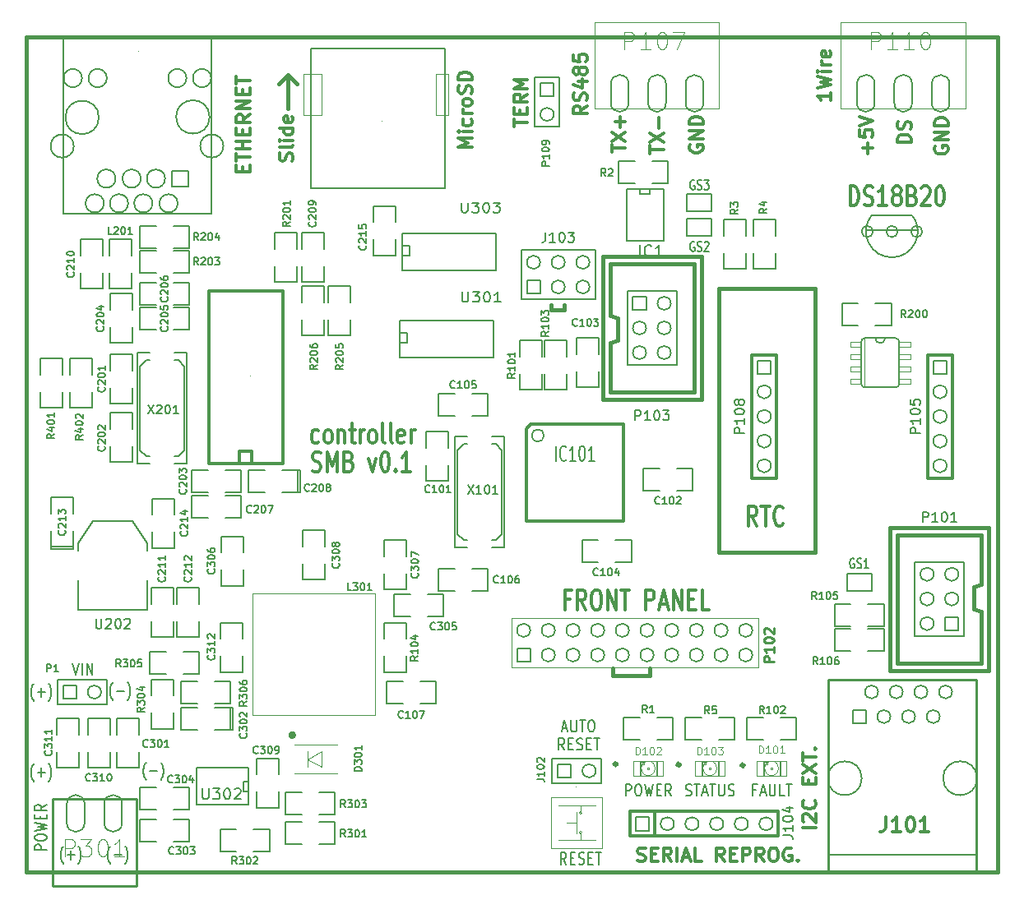
<source format=gto>
G04 (created by PCBNEW (2013-mar-13)-testing) date mar. 25 juin 2013 12:30:20 CEST*
%MOIN*%
G04 Gerber Fmt 3.4, Leading zero omitted, Abs format*
%FSLAX34Y34*%
G01*
G70*
G90*
G04 APERTURE LIST*
%ADD10C,0.005906*%
%ADD11C,0.007874*%
%ADD12C,0.015000*%
%ADD13C,0.012000*%
%ADD14C,0.003000*%
%ADD15C,0.005900*%
%ADD16C,0.008000*%
%ADD17C,0.005000*%
%ADD18C,0.006000*%
%ADD19C,0.002600*%
%ADD20C,0.004000*%
%ADD21C,0.010000*%
%ADD22C,0.002000*%
%ADD23C,0.003900*%
%ADD24C,0.000004*%
%ADD25C,0.003500*%
%ADD26C,0.010800*%
G04 APERTURE END LIST*
G54D10*
G54D11*
X37290Y-41413D02*
X37290Y-40941D01*
X37440Y-40941D01*
X37478Y-40963D01*
X37496Y-40986D01*
X37515Y-41031D01*
X37515Y-41098D01*
X37496Y-41143D01*
X37478Y-41166D01*
X37440Y-41188D01*
X37290Y-41188D01*
X37759Y-40941D02*
X37834Y-40941D01*
X37871Y-40963D01*
X37909Y-41008D01*
X37928Y-41098D01*
X37928Y-41256D01*
X37909Y-41346D01*
X37871Y-41391D01*
X37834Y-41413D01*
X37759Y-41413D01*
X37721Y-41391D01*
X37684Y-41346D01*
X37665Y-41256D01*
X37665Y-41098D01*
X37684Y-41008D01*
X37721Y-40963D01*
X37759Y-40941D01*
X38059Y-40941D02*
X38153Y-41413D01*
X38228Y-41076D01*
X38303Y-41413D01*
X38396Y-40941D01*
X38546Y-41166D02*
X38678Y-41166D01*
X38734Y-41413D02*
X38546Y-41413D01*
X38546Y-40941D01*
X38734Y-40941D01*
X39128Y-41413D02*
X38996Y-41188D01*
X38903Y-41413D02*
X38903Y-40941D01*
X39053Y-40941D01*
X39090Y-40963D01*
X39109Y-40986D01*
X39128Y-41031D01*
X39128Y-41098D01*
X39109Y-41143D01*
X39090Y-41166D01*
X39053Y-41188D01*
X38903Y-41188D01*
X42571Y-41166D02*
X42440Y-41166D01*
X42440Y-41413D02*
X42440Y-40941D01*
X42628Y-40941D01*
X42759Y-41278D02*
X42946Y-41278D01*
X42721Y-41413D02*
X42853Y-40941D01*
X42984Y-41413D01*
X43115Y-40941D02*
X43115Y-41323D01*
X43134Y-41368D01*
X43153Y-41391D01*
X43190Y-41413D01*
X43265Y-41413D01*
X43303Y-41391D01*
X43321Y-41368D01*
X43340Y-41323D01*
X43340Y-40941D01*
X43715Y-41413D02*
X43528Y-41413D01*
X43528Y-40941D01*
X43790Y-40941D02*
X44015Y-40941D01*
X43903Y-41413D02*
X43903Y-40941D01*
G54D12*
X39480Y-40150D02*
G75*
G03X39480Y-40150I-55J0D01*
G74*
G01*
X42080Y-40175D02*
G75*
G03X42080Y-40175I-55J0D01*
G74*
G01*
G54D13*
X24839Y-27073D02*
X24782Y-27111D01*
X24667Y-27111D01*
X24610Y-27073D01*
X24582Y-27035D01*
X24553Y-26959D01*
X24553Y-26730D01*
X24582Y-26654D01*
X24610Y-26616D01*
X24667Y-26578D01*
X24782Y-26578D01*
X24839Y-26616D01*
X25182Y-27111D02*
X25125Y-27073D01*
X25096Y-27035D01*
X25067Y-26959D01*
X25067Y-26730D01*
X25096Y-26654D01*
X25125Y-26616D01*
X25182Y-26578D01*
X25267Y-26578D01*
X25325Y-26616D01*
X25353Y-26654D01*
X25382Y-26730D01*
X25382Y-26959D01*
X25353Y-27035D01*
X25325Y-27073D01*
X25267Y-27111D01*
X25182Y-27111D01*
X25639Y-26578D02*
X25639Y-27111D01*
X25639Y-26654D02*
X25667Y-26616D01*
X25724Y-26578D01*
X25810Y-26578D01*
X25867Y-26616D01*
X25896Y-26692D01*
X25896Y-27111D01*
X26096Y-26578D02*
X26324Y-26578D01*
X26182Y-26311D02*
X26182Y-26997D01*
X26210Y-27073D01*
X26267Y-27111D01*
X26324Y-27111D01*
X26524Y-27111D02*
X26524Y-26578D01*
X26524Y-26730D02*
X26553Y-26654D01*
X26582Y-26616D01*
X26639Y-26578D01*
X26696Y-26578D01*
X26982Y-27111D02*
X26925Y-27073D01*
X26896Y-27035D01*
X26867Y-26959D01*
X26867Y-26730D01*
X26896Y-26654D01*
X26925Y-26616D01*
X26982Y-26578D01*
X27067Y-26578D01*
X27125Y-26616D01*
X27153Y-26654D01*
X27182Y-26730D01*
X27182Y-26959D01*
X27153Y-27035D01*
X27125Y-27073D01*
X27067Y-27111D01*
X26982Y-27111D01*
X27524Y-27111D02*
X27467Y-27073D01*
X27439Y-26997D01*
X27439Y-26311D01*
X27839Y-27111D02*
X27782Y-27073D01*
X27753Y-26997D01*
X27753Y-26311D01*
X28296Y-27073D02*
X28239Y-27111D01*
X28125Y-27111D01*
X28067Y-27073D01*
X28039Y-26997D01*
X28039Y-26692D01*
X28067Y-26616D01*
X28125Y-26578D01*
X28239Y-26578D01*
X28296Y-26616D01*
X28325Y-26692D01*
X28325Y-26769D01*
X28039Y-26845D01*
X28582Y-27111D02*
X28582Y-26578D01*
X28582Y-26730D02*
X28610Y-26654D01*
X28639Y-26616D01*
X28696Y-26578D01*
X28753Y-26578D01*
X24589Y-28223D02*
X24675Y-28261D01*
X24817Y-28261D01*
X24875Y-28223D01*
X24903Y-28185D01*
X24932Y-28109D01*
X24932Y-28033D01*
X24903Y-27957D01*
X24875Y-27919D01*
X24817Y-27880D01*
X24703Y-27842D01*
X24646Y-27804D01*
X24617Y-27766D01*
X24589Y-27690D01*
X24589Y-27614D01*
X24617Y-27538D01*
X24646Y-27500D01*
X24703Y-27461D01*
X24846Y-27461D01*
X24932Y-27500D01*
X25189Y-28261D02*
X25189Y-27461D01*
X25389Y-28033D01*
X25589Y-27461D01*
X25589Y-28261D01*
X26075Y-27842D02*
X26160Y-27880D01*
X26189Y-27919D01*
X26217Y-27995D01*
X26217Y-28109D01*
X26189Y-28185D01*
X26160Y-28223D01*
X26103Y-28261D01*
X25875Y-28261D01*
X25875Y-27461D01*
X26075Y-27461D01*
X26132Y-27500D01*
X26160Y-27538D01*
X26189Y-27614D01*
X26189Y-27690D01*
X26160Y-27766D01*
X26132Y-27804D01*
X26075Y-27842D01*
X25875Y-27842D01*
X26875Y-27728D02*
X27017Y-28261D01*
X27160Y-27728D01*
X27503Y-27461D02*
X27560Y-27461D01*
X27617Y-27500D01*
X27646Y-27538D01*
X27675Y-27614D01*
X27703Y-27766D01*
X27703Y-27957D01*
X27675Y-28109D01*
X27646Y-28185D01*
X27617Y-28223D01*
X27560Y-28261D01*
X27503Y-28261D01*
X27446Y-28223D01*
X27417Y-28185D01*
X27389Y-28109D01*
X27360Y-27957D01*
X27360Y-27766D01*
X27389Y-27614D01*
X27417Y-27538D01*
X27446Y-27500D01*
X27503Y-27461D01*
X27960Y-28185D02*
X27989Y-28223D01*
X27960Y-28261D01*
X27932Y-28223D01*
X27960Y-28185D01*
X27960Y-28261D01*
X28560Y-28261D02*
X28217Y-28261D01*
X28389Y-28261D02*
X28389Y-27461D01*
X28332Y-27576D01*
X28275Y-27652D01*
X28217Y-27690D01*
G54D12*
X36775Y-36550D02*
X36775Y-36250D01*
X38275Y-36550D02*
X38275Y-36250D01*
X36775Y-36550D02*
X38275Y-36550D01*
X36930Y-40125D02*
G75*
G03X36930Y-40125I-55J0D01*
G74*
G01*
X23854Y-38950D02*
G75*
G03X23854Y-38950I-79J0D01*
G74*
G01*
G54D13*
X46389Y-17486D02*
X46389Y-16686D01*
X46532Y-16686D01*
X46617Y-16725D01*
X46674Y-16801D01*
X46703Y-16877D01*
X46732Y-17029D01*
X46732Y-17144D01*
X46703Y-17296D01*
X46674Y-17372D01*
X46617Y-17448D01*
X46532Y-17486D01*
X46389Y-17486D01*
X46960Y-17448D02*
X47046Y-17486D01*
X47189Y-17486D01*
X47246Y-17448D01*
X47274Y-17410D01*
X47303Y-17334D01*
X47303Y-17258D01*
X47274Y-17182D01*
X47246Y-17144D01*
X47189Y-17105D01*
X47074Y-17067D01*
X47017Y-17029D01*
X46989Y-16991D01*
X46960Y-16915D01*
X46960Y-16839D01*
X46989Y-16763D01*
X47017Y-16725D01*
X47074Y-16686D01*
X47217Y-16686D01*
X47303Y-16725D01*
X47875Y-17486D02*
X47532Y-17486D01*
X47703Y-17486D02*
X47703Y-16686D01*
X47646Y-16801D01*
X47589Y-16877D01*
X47532Y-16915D01*
X48217Y-17029D02*
X48160Y-16991D01*
X48132Y-16953D01*
X48103Y-16877D01*
X48103Y-16839D01*
X48132Y-16763D01*
X48160Y-16725D01*
X48217Y-16686D01*
X48332Y-16686D01*
X48389Y-16725D01*
X48417Y-16763D01*
X48446Y-16839D01*
X48446Y-16877D01*
X48417Y-16953D01*
X48389Y-16991D01*
X48332Y-17029D01*
X48217Y-17029D01*
X48160Y-17067D01*
X48132Y-17105D01*
X48103Y-17182D01*
X48103Y-17334D01*
X48132Y-17410D01*
X48160Y-17448D01*
X48217Y-17486D01*
X48332Y-17486D01*
X48389Y-17448D01*
X48417Y-17410D01*
X48446Y-17334D01*
X48446Y-17182D01*
X48417Y-17105D01*
X48389Y-17067D01*
X48332Y-17029D01*
X48903Y-17067D02*
X48989Y-17105D01*
X49017Y-17144D01*
X49046Y-17220D01*
X49046Y-17334D01*
X49017Y-17410D01*
X48989Y-17448D01*
X48932Y-17486D01*
X48703Y-17486D01*
X48703Y-16686D01*
X48903Y-16686D01*
X48960Y-16725D01*
X48989Y-16763D01*
X49017Y-16839D01*
X49017Y-16915D01*
X48989Y-16991D01*
X48960Y-17029D01*
X48903Y-17067D01*
X48703Y-17067D01*
X49275Y-16763D02*
X49303Y-16725D01*
X49360Y-16686D01*
X49503Y-16686D01*
X49560Y-16725D01*
X49589Y-16763D01*
X49617Y-16839D01*
X49617Y-16915D01*
X49589Y-17029D01*
X49246Y-17486D01*
X49617Y-17486D01*
X49989Y-16686D02*
X50046Y-16686D01*
X50103Y-16725D01*
X50132Y-16763D01*
X50160Y-16839D01*
X50189Y-16991D01*
X50189Y-17182D01*
X50160Y-17334D01*
X50132Y-17410D01*
X50103Y-17448D01*
X50046Y-17486D01*
X49989Y-17486D01*
X49932Y-17448D01*
X49903Y-17410D01*
X49875Y-17334D01*
X49846Y-17182D01*
X49846Y-16991D01*
X49875Y-16839D01*
X49903Y-16763D01*
X49932Y-16725D01*
X49989Y-16686D01*
G54D12*
X34800Y-21500D02*
X34800Y-21700D01*
X34275Y-21700D02*
X34275Y-21500D01*
X34800Y-21700D02*
X34275Y-21700D01*
X41050Y-20825D02*
X44950Y-20825D01*
G54D13*
X48849Y-14906D02*
X48298Y-14906D01*
X48298Y-14775D01*
X48324Y-14696D01*
X48376Y-14644D01*
X48429Y-14618D01*
X48534Y-14591D01*
X48613Y-14591D01*
X48718Y-14618D01*
X48770Y-14644D01*
X48823Y-14696D01*
X48849Y-14775D01*
X48849Y-14906D01*
X48823Y-14381D02*
X48849Y-14303D01*
X48849Y-14171D01*
X48823Y-14119D01*
X48796Y-14093D01*
X48744Y-14066D01*
X48691Y-14066D01*
X48639Y-14093D01*
X48613Y-14119D01*
X48586Y-14171D01*
X48560Y-14276D01*
X48534Y-14329D01*
X48508Y-14355D01*
X48455Y-14381D01*
X48403Y-14381D01*
X48350Y-14355D01*
X48324Y-14329D01*
X48298Y-14276D01*
X48298Y-14145D01*
X48324Y-14066D01*
X47089Y-15358D02*
X47089Y-14938D01*
X47299Y-15148D02*
X46879Y-15148D01*
X46748Y-14413D02*
X46748Y-14676D01*
X47010Y-14702D01*
X46984Y-14676D01*
X46958Y-14623D01*
X46958Y-14492D01*
X46984Y-14440D01*
X47010Y-14413D01*
X47063Y-14387D01*
X47194Y-14387D01*
X47246Y-14413D01*
X47273Y-14440D01*
X47299Y-14492D01*
X47299Y-14623D01*
X47273Y-14676D01*
X47246Y-14702D01*
X46748Y-14230D02*
X47299Y-14046D01*
X46748Y-13862D01*
X49824Y-15069D02*
X49798Y-15122D01*
X49798Y-15201D01*
X49824Y-15279D01*
X49876Y-15332D01*
X49929Y-15358D01*
X50034Y-15384D01*
X50113Y-15384D01*
X50218Y-15358D01*
X50270Y-15332D01*
X50323Y-15279D01*
X50349Y-15201D01*
X50349Y-15148D01*
X50323Y-15069D01*
X50296Y-15043D01*
X50113Y-15043D01*
X50113Y-15148D01*
X50349Y-14807D02*
X49798Y-14807D01*
X50349Y-14492D01*
X49798Y-14492D01*
X50349Y-14230D02*
X49798Y-14230D01*
X49798Y-14098D01*
X49824Y-14020D01*
X49876Y-13967D01*
X49929Y-13941D01*
X50034Y-13915D01*
X50113Y-13915D01*
X50218Y-13941D01*
X50270Y-13967D01*
X50323Y-14020D01*
X50349Y-14098D01*
X50349Y-14230D01*
X45599Y-12895D02*
X45599Y-13210D01*
X45599Y-13053D02*
X45048Y-13053D01*
X45126Y-13105D01*
X45179Y-13158D01*
X45205Y-13210D01*
X45048Y-12711D02*
X45599Y-12580D01*
X45205Y-12475D01*
X45599Y-12370D01*
X45048Y-12239D01*
X45599Y-12029D02*
X45231Y-12029D01*
X45048Y-12029D02*
X45074Y-12055D01*
X45100Y-12029D01*
X45074Y-12003D01*
X45048Y-12029D01*
X45100Y-12029D01*
X45599Y-11766D02*
X45231Y-11766D01*
X45336Y-11766D02*
X45284Y-11740D01*
X45258Y-11714D01*
X45231Y-11661D01*
X45231Y-11609D01*
X45573Y-11215D02*
X45599Y-11268D01*
X45599Y-11373D01*
X45573Y-11425D01*
X45520Y-11451D01*
X45310Y-11451D01*
X45258Y-11425D01*
X45231Y-11373D01*
X45231Y-11268D01*
X45258Y-11215D01*
X45310Y-11189D01*
X45363Y-11189D01*
X45415Y-11451D01*
G54D12*
X41050Y-20825D02*
X41050Y-31525D01*
X44950Y-31525D02*
X44950Y-20825D01*
X41050Y-31525D02*
X44950Y-31525D01*
G54D13*
X35014Y-33442D02*
X34814Y-33442D01*
X34814Y-33861D02*
X34814Y-33061D01*
X35100Y-33061D01*
X35671Y-33861D02*
X35471Y-33480D01*
X35328Y-33861D02*
X35328Y-33061D01*
X35557Y-33061D01*
X35614Y-33100D01*
X35642Y-33138D01*
X35671Y-33214D01*
X35671Y-33328D01*
X35642Y-33404D01*
X35614Y-33442D01*
X35557Y-33480D01*
X35328Y-33480D01*
X36042Y-33061D02*
X36157Y-33061D01*
X36214Y-33100D01*
X36271Y-33176D01*
X36300Y-33328D01*
X36300Y-33595D01*
X36271Y-33747D01*
X36214Y-33823D01*
X36157Y-33861D01*
X36042Y-33861D01*
X35985Y-33823D01*
X35928Y-33747D01*
X35900Y-33595D01*
X35900Y-33328D01*
X35928Y-33176D01*
X35985Y-33100D01*
X36042Y-33061D01*
X36557Y-33861D02*
X36557Y-33061D01*
X36900Y-33861D01*
X36900Y-33061D01*
X37100Y-33061D02*
X37442Y-33061D01*
X37271Y-33861D02*
X37271Y-33061D01*
X38100Y-33861D02*
X38100Y-33061D01*
X38328Y-33061D01*
X38385Y-33100D01*
X38414Y-33138D01*
X38442Y-33214D01*
X38442Y-33328D01*
X38414Y-33404D01*
X38385Y-33442D01*
X38328Y-33480D01*
X38100Y-33480D01*
X38671Y-33633D02*
X38957Y-33633D01*
X38614Y-33861D02*
X38814Y-33061D01*
X39014Y-33861D01*
X39214Y-33861D02*
X39214Y-33061D01*
X39557Y-33861D01*
X39557Y-33061D01*
X39842Y-33442D02*
X40042Y-33442D01*
X40128Y-33861D02*
X39842Y-33861D01*
X39842Y-33061D01*
X40128Y-33061D01*
X40671Y-33861D02*
X40385Y-33861D01*
X40385Y-33061D01*
X35724Y-13429D02*
X35461Y-13612D01*
X35724Y-13744D02*
X35173Y-13744D01*
X35173Y-13534D01*
X35199Y-13481D01*
X35225Y-13455D01*
X35278Y-13429D01*
X35356Y-13429D01*
X35409Y-13455D01*
X35435Y-13481D01*
X35461Y-13534D01*
X35461Y-13744D01*
X35698Y-13219D02*
X35724Y-13140D01*
X35724Y-13009D01*
X35698Y-12956D01*
X35671Y-12930D01*
X35619Y-12904D01*
X35566Y-12904D01*
X35514Y-12930D01*
X35488Y-12956D01*
X35461Y-13009D01*
X35435Y-13114D01*
X35409Y-13166D01*
X35383Y-13193D01*
X35330Y-13219D01*
X35278Y-13219D01*
X35225Y-13193D01*
X35199Y-13166D01*
X35173Y-13114D01*
X35173Y-12983D01*
X35199Y-12904D01*
X35356Y-12431D02*
X35724Y-12431D01*
X35146Y-12563D02*
X35540Y-12694D01*
X35540Y-12353D01*
X35409Y-12064D02*
X35383Y-12116D01*
X35356Y-12143D01*
X35304Y-12169D01*
X35278Y-12169D01*
X35225Y-12143D01*
X35199Y-12116D01*
X35173Y-12064D01*
X35173Y-11959D01*
X35199Y-11906D01*
X35225Y-11880D01*
X35278Y-11854D01*
X35304Y-11854D01*
X35356Y-11880D01*
X35383Y-11906D01*
X35409Y-11959D01*
X35409Y-12064D01*
X35435Y-12116D01*
X35461Y-12143D01*
X35514Y-12169D01*
X35619Y-12169D01*
X35671Y-12143D01*
X35698Y-12116D01*
X35724Y-12064D01*
X35724Y-11959D01*
X35698Y-11906D01*
X35671Y-11880D01*
X35619Y-11854D01*
X35514Y-11854D01*
X35461Y-11880D01*
X35435Y-11906D01*
X35409Y-11959D01*
X35173Y-11355D02*
X35173Y-11618D01*
X35435Y-11644D01*
X35409Y-11618D01*
X35383Y-11565D01*
X35383Y-11434D01*
X35409Y-11382D01*
X35435Y-11355D01*
X35488Y-11329D01*
X35619Y-11329D01*
X35671Y-11355D01*
X35698Y-11382D01*
X35724Y-11434D01*
X35724Y-11565D01*
X35698Y-11618D01*
X35671Y-11644D01*
X32748Y-14272D02*
X32748Y-13957D01*
X33299Y-14114D02*
X32748Y-14114D01*
X33010Y-13773D02*
X33010Y-13589D01*
X33299Y-13511D02*
X33299Y-13773D01*
X32748Y-13773D01*
X32748Y-13511D01*
X33299Y-12960D02*
X33036Y-13143D01*
X33299Y-13275D02*
X32748Y-13275D01*
X32748Y-13065D01*
X32774Y-13012D01*
X32800Y-12986D01*
X32853Y-12960D01*
X32931Y-12960D01*
X32984Y-12986D01*
X33010Y-13012D01*
X33036Y-13065D01*
X33036Y-13275D01*
X33299Y-12723D02*
X32748Y-12723D01*
X33141Y-12540D01*
X32748Y-12356D01*
X33299Y-12356D01*
X39899Y-15019D02*
X39873Y-15072D01*
X39873Y-15151D01*
X39899Y-15229D01*
X39951Y-15282D01*
X40004Y-15308D01*
X40109Y-15334D01*
X40188Y-15334D01*
X40293Y-15308D01*
X40345Y-15282D01*
X40398Y-15229D01*
X40424Y-15151D01*
X40424Y-15098D01*
X40398Y-15019D01*
X40371Y-14993D01*
X40188Y-14993D01*
X40188Y-15098D01*
X40424Y-14757D02*
X39873Y-14757D01*
X40424Y-14442D01*
X39873Y-14442D01*
X40424Y-14180D02*
X39873Y-14180D01*
X39873Y-14048D01*
X39899Y-13970D01*
X39951Y-13917D01*
X40004Y-13891D01*
X40109Y-13865D01*
X40188Y-13865D01*
X40293Y-13891D01*
X40345Y-13917D01*
X40398Y-13970D01*
X40424Y-14048D01*
X40424Y-14180D01*
X36723Y-15311D02*
X36723Y-14996D01*
X37274Y-15153D02*
X36723Y-15153D01*
X36723Y-14864D02*
X37274Y-14497D01*
X36723Y-14497D02*
X37274Y-14864D01*
X37064Y-14287D02*
X37064Y-13867D01*
X37274Y-14077D02*
X36854Y-14077D01*
X38273Y-15361D02*
X38273Y-15046D01*
X38824Y-15203D02*
X38273Y-15203D01*
X38273Y-14914D02*
X38824Y-14547D01*
X38273Y-14547D02*
X38824Y-14914D01*
X38614Y-14337D02*
X38614Y-13917D01*
G54D12*
X23600Y-12170D02*
X23220Y-12550D01*
X23600Y-12175D02*
X23975Y-12550D01*
X23600Y-13550D02*
X23600Y-12250D01*
G54D13*
X23773Y-15668D02*
X23799Y-15589D01*
X23799Y-15458D01*
X23773Y-15406D01*
X23746Y-15379D01*
X23694Y-15353D01*
X23641Y-15353D01*
X23589Y-15379D01*
X23563Y-15406D01*
X23536Y-15458D01*
X23510Y-15563D01*
X23484Y-15616D01*
X23458Y-15642D01*
X23405Y-15668D01*
X23353Y-15668D01*
X23300Y-15642D01*
X23274Y-15616D01*
X23248Y-15563D01*
X23248Y-15432D01*
X23274Y-15353D01*
X23799Y-15038D02*
X23773Y-15091D01*
X23720Y-15117D01*
X23248Y-15117D01*
X23799Y-14828D02*
X23431Y-14828D01*
X23248Y-14828D02*
X23274Y-14854D01*
X23300Y-14828D01*
X23274Y-14802D01*
X23248Y-14828D01*
X23300Y-14828D01*
X23799Y-14330D02*
X23248Y-14330D01*
X23773Y-14330D02*
X23799Y-14382D01*
X23799Y-14487D01*
X23773Y-14540D01*
X23746Y-14566D01*
X23694Y-14592D01*
X23536Y-14592D01*
X23484Y-14566D01*
X23458Y-14540D01*
X23431Y-14487D01*
X23431Y-14382D01*
X23458Y-14330D01*
X23773Y-13857D02*
X23799Y-13910D01*
X23799Y-14015D01*
X23773Y-14067D01*
X23720Y-14093D01*
X23510Y-14093D01*
X23458Y-14067D01*
X23431Y-14015D01*
X23431Y-13910D01*
X23458Y-13857D01*
X23510Y-13831D01*
X23563Y-13831D01*
X23615Y-14093D01*
X31049Y-15109D02*
X30498Y-15109D01*
X30891Y-14925D01*
X30498Y-14741D01*
X31049Y-14741D01*
X31049Y-14479D02*
X30681Y-14479D01*
X30498Y-14479D02*
X30524Y-14505D01*
X30550Y-14479D01*
X30524Y-14453D01*
X30498Y-14479D01*
X30550Y-14479D01*
X31023Y-13980D02*
X31049Y-14033D01*
X31049Y-14138D01*
X31023Y-14190D01*
X30996Y-14216D01*
X30944Y-14243D01*
X30786Y-14243D01*
X30734Y-14216D01*
X30708Y-14190D01*
X30681Y-14138D01*
X30681Y-14033D01*
X30708Y-13980D01*
X31049Y-13744D02*
X30681Y-13744D01*
X30786Y-13744D02*
X30734Y-13718D01*
X30708Y-13691D01*
X30681Y-13639D01*
X30681Y-13586D01*
X31049Y-13324D02*
X31023Y-13376D01*
X30996Y-13403D01*
X30944Y-13429D01*
X30786Y-13429D01*
X30734Y-13403D01*
X30708Y-13376D01*
X30681Y-13324D01*
X30681Y-13245D01*
X30708Y-13193D01*
X30734Y-13166D01*
X30786Y-13140D01*
X30944Y-13140D01*
X30996Y-13166D01*
X31023Y-13193D01*
X31049Y-13245D01*
X31049Y-13324D01*
X31023Y-12930D02*
X31049Y-12851D01*
X31049Y-12720D01*
X31023Y-12668D01*
X30996Y-12641D01*
X30944Y-12615D01*
X30891Y-12615D01*
X30839Y-12641D01*
X30813Y-12668D01*
X30786Y-12720D01*
X30760Y-12825D01*
X30734Y-12878D01*
X30708Y-12904D01*
X30655Y-12930D01*
X30603Y-12930D01*
X30550Y-12904D01*
X30524Y-12878D01*
X30498Y-12825D01*
X30498Y-12694D01*
X30524Y-12615D01*
X31049Y-12379D02*
X30498Y-12379D01*
X30498Y-12248D01*
X30524Y-12169D01*
X30576Y-12117D01*
X30629Y-12090D01*
X30734Y-12064D01*
X30813Y-12064D01*
X30918Y-12090D01*
X30970Y-12117D01*
X31023Y-12169D01*
X31049Y-12248D01*
X31049Y-12379D01*
X21760Y-16089D02*
X21760Y-15906D01*
X22049Y-15827D02*
X22049Y-16089D01*
X21498Y-16089D01*
X21498Y-15827D01*
X21498Y-15669D02*
X21498Y-15354D01*
X22049Y-15512D02*
X21498Y-15512D01*
X22049Y-15171D02*
X21498Y-15171D01*
X21760Y-15171D02*
X21760Y-14856D01*
X22049Y-14856D02*
X21498Y-14856D01*
X21760Y-14593D02*
X21760Y-14409D01*
X22049Y-14331D02*
X22049Y-14593D01*
X21498Y-14593D01*
X21498Y-14331D01*
X22049Y-13780D02*
X21786Y-13963D01*
X22049Y-14095D02*
X21498Y-14095D01*
X21498Y-13885D01*
X21524Y-13832D01*
X21550Y-13806D01*
X21603Y-13780D01*
X21681Y-13780D01*
X21734Y-13806D01*
X21760Y-13832D01*
X21786Y-13885D01*
X21786Y-14095D01*
X22049Y-13543D02*
X21498Y-13543D01*
X22049Y-13228D01*
X21498Y-13228D01*
X21760Y-12966D02*
X21760Y-12782D01*
X22049Y-12703D02*
X22049Y-12966D01*
X21498Y-12966D01*
X21498Y-12703D01*
X21498Y-12546D02*
X21498Y-12231D01*
X22049Y-12388D02*
X21498Y-12388D01*
G54D11*
X14868Y-36041D02*
X15000Y-36513D01*
X15131Y-36041D01*
X15262Y-36513D02*
X15262Y-36041D01*
X15449Y-36513D02*
X15449Y-36041D01*
X15674Y-36513D01*
X15674Y-36041D01*
X17099Y-36806D02*
X17118Y-36828D01*
X17156Y-36896D01*
X17174Y-36941D01*
X17193Y-37008D01*
X17212Y-37121D01*
X17212Y-37211D01*
X17193Y-37323D01*
X17174Y-37391D01*
X17156Y-37436D01*
X17118Y-37503D01*
X17099Y-37526D01*
X16949Y-37166D02*
X16650Y-37166D01*
X16500Y-36806D02*
X16481Y-36828D01*
X16443Y-36896D01*
X16425Y-36941D01*
X16406Y-37008D01*
X16387Y-37121D01*
X16387Y-37211D01*
X16406Y-37323D01*
X16425Y-37391D01*
X16443Y-37436D01*
X16481Y-37503D01*
X16500Y-37526D01*
X13899Y-36856D02*
X13918Y-36878D01*
X13956Y-36946D01*
X13974Y-36991D01*
X13993Y-37058D01*
X14012Y-37171D01*
X14012Y-37261D01*
X13993Y-37373D01*
X13974Y-37441D01*
X13956Y-37486D01*
X13918Y-37553D01*
X13899Y-37576D01*
X13749Y-37216D02*
X13450Y-37216D01*
X13599Y-37036D02*
X13599Y-37396D01*
X13300Y-36856D02*
X13281Y-36878D01*
X13243Y-36946D01*
X13225Y-36991D01*
X13206Y-37058D01*
X13187Y-37171D01*
X13187Y-37261D01*
X13206Y-37373D01*
X13225Y-37441D01*
X13243Y-37486D01*
X13281Y-37553D01*
X13300Y-37576D01*
X16999Y-43456D02*
X17018Y-43478D01*
X17056Y-43546D01*
X17074Y-43591D01*
X17093Y-43658D01*
X17112Y-43771D01*
X17112Y-43861D01*
X17093Y-43973D01*
X17074Y-44041D01*
X17056Y-44086D01*
X17018Y-44153D01*
X16999Y-44176D01*
X16849Y-43816D02*
X16550Y-43816D01*
X16400Y-43456D02*
X16381Y-43478D01*
X16343Y-43546D01*
X16325Y-43591D01*
X16306Y-43658D01*
X16287Y-43771D01*
X16287Y-43861D01*
X16306Y-43973D01*
X16325Y-44041D01*
X16343Y-44086D01*
X16381Y-44153D01*
X16400Y-44176D01*
X15099Y-43456D02*
X15118Y-43478D01*
X15156Y-43546D01*
X15174Y-43591D01*
X15193Y-43658D01*
X15212Y-43771D01*
X15212Y-43861D01*
X15193Y-43973D01*
X15174Y-44041D01*
X15156Y-44086D01*
X15118Y-44153D01*
X15099Y-44176D01*
X14949Y-43816D02*
X14650Y-43816D01*
X14799Y-43636D02*
X14799Y-43996D01*
X14500Y-43456D02*
X14481Y-43478D01*
X14443Y-43546D01*
X14425Y-43591D01*
X14406Y-43658D01*
X14387Y-43771D01*
X14387Y-43861D01*
X14406Y-43973D01*
X14425Y-44041D01*
X14443Y-44086D01*
X14481Y-44153D01*
X14500Y-44176D01*
X18449Y-40056D02*
X18468Y-40078D01*
X18506Y-40146D01*
X18524Y-40191D01*
X18543Y-40258D01*
X18562Y-40371D01*
X18562Y-40461D01*
X18543Y-40573D01*
X18524Y-40641D01*
X18506Y-40686D01*
X18468Y-40753D01*
X18449Y-40776D01*
X18299Y-40416D02*
X18000Y-40416D01*
X17850Y-40056D02*
X17831Y-40078D01*
X17793Y-40146D01*
X17775Y-40191D01*
X17756Y-40258D01*
X17737Y-40371D01*
X17737Y-40461D01*
X17756Y-40573D01*
X17775Y-40641D01*
X17793Y-40686D01*
X17831Y-40753D01*
X17850Y-40776D01*
X13899Y-40106D02*
X13918Y-40128D01*
X13956Y-40196D01*
X13974Y-40241D01*
X13993Y-40308D01*
X14012Y-40421D01*
X14012Y-40511D01*
X13993Y-40623D01*
X13974Y-40691D01*
X13956Y-40736D01*
X13918Y-40803D01*
X13899Y-40826D01*
X13749Y-40466D02*
X13450Y-40466D01*
X13599Y-40286D02*
X13599Y-40646D01*
X13300Y-40106D02*
X13281Y-40128D01*
X13243Y-40196D01*
X13225Y-40241D01*
X13206Y-40308D01*
X13187Y-40421D01*
X13187Y-40511D01*
X13206Y-40623D01*
X13225Y-40691D01*
X13243Y-40736D01*
X13281Y-40803D01*
X13300Y-40826D01*
X13813Y-43609D02*
X13341Y-43609D01*
X13341Y-43459D01*
X13363Y-43421D01*
X13386Y-43403D01*
X13431Y-43384D01*
X13498Y-43384D01*
X13543Y-43403D01*
X13566Y-43421D01*
X13588Y-43459D01*
X13588Y-43609D01*
X13341Y-43140D02*
X13341Y-43065D01*
X13363Y-43028D01*
X13408Y-42990D01*
X13498Y-42971D01*
X13656Y-42971D01*
X13746Y-42990D01*
X13791Y-43028D01*
X13813Y-43065D01*
X13813Y-43140D01*
X13791Y-43178D01*
X13746Y-43215D01*
X13656Y-43234D01*
X13498Y-43234D01*
X13408Y-43215D01*
X13363Y-43178D01*
X13341Y-43140D01*
X13341Y-42840D02*
X13813Y-42746D01*
X13476Y-42671D01*
X13813Y-42596D01*
X13341Y-42503D01*
X13566Y-42353D02*
X13566Y-42221D01*
X13813Y-42165D02*
X13813Y-42353D01*
X13341Y-42353D01*
X13341Y-42165D01*
X13813Y-41771D02*
X13588Y-41903D01*
X13813Y-41996D02*
X13341Y-41996D01*
X13341Y-41846D01*
X13363Y-41809D01*
X13386Y-41790D01*
X13431Y-41771D01*
X13498Y-41771D01*
X13543Y-41790D01*
X13566Y-41809D01*
X13588Y-41846D01*
X13588Y-41996D01*
X39725Y-41391D02*
X39781Y-41413D01*
X39875Y-41413D01*
X39912Y-41391D01*
X39931Y-41368D01*
X39950Y-41323D01*
X39950Y-41278D01*
X39931Y-41233D01*
X39912Y-41211D01*
X39875Y-41188D01*
X39800Y-41166D01*
X39762Y-41143D01*
X39743Y-41121D01*
X39725Y-41076D01*
X39725Y-41031D01*
X39743Y-40986D01*
X39762Y-40963D01*
X39800Y-40941D01*
X39893Y-40941D01*
X39950Y-40963D01*
X40062Y-40941D02*
X40287Y-40941D01*
X40175Y-41413D02*
X40175Y-40941D01*
X40400Y-41278D02*
X40587Y-41278D01*
X40362Y-41413D02*
X40493Y-40941D01*
X40625Y-41413D01*
X40700Y-40941D02*
X40924Y-40941D01*
X40812Y-41413D02*
X40812Y-40941D01*
X41056Y-40941D02*
X41056Y-41323D01*
X41074Y-41368D01*
X41093Y-41391D01*
X41131Y-41413D01*
X41206Y-41413D01*
X41243Y-41391D01*
X41262Y-41368D01*
X41281Y-41323D01*
X41281Y-40941D01*
X41449Y-41391D02*
X41506Y-41413D01*
X41599Y-41413D01*
X41637Y-41391D01*
X41656Y-41368D01*
X41674Y-41323D01*
X41674Y-41278D01*
X41656Y-41233D01*
X41637Y-41211D01*
X41599Y-41188D01*
X41524Y-41166D01*
X41487Y-41143D01*
X41468Y-41121D01*
X41449Y-41076D01*
X41449Y-41031D01*
X41468Y-40986D01*
X41487Y-40963D01*
X41524Y-40941D01*
X41618Y-40941D01*
X41674Y-40963D01*
X34878Y-44188D02*
X34746Y-43963D01*
X34653Y-44188D02*
X34653Y-43716D01*
X34803Y-43716D01*
X34840Y-43738D01*
X34859Y-43761D01*
X34878Y-43806D01*
X34878Y-43873D01*
X34859Y-43918D01*
X34840Y-43941D01*
X34803Y-43963D01*
X34653Y-43963D01*
X35046Y-43941D02*
X35178Y-43941D01*
X35234Y-44188D02*
X35046Y-44188D01*
X35046Y-43716D01*
X35234Y-43716D01*
X35384Y-44166D02*
X35440Y-44188D01*
X35534Y-44188D01*
X35571Y-44166D01*
X35590Y-44143D01*
X35609Y-44098D01*
X35609Y-44053D01*
X35590Y-44008D01*
X35571Y-43986D01*
X35534Y-43963D01*
X35459Y-43941D01*
X35421Y-43918D01*
X35403Y-43896D01*
X35384Y-43851D01*
X35384Y-43806D01*
X35403Y-43761D01*
X35421Y-43738D01*
X35459Y-43716D01*
X35553Y-43716D01*
X35609Y-43738D01*
X35778Y-43941D02*
X35909Y-43941D01*
X35965Y-44188D02*
X35778Y-44188D01*
X35778Y-43716D01*
X35965Y-43716D01*
X36078Y-43716D02*
X36303Y-43716D01*
X36190Y-44188D02*
X36190Y-43716D01*
X34718Y-38678D02*
X34906Y-38678D01*
X34681Y-38813D02*
X34812Y-38341D01*
X34943Y-38813D01*
X35075Y-38341D02*
X35075Y-38723D01*
X35093Y-38768D01*
X35112Y-38791D01*
X35150Y-38813D01*
X35225Y-38813D01*
X35262Y-38791D01*
X35281Y-38768D01*
X35300Y-38723D01*
X35300Y-38341D01*
X35431Y-38341D02*
X35656Y-38341D01*
X35543Y-38813D02*
X35543Y-38341D01*
X35862Y-38341D02*
X35937Y-38341D01*
X35974Y-38363D01*
X36012Y-38408D01*
X36031Y-38498D01*
X36031Y-38656D01*
X36012Y-38746D01*
X35974Y-38791D01*
X35937Y-38813D01*
X35862Y-38813D01*
X35824Y-38791D01*
X35787Y-38746D01*
X35768Y-38656D01*
X35768Y-38498D01*
X35787Y-38408D01*
X35824Y-38363D01*
X35862Y-38341D01*
X34803Y-39553D02*
X34671Y-39328D01*
X34578Y-39553D02*
X34578Y-39081D01*
X34728Y-39081D01*
X34765Y-39103D01*
X34784Y-39126D01*
X34803Y-39171D01*
X34803Y-39238D01*
X34784Y-39283D01*
X34765Y-39306D01*
X34728Y-39328D01*
X34578Y-39328D01*
X34971Y-39306D02*
X35103Y-39306D01*
X35159Y-39553D02*
X34971Y-39553D01*
X34971Y-39081D01*
X35159Y-39081D01*
X35309Y-39531D02*
X35365Y-39553D01*
X35459Y-39553D01*
X35496Y-39531D01*
X35515Y-39508D01*
X35534Y-39463D01*
X35534Y-39418D01*
X35515Y-39373D01*
X35496Y-39351D01*
X35459Y-39328D01*
X35384Y-39306D01*
X35346Y-39283D01*
X35328Y-39261D01*
X35309Y-39216D01*
X35309Y-39171D01*
X35328Y-39126D01*
X35346Y-39103D01*
X35384Y-39081D01*
X35478Y-39081D01*
X35534Y-39103D01*
X35703Y-39306D02*
X35834Y-39306D01*
X35890Y-39553D02*
X35703Y-39553D01*
X35703Y-39081D01*
X35890Y-39081D01*
X36003Y-39081D02*
X36228Y-39081D01*
X36115Y-39553D02*
X36115Y-39081D01*
G54D13*
X37770Y-44048D02*
X37849Y-44074D01*
X37980Y-44074D01*
X38032Y-44048D01*
X38059Y-44021D01*
X38085Y-43969D01*
X38085Y-43916D01*
X38059Y-43864D01*
X38032Y-43838D01*
X37980Y-43811D01*
X37875Y-43785D01*
X37822Y-43759D01*
X37796Y-43733D01*
X37770Y-43680D01*
X37770Y-43628D01*
X37796Y-43575D01*
X37822Y-43549D01*
X37875Y-43523D01*
X38006Y-43523D01*
X38085Y-43549D01*
X38321Y-43785D02*
X38505Y-43785D01*
X38584Y-44074D02*
X38321Y-44074D01*
X38321Y-43523D01*
X38584Y-43523D01*
X39135Y-44074D02*
X38951Y-43811D01*
X38820Y-44074D02*
X38820Y-43523D01*
X39030Y-43523D01*
X39082Y-43549D01*
X39108Y-43575D01*
X39135Y-43628D01*
X39135Y-43706D01*
X39108Y-43759D01*
X39082Y-43785D01*
X39030Y-43811D01*
X38820Y-43811D01*
X39371Y-44074D02*
X39371Y-43523D01*
X39607Y-43916D02*
X39870Y-43916D01*
X39555Y-44074D02*
X39738Y-43523D01*
X39922Y-44074D01*
X40368Y-44074D02*
X40106Y-44074D01*
X40106Y-43523D01*
X41287Y-44074D02*
X41103Y-43811D01*
X40972Y-44074D02*
X40972Y-43523D01*
X41182Y-43523D01*
X41234Y-43549D01*
X41261Y-43575D01*
X41287Y-43628D01*
X41287Y-43706D01*
X41261Y-43759D01*
X41234Y-43785D01*
X41182Y-43811D01*
X40972Y-43811D01*
X41523Y-43785D02*
X41707Y-43785D01*
X41786Y-44074D02*
X41523Y-44074D01*
X41523Y-43523D01*
X41786Y-43523D01*
X42022Y-44074D02*
X42022Y-43523D01*
X42232Y-43523D01*
X42284Y-43549D01*
X42311Y-43575D01*
X42337Y-43628D01*
X42337Y-43706D01*
X42311Y-43759D01*
X42284Y-43785D01*
X42232Y-43811D01*
X42022Y-43811D01*
X42888Y-44074D02*
X42704Y-43811D01*
X42573Y-44074D02*
X42573Y-43523D01*
X42783Y-43523D01*
X42836Y-43549D01*
X42862Y-43575D01*
X42888Y-43628D01*
X42888Y-43706D01*
X42862Y-43759D01*
X42836Y-43785D01*
X42783Y-43811D01*
X42573Y-43811D01*
X43229Y-43523D02*
X43334Y-43523D01*
X43387Y-43549D01*
X43439Y-43601D01*
X43465Y-43706D01*
X43465Y-43890D01*
X43439Y-43995D01*
X43387Y-44048D01*
X43334Y-44074D01*
X43229Y-44074D01*
X43177Y-44048D01*
X43124Y-43995D01*
X43098Y-43890D01*
X43098Y-43706D01*
X43124Y-43601D01*
X43177Y-43549D01*
X43229Y-43523D01*
X43990Y-43549D02*
X43938Y-43523D01*
X43859Y-43523D01*
X43780Y-43549D01*
X43728Y-43601D01*
X43702Y-43654D01*
X43675Y-43759D01*
X43675Y-43838D01*
X43702Y-43943D01*
X43728Y-43995D01*
X43780Y-44048D01*
X43859Y-44074D01*
X43912Y-44074D01*
X43990Y-44048D01*
X44017Y-44021D01*
X44017Y-43838D01*
X43912Y-43838D01*
X44253Y-44021D02*
X44279Y-44048D01*
X44253Y-44074D01*
X44227Y-44048D01*
X44253Y-44021D01*
X44253Y-44074D01*
X44999Y-42701D02*
X44448Y-42701D01*
X44500Y-42464D02*
X44474Y-42438D01*
X44448Y-42386D01*
X44448Y-42254D01*
X44474Y-42202D01*
X44500Y-42176D01*
X44553Y-42149D01*
X44605Y-42149D01*
X44684Y-42176D01*
X44999Y-42491D01*
X44999Y-42149D01*
X44946Y-41598D02*
X44973Y-41624D01*
X44999Y-41703D01*
X44999Y-41756D01*
X44973Y-41834D01*
X44920Y-41887D01*
X44868Y-41913D01*
X44763Y-41939D01*
X44684Y-41939D01*
X44579Y-41913D01*
X44526Y-41887D01*
X44474Y-41834D01*
X44448Y-41756D01*
X44448Y-41703D01*
X44474Y-41624D01*
X44500Y-41598D01*
X44710Y-40942D02*
X44710Y-40758D01*
X44999Y-40680D02*
X44999Y-40942D01*
X44448Y-40942D01*
X44448Y-40680D01*
X44448Y-40496D02*
X44999Y-40128D01*
X44448Y-40128D02*
X44999Y-40496D01*
X44448Y-39997D02*
X44448Y-39682D01*
X44999Y-39840D02*
X44448Y-39840D01*
X44946Y-39498D02*
X44973Y-39472D01*
X44999Y-39498D01*
X44973Y-39525D01*
X44946Y-39498D01*
X44999Y-39498D01*
X42607Y-30461D02*
X42407Y-30080D01*
X42264Y-30461D02*
X42264Y-29661D01*
X42492Y-29661D01*
X42550Y-29700D01*
X42578Y-29738D01*
X42607Y-29814D01*
X42607Y-29928D01*
X42578Y-30004D01*
X42550Y-30042D01*
X42492Y-30080D01*
X42264Y-30080D01*
X42778Y-29661D02*
X43121Y-29661D01*
X42950Y-30461D02*
X42950Y-29661D01*
X43664Y-30385D02*
X43635Y-30423D01*
X43550Y-30461D01*
X43492Y-30461D01*
X43407Y-30423D01*
X43350Y-30347D01*
X43321Y-30271D01*
X43292Y-30119D01*
X43292Y-30004D01*
X43321Y-29852D01*
X43350Y-29776D01*
X43407Y-29700D01*
X43492Y-29661D01*
X43550Y-29661D01*
X43635Y-29700D01*
X43664Y-29738D01*
G54D12*
X52362Y-44488D02*
X12992Y-44488D01*
X52362Y-10629D02*
X52362Y-44488D01*
X52362Y-10629D02*
X12992Y-10629D01*
X12992Y-44488D02*
X12992Y-10629D01*
G54D14*
X30085Y-12139D02*
X29612Y-12139D01*
X29612Y-12139D02*
X29612Y-13793D01*
X29612Y-13793D02*
X30085Y-13793D01*
X30085Y-13793D02*
X30085Y-12139D01*
X24219Y-12139D02*
X24967Y-12139D01*
X24967Y-12139D02*
X24967Y-13793D01*
X24967Y-13793D02*
X24219Y-13793D01*
X24219Y-13793D02*
X24219Y-12139D01*
G54D15*
X24533Y-16785D02*
X24533Y-11115D01*
X24533Y-11115D02*
X29967Y-11115D01*
X29967Y-11115D02*
X29967Y-16785D01*
X29967Y-16785D02*
X24533Y-16785D01*
G54D16*
X32017Y-27138D02*
X31867Y-27138D01*
X30717Y-27138D02*
X30867Y-27138D01*
X30717Y-31038D02*
X30867Y-31038D01*
X32017Y-31038D02*
X31867Y-31038D01*
X32367Y-31338D02*
X31867Y-31338D01*
X30367Y-31338D02*
X30867Y-31338D01*
X30367Y-26838D02*
X30867Y-26838D01*
X32367Y-26838D02*
X31867Y-26838D01*
X30717Y-27138D02*
X30467Y-27388D01*
X30467Y-27388D02*
X30467Y-30788D01*
X30467Y-30788D02*
X30717Y-31038D01*
X32017Y-31038D02*
X32267Y-30788D01*
X32267Y-30788D02*
X32267Y-27388D01*
X32267Y-27388D02*
X32017Y-27138D01*
X30367Y-31338D02*
X30367Y-26838D01*
X32367Y-26838D02*
X32367Y-31338D01*
G54D13*
X37195Y-26331D02*
X37195Y-30271D01*
X37195Y-30271D02*
X33255Y-30271D01*
X33255Y-26521D02*
X33255Y-30271D01*
X33445Y-26331D02*
X37195Y-26331D01*
X33255Y-26521D02*
X33445Y-26331D01*
G54D16*
X33975Y-26801D02*
G75*
G03X33975Y-26801I-250J0D01*
G74*
G01*
G54D17*
X45750Y-33650D02*
X45750Y-34550D01*
X45750Y-34550D02*
X46400Y-34550D01*
X47100Y-33650D02*
X47750Y-33650D01*
X47750Y-33650D02*
X47750Y-34550D01*
X47750Y-34550D02*
X47100Y-34550D01*
X46400Y-33650D02*
X45750Y-33650D01*
X45750Y-34650D02*
X45750Y-35550D01*
X45750Y-35550D02*
X46400Y-35550D01*
X47100Y-34650D02*
X47750Y-34650D01*
X47750Y-34650D02*
X47750Y-35550D01*
X47750Y-35550D02*
X47100Y-35550D01*
X46400Y-34650D02*
X45750Y-34650D01*
X34900Y-22950D02*
X34000Y-22950D01*
X34000Y-22950D02*
X34000Y-23600D01*
X34900Y-24300D02*
X34900Y-24950D01*
X34900Y-24950D02*
X34000Y-24950D01*
X34000Y-24950D02*
X34000Y-24300D01*
X34900Y-23600D02*
X34900Y-22950D01*
X35300Y-24850D02*
X36200Y-24850D01*
X36200Y-24850D02*
X36200Y-24200D01*
X35300Y-23500D02*
X35300Y-22850D01*
X35300Y-22850D02*
X36200Y-22850D01*
X36200Y-22850D02*
X36200Y-23500D01*
X35300Y-24200D02*
X35300Y-24850D01*
X42200Y-38250D02*
X42200Y-39150D01*
X42200Y-39150D02*
X42850Y-39150D01*
X43550Y-38250D02*
X44200Y-38250D01*
X44200Y-38250D02*
X44200Y-39150D01*
X44200Y-39150D02*
X43550Y-39150D01*
X42850Y-38250D02*
X42200Y-38250D01*
X37515Y-31946D02*
X37515Y-31046D01*
X37515Y-31046D02*
X36865Y-31046D01*
X36165Y-31946D02*
X35515Y-31946D01*
X35515Y-31946D02*
X35515Y-31046D01*
X35515Y-31046D02*
X36165Y-31046D01*
X36865Y-31946D02*
X37515Y-31946D01*
X31700Y-33100D02*
X31700Y-32200D01*
X31700Y-32200D02*
X31050Y-32200D01*
X30350Y-33100D02*
X29700Y-33100D01*
X29700Y-33100D02*
X29700Y-32200D01*
X29700Y-32200D02*
X30350Y-32200D01*
X31050Y-33100D02*
X31700Y-33100D01*
X31700Y-26000D02*
X31700Y-25100D01*
X31700Y-25100D02*
X31050Y-25100D01*
X30350Y-26000D02*
X29700Y-26000D01*
X29700Y-26000D02*
X29700Y-25100D01*
X29700Y-25100D02*
X30350Y-25100D01*
X31050Y-26000D02*
X31700Y-26000D01*
X38000Y-28150D02*
X38000Y-29050D01*
X38000Y-29050D02*
X38650Y-29050D01*
X39350Y-28150D02*
X40000Y-28150D01*
X40000Y-28150D02*
X40000Y-29050D01*
X40000Y-29050D02*
X39350Y-29050D01*
X38650Y-28150D02*
X38000Y-28150D01*
X29200Y-28650D02*
X30100Y-28650D01*
X30100Y-28650D02*
X30100Y-28000D01*
X29200Y-27300D02*
X29200Y-26650D01*
X29200Y-26650D02*
X30100Y-26650D01*
X30100Y-26650D02*
X30100Y-27300D01*
X29200Y-28000D02*
X29200Y-28650D01*
G54D13*
X43400Y-23525D02*
X42400Y-23525D01*
X42400Y-28525D02*
X43400Y-28525D01*
X43400Y-23525D02*
X43400Y-28525D01*
X42400Y-28525D02*
X42400Y-23525D01*
X50525Y-23525D02*
X49525Y-23525D01*
X49525Y-28525D02*
X50525Y-28525D01*
X50525Y-23525D02*
X50525Y-28525D01*
X49525Y-28525D02*
X49525Y-23525D01*
G54D18*
X34300Y-40900D02*
X34300Y-39900D01*
X34300Y-39900D02*
X36300Y-39900D01*
X36300Y-39900D02*
X36300Y-40900D01*
X36300Y-40900D02*
X34300Y-40900D01*
G54D13*
X37475Y-43050D02*
X37475Y-42050D01*
X37475Y-42050D02*
X43475Y-42050D01*
X43475Y-42050D02*
X43475Y-43050D01*
X43475Y-43050D02*
X37475Y-43050D01*
X38475Y-43050D02*
X38475Y-42050D01*
G54D19*
X43239Y-40261D02*
X43161Y-40261D01*
X43161Y-40261D02*
X43161Y-40339D01*
X43239Y-40339D02*
X43161Y-40339D01*
X43239Y-40261D02*
X43239Y-40339D01*
X43023Y-40025D02*
X42886Y-40025D01*
X42886Y-40025D02*
X42886Y-40123D01*
X43023Y-40123D02*
X42886Y-40123D01*
X43023Y-40025D02*
X43023Y-40123D01*
X42886Y-40025D02*
X42846Y-40025D01*
X42846Y-40025D02*
X42846Y-40496D01*
X42886Y-40496D02*
X42846Y-40496D01*
X42886Y-40025D02*
X42886Y-40496D01*
X42886Y-40516D02*
X42846Y-40516D01*
X42846Y-40516D02*
X42846Y-40575D01*
X42886Y-40575D02*
X42846Y-40575D01*
X42886Y-40516D02*
X42886Y-40575D01*
X43554Y-40025D02*
X43514Y-40025D01*
X43514Y-40025D02*
X43514Y-40496D01*
X43554Y-40496D02*
X43514Y-40496D01*
X43554Y-40025D02*
X43554Y-40496D01*
X43554Y-40516D02*
X43514Y-40516D01*
X43514Y-40516D02*
X43514Y-40575D01*
X43554Y-40575D02*
X43514Y-40575D01*
X43554Y-40516D02*
X43554Y-40575D01*
X43023Y-40025D02*
X42964Y-40025D01*
X42964Y-40025D02*
X42964Y-40123D01*
X43023Y-40123D02*
X42964Y-40123D01*
X43023Y-40025D02*
X43023Y-40123D01*
G54D20*
X42590Y-40005D02*
X43810Y-40005D01*
X43810Y-40005D02*
X43810Y-40595D01*
X43810Y-40595D02*
X42590Y-40595D01*
X42590Y-40595D02*
X42590Y-40005D01*
X43415Y-40103D02*
G75*
G03X42984Y-40104I-215J-196D01*
G74*
G01*
X43415Y-40496D02*
G75*
G03X43416Y-40104I-215J196D01*
G74*
G01*
X42984Y-40496D02*
G75*
G03X43416Y-40496I215J196D01*
G74*
G01*
X42984Y-40103D02*
G75*
G03X42984Y-40496I215J-196D01*
G74*
G01*
G54D12*
X48300Y-36025D02*
X48300Y-30925D01*
X48300Y-30925D02*
X48300Y-30825D01*
X48300Y-30825D02*
X51700Y-30825D01*
X51700Y-30825D02*
X51700Y-32825D01*
X51700Y-32825D02*
X51400Y-32925D01*
X51400Y-32925D02*
X51400Y-33825D01*
X51400Y-33825D02*
X51700Y-33925D01*
X51700Y-33925D02*
X51700Y-36025D01*
X51700Y-36025D02*
X48300Y-36025D01*
X48000Y-30525D02*
X52000Y-30525D01*
X52000Y-30525D02*
X52000Y-36325D01*
X52000Y-36325D02*
X48000Y-36325D01*
X48000Y-36325D02*
X48000Y-30525D01*
G54D16*
X51000Y-31925D02*
X51000Y-34925D01*
X49000Y-34925D02*
X49000Y-31925D01*
X49000Y-31925D02*
X51000Y-31925D01*
X51000Y-34925D02*
X49000Y-34925D01*
G54D12*
X40046Y-19840D02*
X40046Y-24940D01*
X40046Y-24940D02*
X40046Y-25040D01*
X40046Y-25040D02*
X36646Y-25040D01*
X36646Y-25040D02*
X36646Y-23040D01*
X36646Y-23040D02*
X36946Y-22940D01*
X36946Y-22940D02*
X36946Y-22040D01*
X36946Y-22040D02*
X36646Y-21940D01*
X36646Y-21940D02*
X36646Y-19840D01*
X36646Y-19840D02*
X40046Y-19840D01*
X40346Y-25340D02*
X36346Y-25340D01*
X36346Y-25340D02*
X36346Y-19540D01*
X36346Y-19540D02*
X40346Y-19540D01*
X40346Y-19540D02*
X40346Y-25340D01*
G54D16*
X37346Y-23940D02*
X37346Y-20940D01*
X39346Y-20940D02*
X39346Y-23940D01*
X39346Y-23940D02*
X37346Y-23940D01*
X37346Y-20940D02*
X39346Y-20940D01*
G54D17*
X47250Y-32400D02*
X46250Y-32400D01*
X46250Y-33100D02*
X47250Y-33100D01*
X46250Y-33100D02*
X46250Y-32400D01*
X47250Y-32400D02*
X47250Y-33100D01*
G54D14*
X27125Y-38149D02*
X22165Y-38149D01*
X22165Y-38149D02*
X22165Y-33189D01*
X22165Y-33189D02*
X27125Y-33189D01*
X27125Y-33189D02*
X27125Y-38149D01*
G54D16*
X15106Y-32668D02*
X15106Y-33868D01*
X15106Y-33868D02*
X17906Y-33868D01*
X17906Y-33868D02*
X17906Y-32668D01*
X15106Y-31468D02*
X15106Y-31168D01*
X15106Y-31168D02*
X15706Y-30268D01*
X15706Y-30268D02*
X17306Y-30268D01*
X17306Y-30268D02*
X17906Y-31168D01*
X17906Y-31168D02*
X17906Y-31468D01*
G54D17*
X21994Y-40323D02*
X21994Y-40273D01*
X21994Y-40273D02*
X19894Y-40273D01*
X19894Y-41773D02*
X21994Y-41773D01*
X21994Y-41773D02*
X21994Y-40323D01*
X21994Y-41223D02*
X21794Y-41223D01*
X21794Y-41223D02*
X21794Y-40823D01*
X21794Y-40823D02*
X21994Y-40823D01*
X19894Y-41773D02*
X19894Y-40273D01*
G54D13*
X20889Y-20935D02*
X23389Y-20935D01*
X23389Y-20935D02*
X23389Y-27935D01*
X23389Y-27935D02*
X20389Y-27935D01*
X20389Y-27935D02*
X20389Y-20935D01*
X20389Y-20935D02*
X20889Y-20935D01*
X21639Y-27935D02*
X21639Y-27435D01*
X21639Y-27435D02*
X22139Y-27435D01*
X22139Y-27435D02*
X22139Y-27935D01*
G54D16*
X28119Y-22134D02*
X31919Y-22134D01*
X31919Y-22134D02*
X31919Y-23634D01*
X31919Y-23634D02*
X28119Y-23634D01*
X28119Y-23634D02*
X28119Y-22134D01*
X28119Y-22634D02*
X28419Y-22634D01*
X28419Y-22634D02*
X28419Y-23034D01*
X28419Y-23034D02*
X28119Y-23034D01*
G54D17*
X21275Y-38737D02*
X21375Y-38737D01*
X21375Y-38737D02*
X21375Y-37837D01*
X21375Y-37837D02*
X21275Y-37837D01*
X21275Y-38737D02*
X21275Y-37837D01*
X21275Y-37837D02*
X20625Y-37837D01*
X19925Y-38737D02*
X19275Y-38737D01*
X19275Y-38737D02*
X19275Y-37837D01*
X19275Y-37837D02*
X19925Y-37837D01*
X20625Y-38737D02*
X21275Y-38737D01*
X18053Y-38696D02*
X18953Y-38696D01*
X18953Y-38696D02*
X18953Y-38046D01*
X18053Y-37346D02*
X18053Y-36696D01*
X18053Y-36696D02*
X18953Y-36696D01*
X18953Y-36696D02*
X18953Y-37346D01*
X18053Y-38046D02*
X18053Y-38696D01*
X18950Y-32975D02*
X18050Y-32975D01*
X18050Y-32975D02*
X18050Y-33625D01*
X18950Y-34325D02*
X18950Y-34975D01*
X18950Y-34975D02*
X18050Y-34975D01*
X18050Y-34975D02*
X18050Y-34325D01*
X18950Y-33625D02*
X18950Y-32975D01*
X23507Y-41282D02*
X23507Y-42182D01*
X23507Y-42182D02*
X24157Y-42182D01*
X24857Y-41282D02*
X25507Y-41282D01*
X25507Y-41282D02*
X25507Y-42182D01*
X25507Y-42182D02*
X24857Y-42182D01*
X24157Y-41282D02*
X23507Y-41282D01*
X19275Y-36754D02*
X19275Y-37654D01*
X19275Y-37654D02*
X19925Y-37654D01*
X20625Y-36754D02*
X21275Y-36754D01*
X21275Y-36754D02*
X21275Y-37654D01*
X21275Y-37654D02*
X20625Y-37654D01*
X19925Y-36754D02*
X19275Y-36754D01*
X19996Y-36473D02*
X19996Y-35573D01*
X19996Y-35573D02*
X19346Y-35573D01*
X18646Y-36473D02*
X17996Y-36473D01*
X17996Y-36473D02*
X17996Y-35573D01*
X17996Y-35573D02*
X18646Y-35573D01*
X19346Y-36473D02*
X19996Y-36473D01*
X20850Y-42758D02*
X20850Y-43658D01*
X20850Y-43658D02*
X21500Y-43658D01*
X22200Y-42758D02*
X22850Y-42758D01*
X22850Y-42758D02*
X22850Y-43658D01*
X22850Y-43658D02*
X22200Y-43658D01*
X21500Y-42758D02*
X20850Y-42758D01*
X23507Y-42463D02*
X23507Y-43363D01*
X23507Y-43363D02*
X24157Y-43363D01*
X24857Y-42463D02*
X25507Y-42463D01*
X25507Y-42463D02*
X25507Y-43363D01*
X25507Y-43363D02*
X24857Y-43363D01*
X24157Y-42463D02*
X23507Y-42463D01*
X27900Y-33250D02*
X27900Y-34150D01*
X27900Y-34150D02*
X28550Y-34150D01*
X29250Y-33250D02*
X29900Y-33250D01*
X29900Y-33250D02*
X29900Y-34150D01*
X29900Y-34150D02*
X29250Y-34150D01*
X28550Y-33250D02*
X27900Y-33250D01*
X20900Y-32900D02*
X21800Y-32900D01*
X21800Y-32900D02*
X21800Y-32250D01*
X20900Y-31550D02*
X20900Y-30900D01*
X20900Y-30900D02*
X21800Y-30900D01*
X21800Y-30900D02*
X21800Y-31550D01*
X20900Y-32250D02*
X20900Y-32900D01*
X27500Y-33050D02*
X28400Y-33050D01*
X28400Y-33050D02*
X28400Y-32400D01*
X27500Y-31700D02*
X27500Y-31050D01*
X27500Y-31050D02*
X28400Y-31050D01*
X28400Y-31050D02*
X28400Y-31700D01*
X27500Y-32400D02*
X27500Y-33050D01*
X24195Y-32653D02*
X25095Y-32653D01*
X25095Y-32653D02*
X25095Y-32003D01*
X24195Y-31303D02*
X24195Y-30653D01*
X24195Y-30653D02*
X25095Y-30653D01*
X25095Y-30653D02*
X25095Y-31303D01*
X24195Y-32003D02*
X24195Y-32653D01*
X16675Y-40271D02*
X17575Y-40271D01*
X17575Y-40271D02*
X17575Y-39621D01*
X16675Y-38921D02*
X16675Y-38271D01*
X16675Y-38271D02*
X17575Y-38271D01*
X17575Y-38271D02*
X17575Y-38921D01*
X16675Y-39621D02*
X16675Y-40271D01*
X17602Y-42364D02*
X17602Y-43264D01*
X17602Y-43264D02*
X18252Y-43264D01*
X18952Y-42364D02*
X19602Y-42364D01*
X19602Y-42364D02*
X19602Y-43264D01*
X19602Y-43264D02*
X18952Y-43264D01*
X18252Y-42364D02*
X17602Y-42364D01*
X24156Y-22751D02*
X25056Y-22751D01*
X25056Y-22751D02*
X25056Y-22101D01*
X24156Y-21401D02*
X24156Y-20751D01*
X24156Y-20751D02*
X25056Y-20751D01*
X25056Y-20751D02*
X25056Y-21401D01*
X24156Y-22101D02*
X24156Y-22751D01*
X17300Y-23514D02*
X16400Y-23514D01*
X16400Y-23514D02*
X16400Y-24164D01*
X17300Y-24864D02*
X17300Y-25514D01*
X17300Y-25514D02*
X16400Y-25514D01*
X16400Y-25514D02*
X16400Y-24864D01*
X17300Y-24164D02*
X17300Y-23514D01*
X16400Y-27876D02*
X17300Y-27876D01*
X17300Y-27876D02*
X17300Y-27226D01*
X16400Y-26526D02*
X16400Y-25876D01*
X16400Y-25876D02*
X17300Y-25876D01*
X17300Y-25876D02*
X17300Y-26526D01*
X16400Y-27226D02*
X16400Y-27876D01*
X19600Y-22500D02*
X19600Y-21600D01*
X19600Y-21600D02*
X18950Y-21600D01*
X18250Y-22500D02*
X17600Y-22500D01*
X17600Y-22500D02*
X17600Y-21600D01*
X17600Y-21600D02*
X18250Y-21600D01*
X18950Y-22500D02*
X19600Y-22500D01*
X19600Y-21500D02*
X19600Y-20600D01*
X19600Y-20600D02*
X18950Y-20600D01*
X18250Y-21500D02*
X17600Y-21500D01*
X17600Y-21500D02*
X17600Y-20600D01*
X17600Y-20600D02*
X18250Y-20600D01*
X18950Y-21500D02*
X19600Y-21500D01*
X19700Y-29250D02*
X19700Y-30150D01*
X19700Y-30150D02*
X20350Y-30150D01*
X21050Y-29250D02*
X21700Y-29250D01*
X21700Y-29250D02*
X21700Y-30150D01*
X21700Y-30150D02*
X21050Y-30150D01*
X20350Y-29250D02*
X19700Y-29250D01*
X16380Y-23047D02*
X17280Y-23047D01*
X17280Y-23047D02*
X17280Y-22397D01*
X16380Y-21697D02*
X16380Y-21047D01*
X16380Y-21047D02*
X17280Y-21047D01*
X17280Y-21047D02*
X17280Y-21697D01*
X16380Y-22397D02*
X16380Y-23047D01*
X21700Y-29100D02*
X21700Y-28200D01*
X21700Y-28200D02*
X21050Y-28200D01*
X20350Y-29100D02*
X19700Y-29100D01*
X19700Y-29100D02*
X19700Y-28200D01*
X19700Y-28200D02*
X20350Y-28200D01*
X21050Y-29100D02*
X21700Y-29100D01*
X23073Y-20586D02*
X23973Y-20586D01*
X23973Y-20586D02*
X23973Y-19936D01*
X23073Y-19236D02*
X23073Y-18586D01*
X23073Y-18586D02*
X23973Y-18586D01*
X23973Y-18586D02*
X23973Y-19236D01*
X23073Y-19936D02*
X23073Y-20586D01*
X25238Y-22751D02*
X26138Y-22751D01*
X26138Y-22751D02*
X26138Y-22101D01*
X25238Y-21401D02*
X25238Y-20751D01*
X25238Y-20751D02*
X26138Y-20751D01*
X26138Y-20751D02*
X26138Y-21401D01*
X25238Y-22101D02*
X25238Y-22751D01*
X20000Y-32975D02*
X19100Y-32975D01*
X19100Y-32975D02*
X19100Y-33625D01*
X20000Y-34325D02*
X20000Y-34975D01*
X20000Y-34975D02*
X19100Y-34975D01*
X19100Y-34975D02*
X19100Y-34325D01*
X20000Y-33625D02*
X20000Y-32975D01*
X24156Y-20586D02*
X25056Y-20586D01*
X25056Y-20586D02*
X25056Y-19936D01*
X24156Y-19236D02*
X24156Y-18586D01*
X24156Y-18586D02*
X25056Y-18586D01*
X25056Y-18586D02*
X25056Y-19236D01*
X24156Y-19936D02*
X24156Y-20586D01*
X16100Y-18850D02*
X15200Y-18850D01*
X15200Y-18850D02*
X15200Y-19500D01*
X16100Y-20200D02*
X16100Y-20850D01*
X16100Y-20850D02*
X15200Y-20850D01*
X15200Y-20850D02*
X15200Y-20200D01*
X16100Y-19500D02*
X16100Y-18850D01*
X16350Y-20850D02*
X17250Y-20850D01*
X17250Y-20850D02*
X17250Y-20200D01*
X16350Y-19500D02*
X16350Y-18850D01*
X16350Y-18850D02*
X17250Y-18850D01*
X17250Y-18850D02*
X17250Y-19500D01*
X16350Y-20200D02*
X16350Y-20850D01*
X17600Y-19300D02*
X17600Y-20200D01*
X17600Y-20200D02*
X18250Y-20200D01*
X18950Y-19300D02*
X19600Y-19300D01*
X19600Y-19300D02*
X19600Y-20200D01*
X19600Y-20200D02*
X18950Y-20200D01*
X18250Y-19300D02*
X17600Y-19300D01*
X17600Y-18300D02*
X17600Y-19200D01*
X17600Y-19200D02*
X18250Y-19200D01*
X18950Y-18300D02*
X19600Y-18300D01*
X19600Y-18300D02*
X19600Y-19200D01*
X19600Y-19200D02*
X18950Y-19200D01*
X18250Y-18300D02*
X17600Y-18300D01*
X13565Y-25672D02*
X14465Y-25672D01*
X14465Y-25672D02*
X14465Y-25022D01*
X13565Y-24322D02*
X13565Y-23672D01*
X13565Y-23672D02*
X14465Y-23672D01*
X14465Y-23672D02*
X14465Y-24322D01*
X13565Y-25022D02*
X13565Y-25672D01*
X14746Y-25672D02*
X15646Y-25672D01*
X15646Y-25672D02*
X15646Y-25022D01*
X14746Y-24322D02*
X14746Y-23672D01*
X14746Y-23672D02*
X15646Y-23672D01*
X15646Y-23672D02*
X15646Y-24322D01*
X14746Y-25022D02*
X14746Y-25672D01*
X15494Y-40271D02*
X16394Y-40271D01*
X16394Y-40271D02*
X16394Y-39621D01*
X15494Y-38921D02*
X15494Y-38271D01*
X15494Y-38271D02*
X16394Y-38271D01*
X16394Y-38271D02*
X16394Y-38921D01*
X15494Y-39621D02*
X15494Y-40271D01*
X18093Y-31354D02*
X18993Y-31354D01*
X18993Y-31354D02*
X18993Y-30704D01*
X18093Y-30004D02*
X18093Y-29354D01*
X18093Y-29354D02*
X18993Y-29354D01*
X18993Y-29354D02*
X18993Y-30004D01*
X18093Y-30704D02*
X18093Y-31354D01*
X17602Y-41085D02*
X17602Y-41985D01*
X17602Y-41985D02*
X18252Y-41985D01*
X18952Y-41085D02*
X19602Y-41085D01*
X19602Y-41085D02*
X19602Y-41985D01*
X19602Y-41985D02*
X18952Y-41985D01*
X18252Y-41085D02*
X17602Y-41085D01*
X33900Y-22950D02*
X33000Y-22950D01*
X33000Y-22950D02*
X33000Y-23600D01*
X33900Y-24300D02*
X33900Y-24950D01*
X33900Y-24950D02*
X33000Y-24950D01*
X33000Y-24950D02*
X33000Y-24300D01*
X33900Y-23600D02*
X33900Y-22950D01*
X29600Y-37675D02*
X29600Y-36775D01*
X29600Y-36775D02*
X28950Y-36775D01*
X28250Y-37675D02*
X27600Y-37675D01*
X27600Y-37675D02*
X27600Y-36775D01*
X27600Y-36775D02*
X28250Y-36775D01*
X28950Y-37675D02*
X29600Y-37675D01*
X28400Y-34400D02*
X27500Y-34400D01*
X27500Y-34400D02*
X27500Y-35050D01*
X28400Y-35750D02*
X28400Y-36400D01*
X28400Y-36400D02*
X27500Y-36400D01*
X27500Y-36400D02*
X27500Y-35750D01*
X28400Y-35050D02*
X28400Y-34400D01*
X14215Y-40271D02*
X15115Y-40271D01*
X15115Y-40271D02*
X15115Y-39621D01*
X14215Y-38921D02*
X14215Y-38271D01*
X14215Y-38271D02*
X15115Y-38271D01*
X15115Y-38271D02*
X15115Y-38921D01*
X14215Y-39621D02*
X14215Y-40271D01*
X21750Y-34400D02*
X20850Y-34400D01*
X20850Y-34400D02*
X20850Y-35050D01*
X21750Y-35750D02*
X21750Y-36400D01*
X21750Y-36400D02*
X20850Y-36400D01*
X20850Y-36400D02*
X20850Y-35750D01*
X21750Y-35050D02*
X21750Y-34400D01*
X22325Y-41900D02*
X23225Y-41900D01*
X23225Y-41900D02*
X23225Y-41250D01*
X22325Y-40550D02*
X22325Y-39900D01*
X22325Y-39900D02*
X23225Y-39900D01*
X23225Y-39900D02*
X23225Y-40550D01*
X22325Y-41250D02*
X22325Y-41900D01*
X27050Y-19500D02*
X27950Y-19500D01*
X27950Y-19500D02*
X27950Y-18850D01*
X27050Y-18150D02*
X27050Y-17500D01*
X27050Y-17500D02*
X27950Y-17500D01*
X27950Y-17500D02*
X27950Y-18150D01*
X27050Y-18850D02*
X27050Y-19500D01*
G54D14*
X35457Y-42894D02*
X35457Y-43209D01*
X34552Y-43209D02*
X36048Y-43209D01*
X35457Y-42106D02*
X35457Y-41791D01*
X34552Y-41791D02*
X36048Y-41791D01*
X35512Y-42894D02*
G75*
G03X35512Y-42894I-55J0D01*
G74*
G01*
X35513Y-42106D02*
G75*
G03X35513Y-42106I-56J0D01*
G74*
G01*
X35300Y-42500D02*
X34906Y-42500D01*
X35300Y-42067D02*
X35300Y-42933D01*
X34276Y-41476D02*
X36324Y-41476D01*
X36324Y-41476D02*
X36324Y-43524D01*
X36324Y-43524D02*
X34276Y-43524D01*
X34276Y-43524D02*
X34276Y-41476D01*
G54D16*
X19153Y-23745D02*
X19003Y-23745D01*
X17853Y-23745D02*
X18003Y-23745D01*
X17853Y-27645D02*
X18003Y-27645D01*
X19153Y-27645D02*
X19003Y-27645D01*
X19503Y-27945D02*
X19003Y-27945D01*
X17503Y-27945D02*
X18003Y-27945D01*
X17503Y-23445D02*
X18003Y-23445D01*
X19503Y-23445D02*
X19003Y-23445D01*
X17853Y-23745D02*
X17603Y-23995D01*
X17603Y-23995D02*
X17603Y-27395D01*
X17603Y-27395D02*
X17853Y-27645D01*
X19153Y-27645D02*
X19403Y-27395D01*
X19403Y-27395D02*
X19403Y-23995D01*
X19403Y-23995D02*
X19153Y-23745D01*
X17503Y-27945D02*
X17503Y-23445D01*
X19503Y-23445D02*
X19503Y-27945D01*
X36050Y-21275D02*
X33050Y-21275D01*
X33050Y-19275D02*
X36050Y-19275D01*
X36050Y-19275D02*
X36050Y-21275D01*
X33050Y-21275D02*
X33050Y-19275D01*
G54D18*
X14255Y-37704D02*
X14255Y-36704D01*
X14255Y-36704D02*
X16255Y-36704D01*
X16255Y-36704D02*
X16255Y-37704D01*
X16255Y-37704D02*
X14255Y-37704D01*
G54D21*
X17448Y-41525D02*
X17448Y-45075D01*
X14048Y-41525D02*
X14048Y-45075D01*
X14098Y-45075D02*
X17448Y-45075D01*
X17448Y-41525D02*
X14098Y-41525D01*
G54D17*
X20500Y-10700D02*
X14500Y-10700D01*
X14500Y-10700D02*
X14500Y-17800D01*
X14500Y-17800D02*
X20500Y-17800D01*
X20500Y-17800D02*
X20500Y-10700D01*
G54D14*
X24960Y-39606D02*
X24960Y-40236D01*
X24409Y-39921D02*
X24960Y-39606D01*
X24409Y-39921D02*
X24960Y-40236D01*
X24409Y-40236D02*
X24409Y-39606D01*
X25590Y-39330D02*
X23858Y-39330D01*
X25590Y-40512D02*
X23858Y-40512D01*
G54D19*
X38239Y-40261D02*
X38161Y-40261D01*
X38161Y-40261D02*
X38161Y-40339D01*
X38239Y-40339D02*
X38161Y-40339D01*
X38239Y-40261D02*
X38239Y-40339D01*
X38023Y-40025D02*
X37886Y-40025D01*
X37886Y-40025D02*
X37886Y-40123D01*
X38023Y-40123D02*
X37886Y-40123D01*
X38023Y-40025D02*
X38023Y-40123D01*
X37886Y-40025D02*
X37846Y-40025D01*
X37846Y-40025D02*
X37846Y-40496D01*
X37886Y-40496D02*
X37846Y-40496D01*
X37886Y-40025D02*
X37886Y-40496D01*
X37886Y-40516D02*
X37846Y-40516D01*
X37846Y-40516D02*
X37846Y-40575D01*
X37886Y-40575D02*
X37846Y-40575D01*
X37886Y-40516D02*
X37886Y-40575D01*
X38554Y-40025D02*
X38514Y-40025D01*
X38514Y-40025D02*
X38514Y-40496D01*
X38554Y-40496D02*
X38514Y-40496D01*
X38554Y-40025D02*
X38554Y-40496D01*
X38554Y-40516D02*
X38514Y-40516D01*
X38514Y-40516D02*
X38514Y-40575D01*
X38554Y-40575D02*
X38514Y-40575D01*
X38554Y-40516D02*
X38554Y-40575D01*
X38023Y-40025D02*
X37964Y-40025D01*
X37964Y-40025D02*
X37964Y-40123D01*
X38023Y-40123D02*
X37964Y-40123D01*
X38023Y-40025D02*
X38023Y-40123D01*
G54D20*
X37590Y-40005D02*
X38810Y-40005D01*
X38810Y-40005D02*
X38810Y-40595D01*
X38810Y-40595D02*
X37590Y-40595D01*
X37590Y-40595D02*
X37590Y-40005D01*
X38415Y-40103D02*
G75*
G03X37984Y-40104I-215J-196D01*
G74*
G01*
X38415Y-40496D02*
G75*
G03X38416Y-40104I-215J196D01*
G74*
G01*
X37984Y-40496D02*
G75*
G03X38416Y-40496I215J196D01*
G74*
G01*
X37984Y-40103D02*
G75*
G03X37984Y-40496I215J-196D01*
G74*
G01*
G54D17*
X37200Y-38250D02*
X37200Y-39150D01*
X37200Y-39150D02*
X37850Y-39150D01*
X38550Y-38250D02*
X39200Y-38250D01*
X39200Y-38250D02*
X39200Y-39150D01*
X39200Y-39150D02*
X38550Y-39150D01*
X37850Y-38250D02*
X37200Y-38250D01*
X37375Y-16813D02*
X37325Y-16813D01*
X37325Y-16813D02*
X37325Y-18913D01*
X38825Y-18913D02*
X38825Y-16813D01*
X38825Y-16813D02*
X37375Y-16813D01*
X38275Y-16813D02*
X38275Y-17013D01*
X38275Y-17013D02*
X37875Y-17013D01*
X37875Y-17013D02*
X37875Y-16813D01*
X38825Y-18913D02*
X37325Y-18913D01*
X39000Y-16575D02*
X39000Y-15675D01*
X39000Y-15675D02*
X38350Y-15675D01*
X37650Y-16575D02*
X37000Y-16575D01*
X37000Y-16575D02*
X37000Y-15675D01*
X37000Y-15675D02*
X37650Y-15675D01*
X38350Y-16575D02*
X39000Y-16575D01*
X39775Y-18700D02*
X40775Y-18700D01*
X40775Y-18000D02*
X39775Y-18000D01*
X40775Y-18000D02*
X40775Y-18700D01*
X39775Y-18700D02*
X39775Y-18000D01*
X39775Y-17700D02*
X40775Y-17700D01*
X40775Y-17000D02*
X39775Y-17000D01*
X40775Y-17000D02*
X40775Y-17700D01*
X39775Y-17700D02*
X39775Y-17000D01*
X42150Y-18050D02*
X41250Y-18050D01*
X41250Y-18050D02*
X41250Y-18700D01*
X42150Y-19400D02*
X42150Y-20050D01*
X42150Y-20050D02*
X41250Y-20050D01*
X41250Y-20050D02*
X41250Y-19400D01*
X42150Y-18700D02*
X42150Y-18050D01*
X43350Y-18050D02*
X42450Y-18050D01*
X42450Y-18050D02*
X42450Y-18700D01*
X43350Y-19400D02*
X43350Y-20050D01*
X43350Y-20050D02*
X42450Y-20050D01*
X42450Y-20050D02*
X42450Y-19400D01*
X43350Y-18700D02*
X43350Y-18050D01*
G54D16*
X28218Y-18591D02*
X32018Y-18591D01*
X32018Y-18591D02*
X32018Y-20091D01*
X32018Y-20091D02*
X28218Y-20091D01*
X28218Y-20091D02*
X28218Y-18591D01*
X28218Y-19091D02*
X28518Y-19091D01*
X28518Y-19091D02*
X28518Y-19491D01*
X28518Y-19491D02*
X28218Y-19491D01*
G54D17*
X24000Y-29100D02*
X24100Y-29100D01*
X24100Y-29100D02*
X24100Y-28200D01*
X24100Y-28200D02*
X24000Y-28200D01*
X24000Y-29100D02*
X24000Y-28200D01*
X24000Y-28200D02*
X23350Y-28200D01*
X22650Y-29100D02*
X22000Y-29100D01*
X22000Y-29100D02*
X22000Y-28200D01*
X22000Y-28200D02*
X22650Y-28200D01*
X23350Y-29100D02*
X24000Y-29100D01*
X13998Y-31314D02*
X13998Y-31414D01*
X13998Y-31414D02*
X14898Y-31414D01*
X14898Y-31414D02*
X14898Y-31314D01*
X13998Y-31314D02*
X14898Y-31314D01*
X14898Y-31314D02*
X14898Y-30664D01*
X13998Y-29964D02*
X13998Y-29314D01*
X13998Y-29314D02*
X14898Y-29314D01*
X14898Y-29314D02*
X14898Y-29964D01*
X13998Y-30664D02*
X13998Y-31314D01*
G54D19*
X48370Y-24500D02*
X48370Y-24700D01*
X48370Y-24700D02*
X48820Y-24700D01*
X48820Y-24500D02*
X48820Y-24700D01*
X48370Y-24500D02*
X48820Y-24500D01*
X46380Y-23000D02*
X46380Y-23200D01*
X46380Y-23200D02*
X46830Y-23200D01*
X46830Y-23000D02*
X46830Y-23200D01*
X46380Y-23000D02*
X46830Y-23000D01*
X46380Y-23500D02*
X46380Y-23700D01*
X46380Y-23700D02*
X46830Y-23700D01*
X46830Y-23500D02*
X46830Y-23700D01*
X46380Y-23500D02*
X46830Y-23500D01*
X46390Y-24000D02*
X46390Y-24200D01*
X46390Y-24200D02*
X46840Y-24200D01*
X46840Y-24000D02*
X46840Y-24200D01*
X46390Y-24000D02*
X46840Y-24000D01*
X46380Y-24500D02*
X46380Y-24700D01*
X46380Y-24700D02*
X46830Y-24700D01*
X46830Y-24500D02*
X46830Y-24700D01*
X46380Y-24500D02*
X46830Y-24500D01*
X48370Y-24000D02*
X48370Y-24200D01*
X48370Y-24200D02*
X48820Y-24200D01*
X48820Y-24000D02*
X48820Y-24200D01*
X48370Y-24000D02*
X48820Y-24000D01*
X48370Y-23500D02*
X48370Y-23700D01*
X48370Y-23700D02*
X48820Y-23700D01*
X48820Y-23500D02*
X48820Y-23700D01*
X48370Y-23500D02*
X48820Y-23500D01*
X48370Y-23000D02*
X48370Y-23200D01*
X48370Y-23200D02*
X48820Y-23200D01*
X48820Y-23000D02*
X48820Y-23200D01*
X48370Y-23000D02*
X48820Y-23000D01*
G54D18*
X48370Y-24700D02*
X48370Y-23000D01*
X46830Y-23000D02*
X46830Y-24700D01*
X46980Y-24850D02*
X48220Y-24850D01*
X48220Y-22850D02*
X47800Y-22850D01*
X47800Y-22850D02*
X47400Y-22850D01*
X47400Y-22850D02*
X46980Y-22850D01*
G54D22*
X46970Y-22850D02*
X46970Y-24850D01*
G54D18*
X46830Y-24700D02*
G75*
G03X46980Y-24850I150J0D01*
G74*
G01*
X48370Y-23000D02*
G75*
G03X48220Y-22850I-150J0D01*
G74*
G01*
X48220Y-24850D02*
G75*
G03X48370Y-24700I0J150D01*
G74*
G01*
X46980Y-22850D02*
G75*
G03X46830Y-23000I0J-150D01*
G74*
G01*
X47400Y-22850D02*
G75*
G03X47800Y-22850I200J0D01*
G74*
G01*
G54D17*
X46050Y-21450D02*
X46050Y-22350D01*
X46050Y-22350D02*
X46700Y-22350D01*
X47400Y-21450D02*
X48050Y-21450D01*
X48050Y-21450D02*
X48050Y-22350D01*
X48050Y-22350D02*
X47400Y-22350D01*
X46700Y-21450D02*
X46050Y-21450D01*
G54D14*
X41075Y-13525D02*
X36025Y-13525D01*
X41075Y-10025D02*
X36025Y-10025D01*
X36025Y-13525D02*
X36025Y-10025D01*
G54D23*
X41075Y-13525D02*
X41075Y-10025D01*
G54D18*
X33600Y-12275D02*
X34600Y-12275D01*
X34600Y-12275D02*
X34600Y-14275D01*
X34600Y-14275D02*
X33600Y-14275D01*
X33600Y-14275D02*
X33600Y-12275D01*
G54D14*
X51050Y-13525D02*
X46000Y-13525D01*
X51050Y-10025D02*
X46000Y-10025D01*
X46000Y-13525D02*
X46000Y-10025D01*
G54D23*
X51050Y-13525D02*
X51050Y-10025D01*
X32650Y-36200D02*
X42650Y-36200D01*
X32650Y-34200D02*
X42650Y-34200D01*
X32650Y-34200D02*
X32650Y-36200D01*
X42650Y-36200D02*
X42650Y-34200D01*
G54D18*
X48899Y-17875D02*
X47251Y-17875D01*
X47628Y-18475D02*
X48522Y-18475D01*
X48627Y-18475D02*
X49123Y-18475D01*
X48522Y-18475D02*
X48627Y-18475D01*
X47027Y-18475D02*
X47523Y-18475D01*
X47523Y-18475D02*
X47628Y-18475D01*
X47125Y-18973D02*
G75*
G03X49025Y-18972I949J448D01*
G74*
G01*
X49024Y-18972D02*
G75*
G03X49025Y-18078I-949J447D01*
G74*
G01*
X49024Y-18077D02*
G75*
G03X48899Y-17875I-949J-447D01*
G74*
G01*
X47125Y-18077D02*
G75*
G03X47125Y-18972I949J-447D01*
G74*
G01*
X47250Y-17875D02*
G75*
G03X47121Y-18088I824J-649D01*
G74*
G01*
G54D21*
X45500Y-36700D02*
X45500Y-44550D01*
X45500Y-44550D02*
X51500Y-44550D01*
X51500Y-44550D02*
X51500Y-36700D01*
X51500Y-36700D02*
X45500Y-36700D01*
G54D17*
X45500Y-43800D02*
X51500Y-43800D01*
X51500Y-43800D02*
X51500Y-36700D01*
X51500Y-36700D02*
X45500Y-36700D01*
X45500Y-36700D02*
X45500Y-43800D01*
G54D19*
X40739Y-40261D02*
X40661Y-40261D01*
X40661Y-40261D02*
X40661Y-40339D01*
X40739Y-40339D02*
X40661Y-40339D01*
X40739Y-40261D02*
X40739Y-40339D01*
X40523Y-40025D02*
X40386Y-40025D01*
X40386Y-40025D02*
X40386Y-40123D01*
X40523Y-40123D02*
X40386Y-40123D01*
X40523Y-40025D02*
X40523Y-40123D01*
X40386Y-40025D02*
X40346Y-40025D01*
X40346Y-40025D02*
X40346Y-40496D01*
X40386Y-40496D02*
X40346Y-40496D01*
X40386Y-40025D02*
X40386Y-40496D01*
X40386Y-40516D02*
X40346Y-40516D01*
X40346Y-40516D02*
X40346Y-40575D01*
X40386Y-40575D02*
X40346Y-40575D01*
X40386Y-40516D02*
X40386Y-40575D01*
X41054Y-40025D02*
X41014Y-40025D01*
X41014Y-40025D02*
X41014Y-40496D01*
X41054Y-40496D02*
X41014Y-40496D01*
X41054Y-40025D02*
X41054Y-40496D01*
X41054Y-40516D02*
X41014Y-40516D01*
X41014Y-40516D02*
X41014Y-40575D01*
X41054Y-40575D02*
X41014Y-40575D01*
X41054Y-40516D02*
X41054Y-40575D01*
X40523Y-40025D02*
X40464Y-40025D01*
X40464Y-40025D02*
X40464Y-40123D01*
X40523Y-40123D02*
X40464Y-40123D01*
X40523Y-40025D02*
X40523Y-40123D01*
G54D20*
X40090Y-40005D02*
X41310Y-40005D01*
X41310Y-40005D02*
X41310Y-40595D01*
X41310Y-40595D02*
X40090Y-40595D01*
X40090Y-40595D02*
X40090Y-40005D01*
X40915Y-40103D02*
G75*
G03X40484Y-40104I-215J-196D01*
G74*
G01*
X40915Y-40496D02*
G75*
G03X40916Y-40104I-215J196D01*
G74*
G01*
X40484Y-40496D02*
G75*
G03X40916Y-40496I215J196D01*
G74*
G01*
X40484Y-40103D02*
G75*
G03X40484Y-40496I215J-196D01*
G74*
G01*
G54D17*
X39700Y-38250D02*
X39700Y-39150D01*
X39700Y-39150D02*
X40350Y-39150D01*
X41050Y-38250D02*
X41700Y-38250D01*
X41700Y-38250D02*
X41700Y-39150D01*
X41700Y-39150D02*
X41050Y-39150D01*
X40350Y-38250D02*
X39700Y-38250D01*
G54D10*
X42629Y-23754D02*
X42629Y-24295D01*
X43170Y-24295D01*
X43170Y-23754D01*
X42629Y-23754D01*
X43170Y-25025D02*
G75*
G03X43170Y-25025I-270J0D01*
G74*
G01*
X43170Y-26025D02*
G75*
G03X43170Y-26025I-270J0D01*
G74*
G01*
X43170Y-27025D02*
G75*
G03X43170Y-27025I-270J0D01*
G74*
G01*
X43170Y-28025D02*
G75*
G03X43170Y-28025I-270J0D01*
G74*
G01*
X49754Y-23754D02*
X49754Y-24295D01*
X50295Y-24295D01*
X50295Y-23754D01*
X49754Y-23754D01*
X50295Y-25025D02*
G75*
G03X50295Y-25025I-270J0D01*
G74*
G01*
X50295Y-26025D02*
G75*
G03X50295Y-26025I-270J0D01*
G74*
G01*
X50295Y-27025D02*
G75*
G03X50295Y-27025I-270J0D01*
G74*
G01*
X50295Y-28025D02*
G75*
G03X50295Y-28025I-270J0D01*
G74*
G01*
X34529Y-40129D02*
X34529Y-40670D01*
X35070Y-40670D01*
X35070Y-40129D01*
X34529Y-40129D01*
X36070Y-40400D02*
G75*
G03X36070Y-40400I-270J0D01*
G74*
G01*
X37704Y-42279D02*
X37704Y-42820D01*
X38245Y-42820D01*
X38245Y-42279D01*
X37704Y-42279D01*
X39245Y-42550D02*
G75*
G03X39245Y-42550I-270J0D01*
G74*
G01*
X40245Y-42550D02*
G75*
G03X40245Y-42550I-270J0D01*
G74*
G01*
X41245Y-42550D02*
G75*
G03X41245Y-42550I-270J0D01*
G74*
G01*
X42245Y-42550D02*
G75*
G03X42245Y-42550I-270J0D01*
G74*
G01*
X43245Y-42550D02*
G75*
G03X43245Y-42550I-270J0D01*
G74*
G01*
X50229Y-34154D02*
X50229Y-34695D01*
X50770Y-34695D01*
X50770Y-34154D01*
X50229Y-34154D01*
X49770Y-34425D02*
G75*
G03X49770Y-34425I-270J0D01*
G74*
G01*
X50770Y-33425D02*
G75*
G03X50770Y-33425I-270J0D01*
G74*
G01*
X49770Y-33425D02*
G75*
G03X49770Y-33425I-270J0D01*
G74*
G01*
X50770Y-32425D02*
G75*
G03X50770Y-32425I-270J0D01*
G74*
G01*
X49770Y-32425D02*
G75*
G03X49770Y-32425I-270J0D01*
G74*
G01*
X37575Y-21170D02*
X37575Y-21711D01*
X38116Y-21711D01*
X38116Y-21170D01*
X37575Y-21170D01*
X39116Y-21440D02*
G75*
G03X39116Y-21440I-270J0D01*
G74*
G01*
X38116Y-22440D02*
G75*
G03X38116Y-22440I-270J0D01*
G74*
G01*
X39116Y-22440D02*
G75*
G03X39116Y-22440I-270J0D01*
G74*
G01*
X38116Y-23440D02*
G75*
G03X38116Y-23440I-270J0D01*
G74*
G01*
X39116Y-23440D02*
G75*
G03X39116Y-23440I-270J0D01*
G74*
G01*
X33279Y-20504D02*
X33279Y-21045D01*
X33820Y-21045D01*
X33820Y-20504D01*
X33279Y-20504D01*
X33820Y-19775D02*
G75*
G03X33820Y-19775I-270J0D01*
G74*
G01*
X34820Y-20775D02*
G75*
G03X34820Y-20775I-270J0D01*
G74*
G01*
X34820Y-19775D02*
G75*
G03X34820Y-19775I-270J0D01*
G74*
G01*
X35820Y-20775D02*
G75*
G03X35820Y-20775I-270J0D01*
G74*
G01*
X35820Y-19775D02*
G75*
G03X35820Y-19775I-270J0D01*
G74*
G01*
X14485Y-36934D02*
X14485Y-37475D01*
X15026Y-37475D01*
X15026Y-36934D01*
X14485Y-36934D01*
X16026Y-37204D02*
G75*
G03X16026Y-37204I-270J0D01*
G74*
G01*
X14637Y-41735D02*
X14637Y-42515D01*
X15358Y-41735D02*
X15358Y-42515D01*
X14637Y-42515D02*
G75*
G03X15358Y-42515I360J0D01*
G74*
G01*
X15358Y-41735D02*
G75*
G03X14637Y-41735I-360J0D01*
G74*
G01*
X16153Y-41735D02*
X16153Y-42515D01*
X16874Y-41735D02*
X16874Y-42515D01*
X16153Y-42515D02*
G75*
G03X16874Y-42515I360J0D01*
G74*
G01*
X16874Y-41735D02*
G75*
G03X16153Y-41735I-360J0D01*
G74*
G01*
X15934Y-13898D02*
G75*
G03X15934Y-13898I-678J0D01*
G74*
G01*
X20422Y-13879D02*
G75*
G03X20422Y-13879I-678J0D01*
G74*
G01*
X18911Y-16058D02*
X18911Y-16699D01*
X19552Y-16699D01*
X19552Y-16058D01*
X18911Y-16058D01*
X19130Y-17383D02*
G75*
G03X19130Y-17383I-370J0D01*
G74*
G01*
X18618Y-16379D02*
G75*
G03X18618Y-16379I-370J0D01*
G74*
G01*
X18106Y-17383D02*
G75*
G03X18106Y-17383I-370J0D01*
G74*
G01*
X17634Y-16379D02*
G75*
G03X17634Y-16379I-370J0D01*
G74*
G01*
X17122Y-17383D02*
G75*
G03X17122Y-17383I-370J0D01*
G74*
G01*
X16610Y-16379D02*
G75*
G03X16610Y-16379I-370J0D01*
G74*
G01*
X16138Y-17383D02*
G75*
G03X16138Y-17383I-370J0D01*
G74*
G01*
X20488Y-12304D02*
G75*
G03X20488Y-12304I-370J0D01*
G74*
G01*
X19484Y-12304D02*
G75*
G03X19484Y-12304I-370J0D01*
G74*
G01*
X16256Y-12304D02*
G75*
G03X16256Y-12304I-370J0D01*
G74*
G01*
X15252Y-12304D02*
G75*
G03X15252Y-12304I-370J0D01*
G74*
G01*
X20982Y-15060D02*
G75*
G03X20982Y-15060I-470J0D01*
G74*
G01*
X14919Y-15060D02*
G75*
G03X14919Y-15060I-470J0D01*
G74*
G01*
X40435Y-13315D02*
X40435Y-12535D01*
X39714Y-13315D02*
X39714Y-12535D01*
X40435Y-12535D02*
G75*
G03X39714Y-12535I-360J0D01*
G74*
G01*
X39714Y-13315D02*
G75*
G03X40435Y-13315I360J0D01*
G74*
G01*
X38919Y-13315D02*
X38919Y-12535D01*
X38198Y-13315D02*
X38198Y-12535D01*
X38919Y-12535D02*
G75*
G03X38198Y-12535I-360J0D01*
G74*
G01*
X38198Y-13315D02*
G75*
G03X38919Y-13315I360J0D01*
G74*
G01*
X37403Y-13315D02*
X37403Y-12535D01*
X36683Y-13315D02*
X36683Y-12535D01*
X37403Y-12535D02*
G75*
G03X36683Y-12535I-360J0D01*
G74*
G01*
X36683Y-13315D02*
G75*
G03X37403Y-13315I360J0D01*
G74*
G01*
X33829Y-12504D02*
X33829Y-13045D01*
X34370Y-13045D01*
X34370Y-12504D01*
X33829Y-12504D01*
X34370Y-13775D02*
G75*
G03X34370Y-13775I-270J0D01*
G74*
G01*
X50410Y-13315D02*
X50410Y-12535D01*
X49689Y-13315D02*
X49689Y-12535D01*
X50410Y-12535D02*
G75*
G03X49689Y-12535I-360J0D01*
G74*
G01*
X49689Y-13315D02*
G75*
G03X50410Y-13315I360J0D01*
G74*
G01*
X48894Y-13315D02*
X48894Y-12535D01*
X48173Y-13315D02*
X48173Y-12535D01*
X48894Y-12535D02*
G75*
G03X48173Y-12535I-360J0D01*
G74*
G01*
X48173Y-13315D02*
G75*
G03X48894Y-13315I360J0D01*
G74*
G01*
X47378Y-13315D02*
X47378Y-12535D01*
X46658Y-13315D02*
X46658Y-12535D01*
X47378Y-12535D02*
G75*
G03X46658Y-12535I-360J0D01*
G74*
G01*
X46658Y-13315D02*
G75*
G03X47378Y-13315I360J0D01*
G74*
G01*
X32879Y-35429D02*
X32879Y-35970D01*
X33420Y-35970D01*
X33420Y-35429D01*
X32879Y-35429D01*
X33420Y-34700D02*
G75*
G03X33420Y-34700I-270J0D01*
G74*
G01*
X34420Y-35700D02*
G75*
G03X34420Y-35700I-270J0D01*
G74*
G01*
X34420Y-34700D02*
G75*
G03X34420Y-34700I-270J0D01*
G74*
G01*
X35420Y-35700D02*
G75*
G03X35420Y-35700I-270J0D01*
G74*
G01*
X35420Y-34700D02*
G75*
G03X35420Y-34700I-270J0D01*
G74*
G01*
X36420Y-35700D02*
G75*
G03X36420Y-35700I-270J0D01*
G74*
G01*
X36420Y-34700D02*
G75*
G03X36420Y-34700I-270J0D01*
G74*
G01*
X37420Y-35700D02*
G75*
G03X37420Y-35700I-270J0D01*
G74*
G01*
X37420Y-34700D02*
G75*
G03X37420Y-34700I-270J0D01*
G74*
G01*
X38420Y-35700D02*
G75*
G03X38420Y-35700I-270J0D01*
G74*
G01*
X38420Y-34700D02*
G75*
G03X38420Y-34700I-270J0D01*
G74*
G01*
X39420Y-35700D02*
G75*
G03X39420Y-35700I-270J0D01*
G74*
G01*
X39420Y-34700D02*
G75*
G03X39420Y-34700I-270J0D01*
G74*
G01*
X40420Y-35700D02*
G75*
G03X40420Y-35700I-270J0D01*
G74*
G01*
X40420Y-34700D02*
G75*
G03X40420Y-34700I-270J0D01*
G74*
G01*
X41420Y-35700D02*
G75*
G03X41420Y-35700I-270J0D01*
G74*
G01*
X41420Y-34700D02*
G75*
G03X41420Y-34700I-270J0D01*
G74*
G01*
X42420Y-35700D02*
G75*
G03X42420Y-35700I-270J0D01*
G74*
G01*
X42420Y-34700D02*
G75*
G03X42420Y-34700I-270J0D01*
G74*
G01*
X49305Y-18525D02*
G75*
G03X49305Y-18525I-230J0D01*
G74*
G01*
X48305Y-18525D02*
G75*
G03X48305Y-18525I-230J0D01*
G74*
G01*
X47305Y-18525D02*
G75*
G03X47305Y-18525I-230J0D01*
G74*
G01*
X51526Y-40700D02*
G75*
G03X51526Y-40700I-688J0D01*
G74*
G01*
X46853Y-40700D02*
G75*
G03X46853Y-40700I-688J0D01*
G74*
G01*
X46484Y-37934D02*
X46484Y-38465D01*
X47015Y-38465D01*
X47015Y-37934D01*
X46484Y-37934D01*
X47515Y-37200D02*
G75*
G03X47515Y-37200I-265J0D01*
G74*
G01*
X48015Y-38200D02*
G75*
G03X48015Y-38200I-265J0D01*
G74*
G01*
X48515Y-37200D02*
G75*
G03X48515Y-37200I-265J0D01*
G74*
G01*
X49015Y-38200D02*
G75*
G03X49015Y-38200I-265J0D01*
G74*
G01*
X49515Y-37200D02*
G75*
G03X49515Y-37200I-265J0D01*
G74*
G01*
X50015Y-38200D02*
G75*
G03X50015Y-38200I-265J0D01*
G74*
G01*
X50515Y-37200D02*
G75*
G03X50515Y-37200I-265J0D01*
G74*
G01*
G54D24*
X27407Y-14028D02*
X27407Y-14028D01*
X27407Y-14028D01*
X27407Y-14028D01*
X27407Y-14028D01*
X27407Y-14028D01*
X27407Y-14028D02*
X27407Y-14028D01*
X27407Y-14028D01*
X27407Y-14028D01*
X27407Y-14028D01*
X27407Y-14028D01*
X27407Y-14028D01*
X27407Y-14028D01*
X27407Y-14028D01*
X27407Y-14028D01*
X27407Y-14028D01*
X27407Y-14028D02*
X27407Y-14028D01*
X27407Y-14028D01*
X27407Y-14028D01*
X27407Y-14028D01*
X27407Y-14028D01*
X27407Y-14028D01*
X27407Y-14028D01*
X27407Y-14028D01*
X27407Y-14028D01*
X27407Y-14028D01*
X27407Y-14028D01*
X27407Y-14028D01*
X27407Y-14028D01*
X27407Y-14028D01*
X27407Y-14028D01*
X27407Y-14028D01*
X27407Y-14028D01*
X27407Y-14028D01*
X27407Y-14028D01*
X27407Y-14028D01*
X27407Y-14028D02*
X27407Y-14028D01*
X27407Y-14028D01*
X27407Y-14028D01*
X27407Y-14028D01*
X27407Y-14028D01*
X27407Y-14028D01*
X27407Y-14028D01*
X27407Y-14028D01*
X27407Y-14028D01*
X27407Y-14028D01*
G54D13*
G54D16*
X30883Y-28808D02*
X31116Y-29158D01*
X31116Y-28808D02*
X30883Y-29158D01*
X31433Y-29158D02*
X31233Y-29158D01*
X31333Y-29158D02*
X31333Y-28808D01*
X31300Y-28858D01*
X31266Y-28891D01*
X31233Y-28908D01*
X31650Y-28808D02*
X31683Y-28808D01*
X31716Y-28825D01*
X31733Y-28841D01*
X31750Y-28875D01*
X31766Y-28941D01*
X31766Y-29025D01*
X31750Y-29091D01*
X31733Y-29125D01*
X31716Y-29141D01*
X31683Y-29158D01*
X31650Y-29158D01*
X31616Y-29141D01*
X31600Y-29125D01*
X31583Y-29091D01*
X31566Y-29025D01*
X31566Y-28941D01*
X31583Y-28875D01*
X31600Y-28841D01*
X31616Y-28825D01*
X31650Y-28808D01*
X32100Y-29158D02*
X31900Y-29158D01*
X32000Y-29158D02*
X32000Y-28808D01*
X31966Y-28858D01*
X31933Y-28891D01*
X31900Y-28908D01*
X34454Y-27823D02*
X34454Y-27223D01*
X34873Y-27765D02*
X34854Y-27794D01*
X34797Y-27823D01*
X34758Y-27823D01*
X34701Y-27794D01*
X34663Y-27737D01*
X34644Y-27680D01*
X34625Y-27565D01*
X34625Y-27480D01*
X34644Y-27365D01*
X34663Y-27308D01*
X34701Y-27251D01*
X34758Y-27223D01*
X34797Y-27223D01*
X34854Y-27251D01*
X34873Y-27280D01*
X35254Y-27823D02*
X35025Y-27823D01*
X35139Y-27823D02*
X35139Y-27223D01*
X35101Y-27308D01*
X35063Y-27365D01*
X35025Y-27394D01*
X35501Y-27223D02*
X35539Y-27223D01*
X35577Y-27251D01*
X35597Y-27280D01*
X35616Y-27337D01*
X35635Y-27451D01*
X35635Y-27594D01*
X35616Y-27708D01*
X35597Y-27765D01*
X35577Y-27794D01*
X35539Y-27823D01*
X35501Y-27823D01*
X35463Y-27794D01*
X35444Y-27765D01*
X35425Y-27708D01*
X35406Y-27594D01*
X35406Y-27451D01*
X35425Y-27337D01*
X35444Y-27280D01*
X35463Y-27251D01*
X35501Y-27223D01*
X36016Y-27823D02*
X35787Y-27823D01*
X35901Y-27823D02*
X35901Y-27223D01*
X35863Y-27308D01*
X35825Y-27365D01*
X35787Y-27394D01*
G54D17*
X45014Y-33435D02*
X44914Y-33292D01*
X44842Y-33435D02*
X44842Y-33135D01*
X44957Y-33135D01*
X44985Y-33150D01*
X45000Y-33164D01*
X45014Y-33192D01*
X45014Y-33235D01*
X45000Y-33264D01*
X44985Y-33278D01*
X44957Y-33292D01*
X44842Y-33292D01*
X45300Y-33435D02*
X45128Y-33435D01*
X45214Y-33435D02*
X45214Y-33135D01*
X45185Y-33178D01*
X45157Y-33207D01*
X45128Y-33221D01*
X45485Y-33135D02*
X45514Y-33135D01*
X45542Y-33150D01*
X45557Y-33164D01*
X45571Y-33192D01*
X45585Y-33250D01*
X45585Y-33321D01*
X45571Y-33378D01*
X45557Y-33407D01*
X45542Y-33421D01*
X45514Y-33435D01*
X45485Y-33435D01*
X45457Y-33421D01*
X45442Y-33407D01*
X45428Y-33378D01*
X45414Y-33321D01*
X45414Y-33250D01*
X45428Y-33192D01*
X45442Y-33164D01*
X45457Y-33150D01*
X45485Y-33135D01*
X45857Y-33135D02*
X45714Y-33135D01*
X45700Y-33278D01*
X45714Y-33264D01*
X45742Y-33250D01*
X45814Y-33250D01*
X45842Y-33264D01*
X45857Y-33278D01*
X45871Y-33307D01*
X45871Y-33378D01*
X45857Y-33407D01*
X45842Y-33421D01*
X45814Y-33435D01*
X45742Y-33435D01*
X45714Y-33421D01*
X45700Y-33407D01*
X45064Y-36085D02*
X44964Y-35942D01*
X44892Y-36085D02*
X44892Y-35785D01*
X45007Y-35785D01*
X45035Y-35800D01*
X45050Y-35814D01*
X45064Y-35842D01*
X45064Y-35885D01*
X45050Y-35914D01*
X45035Y-35928D01*
X45007Y-35942D01*
X44892Y-35942D01*
X45350Y-36085D02*
X45178Y-36085D01*
X45264Y-36085D02*
X45264Y-35785D01*
X45235Y-35828D01*
X45207Y-35857D01*
X45178Y-35871D01*
X45535Y-35785D02*
X45564Y-35785D01*
X45592Y-35800D01*
X45607Y-35814D01*
X45621Y-35842D01*
X45635Y-35900D01*
X45635Y-35971D01*
X45621Y-36028D01*
X45607Y-36057D01*
X45592Y-36071D01*
X45564Y-36085D01*
X45535Y-36085D01*
X45507Y-36071D01*
X45492Y-36057D01*
X45478Y-36028D01*
X45464Y-35971D01*
X45464Y-35900D01*
X45478Y-35842D01*
X45492Y-35814D01*
X45507Y-35800D01*
X45535Y-35785D01*
X45892Y-35785D02*
X45835Y-35785D01*
X45807Y-35800D01*
X45792Y-35814D01*
X45764Y-35857D01*
X45750Y-35914D01*
X45750Y-36028D01*
X45764Y-36057D01*
X45778Y-36071D01*
X45807Y-36085D01*
X45864Y-36085D01*
X45892Y-36071D01*
X45907Y-36057D01*
X45921Y-36028D01*
X45921Y-35957D01*
X45907Y-35928D01*
X45892Y-35914D01*
X45864Y-35900D01*
X45807Y-35900D01*
X45778Y-35914D01*
X45764Y-35928D01*
X45750Y-35957D01*
X34160Y-22585D02*
X34017Y-22685D01*
X34160Y-22757D02*
X33860Y-22757D01*
X33860Y-22642D01*
X33875Y-22614D01*
X33889Y-22600D01*
X33917Y-22585D01*
X33960Y-22585D01*
X33989Y-22600D01*
X34003Y-22614D01*
X34017Y-22642D01*
X34017Y-22757D01*
X34160Y-22300D02*
X34160Y-22471D01*
X34160Y-22385D02*
X33860Y-22385D01*
X33903Y-22414D01*
X33932Y-22442D01*
X33946Y-22471D01*
X33860Y-22114D02*
X33860Y-22085D01*
X33875Y-22057D01*
X33889Y-22042D01*
X33917Y-22028D01*
X33975Y-22014D01*
X34046Y-22014D01*
X34103Y-22028D01*
X34132Y-22042D01*
X34146Y-22057D01*
X34160Y-22085D01*
X34160Y-22114D01*
X34146Y-22142D01*
X34132Y-22157D01*
X34103Y-22171D01*
X34046Y-22185D01*
X33975Y-22185D01*
X33917Y-22171D01*
X33889Y-22157D01*
X33875Y-22142D01*
X33860Y-22114D01*
X33860Y-21914D02*
X33860Y-21728D01*
X33975Y-21828D01*
X33975Y-21785D01*
X33989Y-21757D01*
X34003Y-21742D01*
X34032Y-21728D01*
X34103Y-21728D01*
X34132Y-21742D01*
X34146Y-21757D01*
X34160Y-21785D01*
X34160Y-21871D01*
X34146Y-21900D01*
X34132Y-21914D01*
X35314Y-22332D02*
X35300Y-22346D01*
X35257Y-22360D01*
X35228Y-22360D01*
X35185Y-22346D01*
X35157Y-22317D01*
X35142Y-22289D01*
X35128Y-22232D01*
X35128Y-22189D01*
X35142Y-22132D01*
X35157Y-22103D01*
X35185Y-22075D01*
X35228Y-22060D01*
X35257Y-22060D01*
X35300Y-22075D01*
X35314Y-22089D01*
X35600Y-22360D02*
X35428Y-22360D01*
X35514Y-22360D02*
X35514Y-22060D01*
X35485Y-22103D01*
X35457Y-22132D01*
X35428Y-22146D01*
X35785Y-22060D02*
X35814Y-22060D01*
X35842Y-22075D01*
X35857Y-22089D01*
X35871Y-22117D01*
X35885Y-22175D01*
X35885Y-22246D01*
X35871Y-22303D01*
X35857Y-22332D01*
X35842Y-22346D01*
X35814Y-22360D01*
X35785Y-22360D01*
X35757Y-22346D01*
X35742Y-22332D01*
X35728Y-22303D01*
X35714Y-22246D01*
X35714Y-22175D01*
X35728Y-22117D01*
X35742Y-22089D01*
X35757Y-22075D01*
X35785Y-22060D01*
X35985Y-22060D02*
X36171Y-22060D01*
X36071Y-22175D01*
X36114Y-22175D01*
X36142Y-22189D01*
X36157Y-22203D01*
X36171Y-22232D01*
X36171Y-22303D01*
X36157Y-22332D01*
X36142Y-22346D01*
X36114Y-22360D01*
X36028Y-22360D01*
X36000Y-22346D01*
X35985Y-22332D01*
X42889Y-38060D02*
X42789Y-37917D01*
X42717Y-38060D02*
X42717Y-37760D01*
X42832Y-37760D01*
X42860Y-37775D01*
X42875Y-37789D01*
X42889Y-37817D01*
X42889Y-37860D01*
X42875Y-37889D01*
X42860Y-37903D01*
X42832Y-37917D01*
X42717Y-37917D01*
X43175Y-38060D02*
X43003Y-38060D01*
X43089Y-38060D02*
X43089Y-37760D01*
X43060Y-37803D01*
X43032Y-37832D01*
X43003Y-37846D01*
X43360Y-37760D02*
X43389Y-37760D01*
X43417Y-37775D01*
X43432Y-37789D01*
X43446Y-37817D01*
X43460Y-37875D01*
X43460Y-37946D01*
X43446Y-38003D01*
X43432Y-38032D01*
X43417Y-38046D01*
X43389Y-38060D01*
X43360Y-38060D01*
X43332Y-38046D01*
X43317Y-38032D01*
X43303Y-38003D01*
X43289Y-37946D01*
X43289Y-37875D01*
X43303Y-37817D01*
X43317Y-37789D01*
X43332Y-37775D01*
X43360Y-37760D01*
X43575Y-37789D02*
X43589Y-37775D01*
X43617Y-37760D01*
X43689Y-37760D01*
X43717Y-37775D01*
X43732Y-37789D01*
X43746Y-37817D01*
X43746Y-37846D01*
X43732Y-37889D01*
X43560Y-38060D01*
X43746Y-38060D01*
X36164Y-32457D02*
X36150Y-32471D01*
X36107Y-32485D01*
X36078Y-32485D01*
X36035Y-32471D01*
X36007Y-32442D01*
X35992Y-32414D01*
X35978Y-32357D01*
X35978Y-32314D01*
X35992Y-32257D01*
X36007Y-32228D01*
X36035Y-32200D01*
X36078Y-32185D01*
X36107Y-32185D01*
X36150Y-32200D01*
X36164Y-32214D01*
X36450Y-32485D02*
X36278Y-32485D01*
X36364Y-32485D02*
X36364Y-32185D01*
X36335Y-32228D01*
X36307Y-32257D01*
X36278Y-32271D01*
X36635Y-32185D02*
X36664Y-32185D01*
X36692Y-32200D01*
X36707Y-32214D01*
X36721Y-32242D01*
X36735Y-32300D01*
X36735Y-32371D01*
X36721Y-32428D01*
X36707Y-32457D01*
X36692Y-32471D01*
X36664Y-32485D01*
X36635Y-32485D01*
X36607Y-32471D01*
X36592Y-32457D01*
X36578Y-32428D01*
X36564Y-32371D01*
X36564Y-32300D01*
X36578Y-32242D01*
X36592Y-32214D01*
X36607Y-32200D01*
X36635Y-32185D01*
X36992Y-32285D02*
X36992Y-32485D01*
X36921Y-32171D02*
X36850Y-32385D01*
X37035Y-32385D01*
X32114Y-32757D02*
X32100Y-32771D01*
X32057Y-32785D01*
X32028Y-32785D01*
X31985Y-32771D01*
X31957Y-32742D01*
X31942Y-32714D01*
X31928Y-32657D01*
X31928Y-32614D01*
X31942Y-32557D01*
X31957Y-32528D01*
X31985Y-32500D01*
X32028Y-32485D01*
X32057Y-32485D01*
X32100Y-32500D01*
X32114Y-32514D01*
X32400Y-32785D02*
X32228Y-32785D01*
X32314Y-32785D02*
X32314Y-32485D01*
X32285Y-32528D01*
X32257Y-32557D01*
X32228Y-32571D01*
X32585Y-32485D02*
X32614Y-32485D01*
X32642Y-32500D01*
X32657Y-32514D01*
X32671Y-32542D01*
X32685Y-32600D01*
X32685Y-32671D01*
X32671Y-32728D01*
X32657Y-32757D01*
X32642Y-32771D01*
X32614Y-32785D01*
X32585Y-32785D01*
X32557Y-32771D01*
X32542Y-32757D01*
X32528Y-32728D01*
X32514Y-32671D01*
X32514Y-32600D01*
X32528Y-32542D01*
X32542Y-32514D01*
X32557Y-32500D01*
X32585Y-32485D01*
X32942Y-32485D02*
X32885Y-32485D01*
X32857Y-32500D01*
X32842Y-32514D01*
X32814Y-32557D01*
X32800Y-32614D01*
X32800Y-32728D01*
X32814Y-32757D01*
X32828Y-32771D01*
X32857Y-32785D01*
X32914Y-32785D01*
X32942Y-32771D01*
X32957Y-32757D01*
X32971Y-32728D01*
X32971Y-32657D01*
X32957Y-32628D01*
X32942Y-32614D01*
X32914Y-32600D01*
X32857Y-32600D01*
X32828Y-32614D01*
X32814Y-32628D01*
X32800Y-32657D01*
X30364Y-24857D02*
X30350Y-24871D01*
X30307Y-24885D01*
X30278Y-24885D01*
X30235Y-24871D01*
X30207Y-24842D01*
X30192Y-24814D01*
X30178Y-24757D01*
X30178Y-24714D01*
X30192Y-24657D01*
X30207Y-24628D01*
X30235Y-24600D01*
X30278Y-24585D01*
X30307Y-24585D01*
X30350Y-24600D01*
X30364Y-24614D01*
X30650Y-24885D02*
X30478Y-24885D01*
X30564Y-24885D02*
X30564Y-24585D01*
X30535Y-24628D01*
X30507Y-24657D01*
X30478Y-24671D01*
X30835Y-24585D02*
X30864Y-24585D01*
X30892Y-24600D01*
X30907Y-24614D01*
X30921Y-24642D01*
X30935Y-24700D01*
X30935Y-24771D01*
X30921Y-24828D01*
X30907Y-24857D01*
X30892Y-24871D01*
X30864Y-24885D01*
X30835Y-24885D01*
X30807Y-24871D01*
X30792Y-24857D01*
X30778Y-24828D01*
X30764Y-24771D01*
X30764Y-24700D01*
X30778Y-24642D01*
X30792Y-24614D01*
X30807Y-24600D01*
X30835Y-24585D01*
X31207Y-24585D02*
X31064Y-24585D01*
X31050Y-24728D01*
X31064Y-24714D01*
X31092Y-24700D01*
X31164Y-24700D01*
X31192Y-24714D01*
X31207Y-24728D01*
X31221Y-24757D01*
X31221Y-24828D01*
X31207Y-24857D01*
X31192Y-24871D01*
X31164Y-24885D01*
X31092Y-24885D01*
X31064Y-24871D01*
X31050Y-24857D01*
X38664Y-29557D02*
X38650Y-29571D01*
X38607Y-29585D01*
X38578Y-29585D01*
X38535Y-29571D01*
X38507Y-29542D01*
X38492Y-29514D01*
X38478Y-29457D01*
X38478Y-29414D01*
X38492Y-29357D01*
X38507Y-29328D01*
X38535Y-29300D01*
X38578Y-29285D01*
X38607Y-29285D01*
X38650Y-29300D01*
X38664Y-29314D01*
X38950Y-29585D02*
X38778Y-29585D01*
X38864Y-29585D02*
X38864Y-29285D01*
X38835Y-29328D01*
X38807Y-29357D01*
X38778Y-29371D01*
X39135Y-29285D02*
X39164Y-29285D01*
X39192Y-29300D01*
X39207Y-29314D01*
X39221Y-29342D01*
X39235Y-29400D01*
X39235Y-29471D01*
X39221Y-29528D01*
X39207Y-29557D01*
X39192Y-29571D01*
X39164Y-29585D01*
X39135Y-29585D01*
X39107Y-29571D01*
X39092Y-29557D01*
X39078Y-29528D01*
X39064Y-29471D01*
X39064Y-29400D01*
X39078Y-29342D01*
X39092Y-29314D01*
X39107Y-29300D01*
X39135Y-29285D01*
X39350Y-29314D02*
X39364Y-29300D01*
X39392Y-29285D01*
X39464Y-29285D01*
X39492Y-29300D01*
X39507Y-29314D01*
X39521Y-29342D01*
X39521Y-29371D01*
X39507Y-29414D01*
X39335Y-29585D01*
X39521Y-29585D01*
X29339Y-29082D02*
X29325Y-29096D01*
X29282Y-29110D01*
X29253Y-29110D01*
X29210Y-29096D01*
X29182Y-29067D01*
X29167Y-29039D01*
X29153Y-28982D01*
X29153Y-28939D01*
X29167Y-28882D01*
X29182Y-28853D01*
X29210Y-28825D01*
X29253Y-28810D01*
X29282Y-28810D01*
X29325Y-28825D01*
X29339Y-28839D01*
X29625Y-29110D02*
X29453Y-29110D01*
X29539Y-29110D02*
X29539Y-28810D01*
X29510Y-28853D01*
X29482Y-28882D01*
X29453Y-28896D01*
X29810Y-28810D02*
X29839Y-28810D01*
X29867Y-28825D01*
X29882Y-28839D01*
X29896Y-28867D01*
X29910Y-28925D01*
X29910Y-28996D01*
X29896Y-29053D01*
X29882Y-29082D01*
X29867Y-29096D01*
X29839Y-29110D01*
X29810Y-29110D01*
X29782Y-29096D01*
X29767Y-29082D01*
X29753Y-29053D01*
X29739Y-28996D01*
X29739Y-28925D01*
X29753Y-28867D01*
X29767Y-28839D01*
X29782Y-28825D01*
X29810Y-28810D01*
X30196Y-29110D02*
X30025Y-29110D01*
X30110Y-29110D02*
X30110Y-28810D01*
X30082Y-28853D01*
X30053Y-28882D01*
X30025Y-28896D01*
G54D16*
X42096Y-26701D02*
X41696Y-26701D01*
X41696Y-26548D01*
X41715Y-26510D01*
X41734Y-26491D01*
X41772Y-26472D01*
X41830Y-26472D01*
X41868Y-26491D01*
X41887Y-26510D01*
X41906Y-26548D01*
X41906Y-26701D01*
X42096Y-26091D02*
X42096Y-26320D01*
X42096Y-26205D02*
X41696Y-26205D01*
X41753Y-26244D01*
X41791Y-26282D01*
X41810Y-26320D01*
X41696Y-25844D02*
X41696Y-25805D01*
X41715Y-25767D01*
X41734Y-25748D01*
X41772Y-25729D01*
X41849Y-25710D01*
X41944Y-25710D01*
X42020Y-25729D01*
X42058Y-25748D01*
X42077Y-25767D01*
X42096Y-25805D01*
X42096Y-25844D01*
X42077Y-25882D01*
X42058Y-25901D01*
X42020Y-25920D01*
X41944Y-25939D01*
X41849Y-25939D01*
X41772Y-25920D01*
X41734Y-25901D01*
X41715Y-25882D01*
X41696Y-25844D01*
X41868Y-25482D02*
X41849Y-25520D01*
X41830Y-25539D01*
X41791Y-25558D01*
X41772Y-25558D01*
X41734Y-25539D01*
X41715Y-25520D01*
X41696Y-25482D01*
X41696Y-25405D01*
X41715Y-25367D01*
X41734Y-25348D01*
X41772Y-25329D01*
X41791Y-25329D01*
X41830Y-25348D01*
X41849Y-25367D01*
X41868Y-25405D01*
X41868Y-25482D01*
X41887Y-25520D01*
X41906Y-25539D01*
X41944Y-25558D01*
X42020Y-25558D01*
X42058Y-25539D01*
X42077Y-25520D01*
X42096Y-25482D01*
X42096Y-25405D01*
X42077Y-25367D01*
X42058Y-25348D01*
X42020Y-25329D01*
X41944Y-25329D01*
X41906Y-25348D01*
X41887Y-25367D01*
X41868Y-25405D01*
X49221Y-26701D02*
X48821Y-26701D01*
X48821Y-26548D01*
X48840Y-26510D01*
X48859Y-26491D01*
X48897Y-26472D01*
X48955Y-26472D01*
X48993Y-26491D01*
X49012Y-26510D01*
X49031Y-26548D01*
X49031Y-26701D01*
X49221Y-26091D02*
X49221Y-26320D01*
X49221Y-26205D02*
X48821Y-26205D01*
X48878Y-26244D01*
X48916Y-26282D01*
X48935Y-26320D01*
X48821Y-25844D02*
X48821Y-25805D01*
X48840Y-25767D01*
X48859Y-25748D01*
X48897Y-25729D01*
X48974Y-25710D01*
X49069Y-25710D01*
X49145Y-25729D01*
X49183Y-25748D01*
X49202Y-25767D01*
X49221Y-25805D01*
X49221Y-25844D01*
X49202Y-25882D01*
X49183Y-25901D01*
X49145Y-25920D01*
X49069Y-25939D01*
X48974Y-25939D01*
X48897Y-25920D01*
X48859Y-25901D01*
X48840Y-25882D01*
X48821Y-25844D01*
X48821Y-25348D02*
X48821Y-25539D01*
X49012Y-25558D01*
X48993Y-25539D01*
X48974Y-25501D01*
X48974Y-25405D01*
X48993Y-25367D01*
X49012Y-25348D01*
X49050Y-25329D01*
X49145Y-25329D01*
X49183Y-25348D01*
X49202Y-25367D01*
X49221Y-25405D01*
X49221Y-25501D01*
X49202Y-25539D01*
X49183Y-25558D01*
G54D18*
X33685Y-40735D02*
X33900Y-40735D01*
X33942Y-40749D01*
X33971Y-40778D01*
X33985Y-40821D01*
X33985Y-40849D01*
X33985Y-40435D02*
X33985Y-40607D01*
X33985Y-40521D02*
X33685Y-40521D01*
X33728Y-40549D01*
X33757Y-40578D01*
X33771Y-40607D01*
X33685Y-40250D02*
X33685Y-40221D01*
X33700Y-40192D01*
X33714Y-40178D01*
X33742Y-40164D01*
X33800Y-40150D01*
X33871Y-40150D01*
X33928Y-40164D01*
X33957Y-40178D01*
X33971Y-40192D01*
X33985Y-40221D01*
X33985Y-40250D01*
X33971Y-40278D01*
X33957Y-40292D01*
X33928Y-40307D01*
X33871Y-40321D01*
X33800Y-40321D01*
X33742Y-40307D01*
X33714Y-40292D01*
X33700Y-40278D01*
X33685Y-40250D01*
X33714Y-40035D02*
X33700Y-40021D01*
X33685Y-39992D01*
X33685Y-39921D01*
X33700Y-39892D01*
X33714Y-39878D01*
X33742Y-39864D01*
X33771Y-39864D01*
X33814Y-39878D01*
X33985Y-40050D01*
X33985Y-39864D01*
G54D16*
X43655Y-43014D02*
X43941Y-43014D01*
X43998Y-43033D01*
X44036Y-43071D01*
X44055Y-43128D01*
X44055Y-43166D01*
X44055Y-42614D02*
X44055Y-42842D01*
X44055Y-42728D02*
X43655Y-42728D01*
X43713Y-42766D01*
X43751Y-42804D01*
X43770Y-42842D01*
X43655Y-42366D02*
X43655Y-42328D01*
X43675Y-42290D01*
X43694Y-42271D01*
X43732Y-42252D01*
X43808Y-42233D01*
X43903Y-42233D01*
X43979Y-42252D01*
X44017Y-42271D01*
X44036Y-42290D01*
X44055Y-42328D01*
X44055Y-42366D01*
X44036Y-42404D01*
X44017Y-42423D01*
X43979Y-42442D01*
X43903Y-42461D01*
X43808Y-42461D01*
X43732Y-42442D01*
X43694Y-42423D01*
X43675Y-42404D01*
X43655Y-42366D01*
X43789Y-41890D02*
X44055Y-41890D01*
X43636Y-41985D02*
X43922Y-42080D01*
X43922Y-41833D01*
G54D25*
X42692Y-39685D02*
X42692Y-39385D01*
X42764Y-39385D01*
X42807Y-39400D01*
X42835Y-39428D01*
X42850Y-39457D01*
X42864Y-39514D01*
X42864Y-39557D01*
X42850Y-39614D01*
X42835Y-39642D01*
X42807Y-39671D01*
X42764Y-39685D01*
X42692Y-39685D01*
X43150Y-39685D02*
X42978Y-39685D01*
X43064Y-39685D02*
X43064Y-39385D01*
X43035Y-39428D01*
X43007Y-39457D01*
X42978Y-39471D01*
X43335Y-39385D02*
X43364Y-39385D01*
X43392Y-39400D01*
X43407Y-39414D01*
X43421Y-39442D01*
X43435Y-39500D01*
X43435Y-39571D01*
X43421Y-39628D01*
X43407Y-39657D01*
X43392Y-39671D01*
X43364Y-39685D01*
X43335Y-39685D01*
X43307Y-39671D01*
X43292Y-39657D01*
X43278Y-39628D01*
X43264Y-39571D01*
X43264Y-39500D01*
X43278Y-39442D01*
X43292Y-39414D01*
X43307Y-39400D01*
X43335Y-39385D01*
X43721Y-39685D02*
X43550Y-39685D01*
X43635Y-39685D02*
X43635Y-39385D01*
X43607Y-39428D01*
X43578Y-39457D01*
X43550Y-39471D01*
G54D16*
X49325Y-30303D02*
X49325Y-29903D01*
X49477Y-29903D01*
X49515Y-29923D01*
X49534Y-29942D01*
X49553Y-29980D01*
X49553Y-30037D01*
X49534Y-30075D01*
X49515Y-30094D01*
X49477Y-30113D01*
X49325Y-30113D01*
X49934Y-30303D02*
X49706Y-30303D01*
X49820Y-30303D02*
X49820Y-29903D01*
X49782Y-29961D01*
X49744Y-29999D01*
X49706Y-30018D01*
X50182Y-29903D02*
X50220Y-29903D01*
X50258Y-29923D01*
X50277Y-29942D01*
X50296Y-29980D01*
X50315Y-30056D01*
X50315Y-30151D01*
X50296Y-30227D01*
X50277Y-30265D01*
X50258Y-30284D01*
X50220Y-30303D01*
X50182Y-30303D01*
X50144Y-30284D01*
X50125Y-30265D01*
X50106Y-30227D01*
X50087Y-30151D01*
X50087Y-30056D01*
X50106Y-29980D01*
X50125Y-29942D01*
X50144Y-29923D01*
X50182Y-29903D01*
X50696Y-30303D02*
X50468Y-30303D01*
X50582Y-30303D02*
X50582Y-29903D01*
X50544Y-29961D01*
X50506Y-29999D01*
X50468Y-30018D01*
X37673Y-26180D02*
X37673Y-25780D01*
X37826Y-25780D01*
X37864Y-25800D01*
X37883Y-25819D01*
X37902Y-25857D01*
X37902Y-25914D01*
X37883Y-25952D01*
X37864Y-25971D01*
X37826Y-25990D01*
X37673Y-25990D01*
X38283Y-26180D02*
X38054Y-26180D01*
X38169Y-26180D02*
X38169Y-25780D01*
X38130Y-25838D01*
X38092Y-25876D01*
X38054Y-25895D01*
X38530Y-25780D02*
X38569Y-25780D01*
X38607Y-25800D01*
X38626Y-25819D01*
X38645Y-25857D01*
X38664Y-25933D01*
X38664Y-26028D01*
X38645Y-26104D01*
X38626Y-26142D01*
X38607Y-26161D01*
X38569Y-26180D01*
X38530Y-26180D01*
X38492Y-26161D01*
X38473Y-26142D01*
X38454Y-26104D01*
X38435Y-26028D01*
X38435Y-25933D01*
X38454Y-25857D01*
X38473Y-25819D01*
X38492Y-25800D01*
X38530Y-25780D01*
X38797Y-25780D02*
X39045Y-25780D01*
X38911Y-25933D01*
X38969Y-25933D01*
X39007Y-25952D01*
X39026Y-25971D01*
X39045Y-26009D01*
X39045Y-26104D01*
X39026Y-26142D01*
X39007Y-26161D01*
X38969Y-26180D01*
X38854Y-26180D01*
X38816Y-26161D01*
X38797Y-26142D01*
G54D17*
X46542Y-31800D02*
X46514Y-31780D01*
X46471Y-31780D01*
X46428Y-31800D01*
X46400Y-31838D01*
X46385Y-31876D01*
X46371Y-31952D01*
X46371Y-32009D01*
X46385Y-32085D01*
X46400Y-32123D01*
X46428Y-32161D01*
X46471Y-32180D01*
X46500Y-32180D01*
X46542Y-32161D01*
X46557Y-32142D01*
X46557Y-32009D01*
X46500Y-32009D01*
X46671Y-32161D02*
X46714Y-32180D01*
X46785Y-32180D01*
X46814Y-32161D01*
X46828Y-32142D01*
X46842Y-32104D01*
X46842Y-32066D01*
X46828Y-32028D01*
X46814Y-32009D01*
X46785Y-31990D01*
X46728Y-31971D01*
X46700Y-31952D01*
X46685Y-31933D01*
X46671Y-31895D01*
X46671Y-31857D01*
X46685Y-31819D01*
X46700Y-31800D01*
X46728Y-31780D01*
X46800Y-31780D01*
X46842Y-31800D01*
X47128Y-32180D02*
X46957Y-32180D01*
X47042Y-32180D02*
X47042Y-31780D01*
X47014Y-31838D01*
X46985Y-31876D01*
X46957Y-31895D01*
X26164Y-33085D02*
X26021Y-33085D01*
X26021Y-32785D01*
X26235Y-32785D02*
X26421Y-32785D01*
X26321Y-32900D01*
X26364Y-32900D01*
X26392Y-32914D01*
X26407Y-32928D01*
X26421Y-32957D01*
X26421Y-33028D01*
X26407Y-33057D01*
X26392Y-33071D01*
X26364Y-33085D01*
X26278Y-33085D01*
X26250Y-33071D01*
X26235Y-33057D01*
X26607Y-32785D02*
X26635Y-32785D01*
X26664Y-32800D01*
X26678Y-32814D01*
X26692Y-32842D01*
X26707Y-32900D01*
X26707Y-32971D01*
X26692Y-33028D01*
X26678Y-33057D01*
X26664Y-33071D01*
X26635Y-33085D01*
X26607Y-33085D01*
X26578Y-33071D01*
X26564Y-33057D01*
X26550Y-33028D01*
X26535Y-32971D01*
X26535Y-32900D01*
X26550Y-32842D01*
X26564Y-32814D01*
X26578Y-32800D01*
X26607Y-32785D01*
X26992Y-33085D02*
X26821Y-33085D01*
X26907Y-33085D02*
X26907Y-32785D01*
X26878Y-32828D01*
X26850Y-32857D01*
X26821Y-32871D01*
G54D16*
X15814Y-34230D02*
X15814Y-34554D01*
X15833Y-34592D01*
X15852Y-34611D01*
X15890Y-34630D01*
X15966Y-34630D01*
X16004Y-34611D01*
X16023Y-34592D01*
X16042Y-34554D01*
X16042Y-34230D01*
X16214Y-34269D02*
X16233Y-34250D01*
X16271Y-34230D01*
X16366Y-34230D01*
X16404Y-34250D01*
X16423Y-34269D01*
X16442Y-34307D01*
X16442Y-34345D01*
X16423Y-34402D01*
X16195Y-34630D01*
X16442Y-34630D01*
X16690Y-34230D02*
X16728Y-34230D01*
X16766Y-34250D01*
X16785Y-34269D01*
X16804Y-34307D01*
X16823Y-34383D01*
X16823Y-34478D01*
X16804Y-34554D01*
X16785Y-34592D01*
X16766Y-34611D01*
X16728Y-34630D01*
X16690Y-34630D01*
X16652Y-34611D01*
X16633Y-34592D01*
X16614Y-34554D01*
X16595Y-34478D01*
X16595Y-34383D01*
X16614Y-34307D01*
X16633Y-34269D01*
X16652Y-34250D01*
X16690Y-34230D01*
X16976Y-34269D02*
X16995Y-34250D01*
X17033Y-34230D01*
X17128Y-34230D01*
X17166Y-34250D01*
X17185Y-34269D01*
X17204Y-34307D01*
X17204Y-34345D01*
X17185Y-34402D01*
X16957Y-34630D01*
X17204Y-34630D01*
G54D18*
X20128Y-41103D02*
X20128Y-41467D01*
X20150Y-41510D01*
X20171Y-41532D01*
X20214Y-41553D01*
X20300Y-41553D01*
X20342Y-41532D01*
X20364Y-41510D01*
X20385Y-41467D01*
X20385Y-41103D01*
X20557Y-41103D02*
X20835Y-41103D01*
X20685Y-41275D01*
X20750Y-41275D01*
X20792Y-41296D01*
X20814Y-41317D01*
X20835Y-41360D01*
X20835Y-41467D01*
X20814Y-41510D01*
X20792Y-41532D01*
X20750Y-41553D01*
X20621Y-41553D01*
X20578Y-41532D01*
X20557Y-41510D01*
X21114Y-41103D02*
X21157Y-41103D01*
X21200Y-41125D01*
X21221Y-41146D01*
X21242Y-41189D01*
X21264Y-41275D01*
X21264Y-41382D01*
X21242Y-41467D01*
X21221Y-41510D01*
X21200Y-41532D01*
X21157Y-41553D01*
X21114Y-41553D01*
X21071Y-41532D01*
X21050Y-41510D01*
X21028Y-41467D01*
X21007Y-41382D01*
X21007Y-41275D01*
X21028Y-41189D01*
X21050Y-41146D01*
X21071Y-41125D01*
X21114Y-41103D01*
X21435Y-41146D02*
X21457Y-41125D01*
X21500Y-41103D01*
X21607Y-41103D01*
X21650Y-41125D01*
X21671Y-41146D01*
X21692Y-41189D01*
X21692Y-41232D01*
X21671Y-41296D01*
X21414Y-41553D01*
X21692Y-41553D01*
G54D24*
X22047Y-24357D02*
X22047Y-24357D01*
X22047Y-24357D01*
X22047Y-24357D01*
X22047Y-24357D01*
X22047Y-24357D01*
X22047Y-24357D01*
X22047Y-24357D01*
X22047Y-24357D01*
X22047Y-24357D01*
X22047Y-24357D02*
X22047Y-24357D01*
X22047Y-24357D01*
X22047Y-24357D01*
X22047Y-24357D01*
X22047Y-24357D01*
X22047Y-24357D01*
X22047Y-24357D01*
X22047Y-24357D01*
X22047Y-24357D01*
X22047Y-24357D01*
X22047Y-24357D02*
X22047Y-24356D01*
X22047Y-24356D01*
X22047Y-24356D01*
X22047Y-24356D01*
X22047Y-24356D01*
X22047Y-24356D01*
X22047Y-24356D01*
X22047Y-24356D01*
X22047Y-24356D01*
X22047Y-24356D01*
X22047Y-24357D01*
X22047Y-24357D01*
X22047Y-24357D01*
X22047Y-24357D01*
X22047Y-24357D01*
X22047Y-24357D01*
X22047Y-24357D01*
X22047Y-24357D01*
X22047Y-24357D01*
X22047Y-24357D01*
X22047Y-24356D02*
X22047Y-24356D01*
X22047Y-24356D02*
X22047Y-24356D01*
X22047Y-24356D01*
X22047Y-24356D01*
X22047Y-24356D01*
G54D18*
G54D17*
X30653Y-20980D02*
X30653Y-21304D01*
X30675Y-21342D01*
X30696Y-21361D01*
X30739Y-21380D01*
X30825Y-21380D01*
X30867Y-21361D01*
X30889Y-21342D01*
X30910Y-21304D01*
X30910Y-20980D01*
X31082Y-20980D02*
X31360Y-20980D01*
X31210Y-21133D01*
X31275Y-21133D01*
X31317Y-21152D01*
X31339Y-21171D01*
X31360Y-21209D01*
X31360Y-21304D01*
X31339Y-21342D01*
X31317Y-21361D01*
X31275Y-21380D01*
X31146Y-21380D01*
X31103Y-21361D01*
X31082Y-21342D01*
X31639Y-20980D02*
X31682Y-20980D01*
X31725Y-21000D01*
X31746Y-21019D01*
X31767Y-21057D01*
X31789Y-21133D01*
X31789Y-21228D01*
X31767Y-21304D01*
X31746Y-21342D01*
X31725Y-21361D01*
X31682Y-21380D01*
X31639Y-21380D01*
X31596Y-21361D01*
X31575Y-21342D01*
X31553Y-21304D01*
X31532Y-21228D01*
X31532Y-21133D01*
X31553Y-21057D01*
X31575Y-21019D01*
X31596Y-21000D01*
X31639Y-20980D01*
X32217Y-21380D02*
X31960Y-21380D01*
X32089Y-21380D02*
X32089Y-20980D01*
X32046Y-21038D01*
X32003Y-21076D01*
X31960Y-21095D01*
X21907Y-38885D02*
X21921Y-38900D01*
X21935Y-38942D01*
X21935Y-38971D01*
X21921Y-39014D01*
X21892Y-39042D01*
X21864Y-39057D01*
X21807Y-39071D01*
X21764Y-39071D01*
X21707Y-39057D01*
X21678Y-39042D01*
X21650Y-39014D01*
X21635Y-38971D01*
X21635Y-38942D01*
X21650Y-38900D01*
X21664Y-38885D01*
X21635Y-38785D02*
X21635Y-38600D01*
X21750Y-38700D01*
X21750Y-38657D01*
X21764Y-38628D01*
X21778Y-38614D01*
X21807Y-38600D01*
X21878Y-38600D01*
X21907Y-38614D01*
X21921Y-38628D01*
X21935Y-38657D01*
X21935Y-38742D01*
X21921Y-38771D01*
X21907Y-38785D01*
X21635Y-38414D02*
X21635Y-38385D01*
X21650Y-38357D01*
X21664Y-38342D01*
X21692Y-38328D01*
X21750Y-38314D01*
X21821Y-38314D01*
X21878Y-38328D01*
X21907Y-38342D01*
X21921Y-38357D01*
X21935Y-38385D01*
X21935Y-38414D01*
X21921Y-38442D01*
X21907Y-38457D01*
X21878Y-38471D01*
X21821Y-38485D01*
X21750Y-38485D01*
X21692Y-38471D01*
X21664Y-38457D01*
X21650Y-38442D01*
X21635Y-38414D01*
X21664Y-38200D02*
X21650Y-38185D01*
X21635Y-38157D01*
X21635Y-38085D01*
X21650Y-38057D01*
X21664Y-38042D01*
X21692Y-38028D01*
X21721Y-38028D01*
X21764Y-38042D01*
X21935Y-38214D01*
X21935Y-38028D01*
X17785Y-37835D02*
X17642Y-37935D01*
X17785Y-38007D02*
X17485Y-38007D01*
X17485Y-37892D01*
X17500Y-37864D01*
X17514Y-37850D01*
X17542Y-37835D01*
X17585Y-37835D01*
X17614Y-37850D01*
X17628Y-37864D01*
X17642Y-37892D01*
X17642Y-38007D01*
X17485Y-37735D02*
X17485Y-37550D01*
X17600Y-37650D01*
X17600Y-37607D01*
X17614Y-37578D01*
X17628Y-37564D01*
X17657Y-37550D01*
X17728Y-37550D01*
X17757Y-37564D01*
X17771Y-37578D01*
X17785Y-37607D01*
X17785Y-37692D01*
X17771Y-37721D01*
X17757Y-37735D01*
X17485Y-37364D02*
X17485Y-37335D01*
X17500Y-37307D01*
X17514Y-37292D01*
X17542Y-37278D01*
X17600Y-37264D01*
X17671Y-37264D01*
X17728Y-37278D01*
X17757Y-37292D01*
X17771Y-37307D01*
X17785Y-37335D01*
X17785Y-37364D01*
X17771Y-37392D01*
X17757Y-37407D01*
X17728Y-37421D01*
X17671Y-37435D01*
X17600Y-37435D01*
X17542Y-37421D01*
X17514Y-37407D01*
X17500Y-37392D01*
X17485Y-37364D01*
X17585Y-37007D02*
X17785Y-37007D01*
X17471Y-37078D02*
X17685Y-37150D01*
X17685Y-36964D01*
X18607Y-32535D02*
X18621Y-32550D01*
X18635Y-32592D01*
X18635Y-32621D01*
X18621Y-32664D01*
X18592Y-32692D01*
X18564Y-32707D01*
X18507Y-32721D01*
X18464Y-32721D01*
X18407Y-32707D01*
X18378Y-32692D01*
X18350Y-32664D01*
X18335Y-32621D01*
X18335Y-32592D01*
X18350Y-32550D01*
X18364Y-32535D01*
X18364Y-32421D02*
X18350Y-32407D01*
X18335Y-32378D01*
X18335Y-32307D01*
X18350Y-32278D01*
X18364Y-32264D01*
X18392Y-32250D01*
X18421Y-32250D01*
X18464Y-32264D01*
X18635Y-32435D01*
X18635Y-32250D01*
X18635Y-31964D02*
X18635Y-32135D01*
X18635Y-32050D02*
X18335Y-32050D01*
X18378Y-32078D01*
X18407Y-32107D01*
X18421Y-32135D01*
X18635Y-31678D02*
X18635Y-31850D01*
X18635Y-31764D02*
X18335Y-31764D01*
X18378Y-31792D01*
X18407Y-31821D01*
X18421Y-31850D01*
X25914Y-41885D02*
X25814Y-41742D01*
X25742Y-41885D02*
X25742Y-41585D01*
X25857Y-41585D01*
X25885Y-41600D01*
X25900Y-41614D01*
X25914Y-41642D01*
X25914Y-41685D01*
X25900Y-41714D01*
X25885Y-41728D01*
X25857Y-41742D01*
X25742Y-41742D01*
X26014Y-41585D02*
X26200Y-41585D01*
X26100Y-41700D01*
X26142Y-41700D01*
X26171Y-41714D01*
X26185Y-41728D01*
X26200Y-41757D01*
X26200Y-41828D01*
X26185Y-41857D01*
X26171Y-41871D01*
X26142Y-41885D01*
X26057Y-41885D01*
X26028Y-41871D01*
X26014Y-41857D01*
X26385Y-41585D02*
X26414Y-41585D01*
X26442Y-41600D01*
X26457Y-41614D01*
X26471Y-41642D01*
X26485Y-41700D01*
X26485Y-41771D01*
X26471Y-41828D01*
X26457Y-41857D01*
X26442Y-41871D01*
X26414Y-41885D01*
X26385Y-41885D01*
X26357Y-41871D01*
X26342Y-41857D01*
X26328Y-41828D01*
X26314Y-41771D01*
X26314Y-41700D01*
X26328Y-41642D01*
X26342Y-41614D01*
X26357Y-41600D01*
X26385Y-41585D01*
X26585Y-41585D02*
X26771Y-41585D01*
X26671Y-41700D01*
X26714Y-41700D01*
X26742Y-41714D01*
X26757Y-41728D01*
X26771Y-41757D01*
X26771Y-41828D01*
X26757Y-41857D01*
X26742Y-41871D01*
X26714Y-41885D01*
X26628Y-41885D01*
X26600Y-41871D01*
X26585Y-41857D01*
X21935Y-37585D02*
X21792Y-37685D01*
X21935Y-37757D02*
X21635Y-37757D01*
X21635Y-37642D01*
X21650Y-37614D01*
X21664Y-37600D01*
X21692Y-37585D01*
X21735Y-37585D01*
X21764Y-37600D01*
X21778Y-37614D01*
X21792Y-37642D01*
X21792Y-37757D01*
X21635Y-37485D02*
X21635Y-37300D01*
X21750Y-37400D01*
X21750Y-37357D01*
X21764Y-37328D01*
X21778Y-37314D01*
X21807Y-37300D01*
X21878Y-37300D01*
X21907Y-37314D01*
X21921Y-37328D01*
X21935Y-37357D01*
X21935Y-37442D01*
X21921Y-37471D01*
X21907Y-37485D01*
X21635Y-37114D02*
X21635Y-37085D01*
X21650Y-37057D01*
X21664Y-37042D01*
X21692Y-37028D01*
X21750Y-37014D01*
X21821Y-37014D01*
X21878Y-37028D01*
X21907Y-37042D01*
X21921Y-37057D01*
X21935Y-37085D01*
X21935Y-37114D01*
X21921Y-37142D01*
X21907Y-37157D01*
X21878Y-37171D01*
X21821Y-37185D01*
X21750Y-37185D01*
X21692Y-37171D01*
X21664Y-37157D01*
X21650Y-37142D01*
X21635Y-37114D01*
X21635Y-36757D02*
X21635Y-36814D01*
X21650Y-36842D01*
X21664Y-36857D01*
X21707Y-36885D01*
X21764Y-36900D01*
X21878Y-36900D01*
X21907Y-36885D01*
X21921Y-36871D01*
X21935Y-36842D01*
X21935Y-36785D01*
X21921Y-36757D01*
X21907Y-36742D01*
X21878Y-36728D01*
X21807Y-36728D01*
X21778Y-36742D01*
X21764Y-36757D01*
X21750Y-36785D01*
X21750Y-36842D01*
X21764Y-36871D01*
X21778Y-36885D01*
X21807Y-36900D01*
X16814Y-36185D02*
X16714Y-36042D01*
X16642Y-36185D02*
X16642Y-35885D01*
X16757Y-35885D01*
X16785Y-35900D01*
X16800Y-35914D01*
X16814Y-35942D01*
X16814Y-35985D01*
X16800Y-36014D01*
X16785Y-36028D01*
X16757Y-36042D01*
X16642Y-36042D01*
X16914Y-35885D02*
X17100Y-35885D01*
X17000Y-36000D01*
X17042Y-36000D01*
X17071Y-36014D01*
X17085Y-36028D01*
X17100Y-36057D01*
X17100Y-36128D01*
X17085Y-36157D01*
X17071Y-36171D01*
X17042Y-36185D01*
X16957Y-36185D01*
X16928Y-36171D01*
X16914Y-36157D01*
X17285Y-35885D02*
X17314Y-35885D01*
X17342Y-35900D01*
X17357Y-35914D01*
X17371Y-35942D01*
X17385Y-36000D01*
X17385Y-36071D01*
X17371Y-36128D01*
X17357Y-36157D01*
X17342Y-36171D01*
X17314Y-36185D01*
X17285Y-36185D01*
X17257Y-36171D01*
X17242Y-36157D01*
X17228Y-36128D01*
X17214Y-36071D01*
X17214Y-36000D01*
X17228Y-35942D01*
X17242Y-35914D01*
X17257Y-35900D01*
X17285Y-35885D01*
X17657Y-35885D02*
X17514Y-35885D01*
X17500Y-36028D01*
X17514Y-36014D01*
X17542Y-36000D01*
X17614Y-36000D01*
X17642Y-36014D01*
X17657Y-36028D01*
X17671Y-36057D01*
X17671Y-36128D01*
X17657Y-36157D01*
X17642Y-36171D01*
X17614Y-36185D01*
X17542Y-36185D01*
X17514Y-36171D01*
X17500Y-36157D01*
X21514Y-44185D02*
X21414Y-44042D01*
X21342Y-44185D02*
X21342Y-43885D01*
X21457Y-43885D01*
X21485Y-43900D01*
X21500Y-43914D01*
X21514Y-43942D01*
X21514Y-43985D01*
X21500Y-44014D01*
X21485Y-44028D01*
X21457Y-44042D01*
X21342Y-44042D01*
X21614Y-43885D02*
X21800Y-43885D01*
X21700Y-44000D01*
X21742Y-44000D01*
X21771Y-44014D01*
X21785Y-44028D01*
X21800Y-44057D01*
X21800Y-44128D01*
X21785Y-44157D01*
X21771Y-44171D01*
X21742Y-44185D01*
X21657Y-44185D01*
X21628Y-44171D01*
X21614Y-44157D01*
X21985Y-43885D02*
X22014Y-43885D01*
X22042Y-43900D01*
X22057Y-43914D01*
X22071Y-43942D01*
X22085Y-44000D01*
X22085Y-44071D01*
X22071Y-44128D01*
X22057Y-44157D01*
X22042Y-44171D01*
X22014Y-44185D01*
X21985Y-44185D01*
X21957Y-44171D01*
X21942Y-44157D01*
X21928Y-44128D01*
X21914Y-44071D01*
X21914Y-44000D01*
X21928Y-43942D01*
X21942Y-43914D01*
X21957Y-43900D01*
X21985Y-43885D01*
X22200Y-43914D02*
X22214Y-43900D01*
X22242Y-43885D01*
X22314Y-43885D01*
X22342Y-43900D01*
X22357Y-43914D01*
X22371Y-43942D01*
X22371Y-43971D01*
X22357Y-44014D01*
X22185Y-44185D01*
X22371Y-44185D01*
X25914Y-43085D02*
X25814Y-42942D01*
X25742Y-43085D02*
X25742Y-42785D01*
X25857Y-42785D01*
X25885Y-42800D01*
X25900Y-42814D01*
X25914Y-42842D01*
X25914Y-42885D01*
X25900Y-42914D01*
X25885Y-42928D01*
X25857Y-42942D01*
X25742Y-42942D01*
X26014Y-42785D02*
X26200Y-42785D01*
X26100Y-42900D01*
X26142Y-42900D01*
X26171Y-42914D01*
X26185Y-42928D01*
X26200Y-42957D01*
X26200Y-43028D01*
X26185Y-43057D01*
X26171Y-43071D01*
X26142Y-43085D01*
X26057Y-43085D01*
X26028Y-43071D01*
X26014Y-43057D01*
X26385Y-42785D02*
X26414Y-42785D01*
X26442Y-42800D01*
X26457Y-42814D01*
X26471Y-42842D01*
X26485Y-42900D01*
X26485Y-42971D01*
X26471Y-43028D01*
X26457Y-43057D01*
X26442Y-43071D01*
X26414Y-43085D01*
X26385Y-43085D01*
X26357Y-43071D01*
X26342Y-43057D01*
X26328Y-43028D01*
X26314Y-42971D01*
X26314Y-42900D01*
X26328Y-42842D01*
X26342Y-42814D01*
X26357Y-42800D01*
X26385Y-42785D01*
X26771Y-43085D02*
X26600Y-43085D01*
X26685Y-43085D02*
X26685Y-42785D01*
X26657Y-42828D01*
X26628Y-42857D01*
X26600Y-42871D01*
X29564Y-34657D02*
X29550Y-34671D01*
X29507Y-34685D01*
X29478Y-34685D01*
X29435Y-34671D01*
X29407Y-34642D01*
X29392Y-34614D01*
X29378Y-34557D01*
X29378Y-34514D01*
X29392Y-34457D01*
X29407Y-34428D01*
X29435Y-34400D01*
X29478Y-34385D01*
X29507Y-34385D01*
X29550Y-34400D01*
X29564Y-34414D01*
X29664Y-34385D02*
X29850Y-34385D01*
X29750Y-34500D01*
X29792Y-34500D01*
X29821Y-34514D01*
X29835Y-34528D01*
X29850Y-34557D01*
X29850Y-34628D01*
X29835Y-34657D01*
X29821Y-34671D01*
X29792Y-34685D01*
X29707Y-34685D01*
X29678Y-34671D01*
X29664Y-34657D01*
X30035Y-34385D02*
X30064Y-34385D01*
X30092Y-34400D01*
X30107Y-34414D01*
X30121Y-34442D01*
X30135Y-34500D01*
X30135Y-34571D01*
X30121Y-34628D01*
X30107Y-34657D01*
X30092Y-34671D01*
X30064Y-34685D01*
X30035Y-34685D01*
X30007Y-34671D01*
X29992Y-34657D01*
X29978Y-34628D01*
X29964Y-34571D01*
X29964Y-34500D01*
X29978Y-34442D01*
X29992Y-34414D01*
X30007Y-34400D01*
X30035Y-34385D01*
X30407Y-34385D02*
X30264Y-34385D01*
X30250Y-34528D01*
X30264Y-34514D01*
X30292Y-34500D01*
X30364Y-34500D01*
X30392Y-34514D01*
X30407Y-34528D01*
X30421Y-34557D01*
X30421Y-34628D01*
X30407Y-34657D01*
X30392Y-34671D01*
X30364Y-34685D01*
X30292Y-34685D01*
X30264Y-34671D01*
X30250Y-34657D01*
X20603Y-32217D02*
X20617Y-32231D01*
X20632Y-32274D01*
X20632Y-32302D01*
X20617Y-32345D01*
X20589Y-32374D01*
X20560Y-32388D01*
X20503Y-32402D01*
X20460Y-32402D01*
X20403Y-32388D01*
X20375Y-32374D01*
X20346Y-32345D01*
X20332Y-32302D01*
X20332Y-32274D01*
X20346Y-32231D01*
X20360Y-32217D01*
X20332Y-32117D02*
X20332Y-31931D01*
X20446Y-32031D01*
X20446Y-31988D01*
X20460Y-31960D01*
X20475Y-31945D01*
X20503Y-31931D01*
X20575Y-31931D01*
X20603Y-31945D01*
X20617Y-31960D01*
X20632Y-31988D01*
X20632Y-32074D01*
X20617Y-32102D01*
X20603Y-32117D01*
X20332Y-31745D02*
X20332Y-31717D01*
X20346Y-31688D01*
X20360Y-31674D01*
X20389Y-31660D01*
X20446Y-31645D01*
X20517Y-31645D01*
X20575Y-31660D01*
X20603Y-31674D01*
X20617Y-31688D01*
X20632Y-31717D01*
X20632Y-31745D01*
X20617Y-31774D01*
X20603Y-31788D01*
X20575Y-31802D01*
X20517Y-31817D01*
X20446Y-31817D01*
X20389Y-31802D01*
X20360Y-31788D01*
X20346Y-31774D01*
X20332Y-31745D01*
X20332Y-31388D02*
X20332Y-31445D01*
X20346Y-31474D01*
X20360Y-31488D01*
X20403Y-31517D01*
X20460Y-31531D01*
X20575Y-31531D01*
X20603Y-31517D01*
X20617Y-31502D01*
X20632Y-31474D01*
X20632Y-31417D01*
X20617Y-31388D01*
X20603Y-31374D01*
X20575Y-31360D01*
X20503Y-31360D01*
X20475Y-31374D01*
X20460Y-31388D01*
X20446Y-31417D01*
X20446Y-31474D01*
X20460Y-31502D01*
X20475Y-31517D01*
X20503Y-31531D01*
X28857Y-32385D02*
X28871Y-32400D01*
X28885Y-32442D01*
X28885Y-32471D01*
X28871Y-32514D01*
X28842Y-32542D01*
X28814Y-32557D01*
X28757Y-32571D01*
X28714Y-32571D01*
X28657Y-32557D01*
X28628Y-32542D01*
X28600Y-32514D01*
X28585Y-32471D01*
X28585Y-32442D01*
X28600Y-32400D01*
X28614Y-32385D01*
X28585Y-32285D02*
X28585Y-32100D01*
X28700Y-32200D01*
X28700Y-32157D01*
X28714Y-32128D01*
X28728Y-32114D01*
X28757Y-32100D01*
X28828Y-32100D01*
X28857Y-32114D01*
X28871Y-32128D01*
X28885Y-32157D01*
X28885Y-32242D01*
X28871Y-32271D01*
X28857Y-32285D01*
X28585Y-31914D02*
X28585Y-31885D01*
X28600Y-31857D01*
X28614Y-31842D01*
X28642Y-31828D01*
X28700Y-31814D01*
X28771Y-31814D01*
X28828Y-31828D01*
X28857Y-31842D01*
X28871Y-31857D01*
X28885Y-31885D01*
X28885Y-31914D01*
X28871Y-31942D01*
X28857Y-31957D01*
X28828Y-31971D01*
X28771Y-31985D01*
X28700Y-31985D01*
X28642Y-31971D01*
X28614Y-31957D01*
X28600Y-31942D01*
X28585Y-31914D01*
X28585Y-31714D02*
X28585Y-31514D01*
X28885Y-31642D01*
X25657Y-31985D02*
X25671Y-32000D01*
X25685Y-32042D01*
X25685Y-32071D01*
X25671Y-32114D01*
X25642Y-32142D01*
X25614Y-32157D01*
X25557Y-32171D01*
X25514Y-32171D01*
X25457Y-32157D01*
X25428Y-32142D01*
X25400Y-32114D01*
X25385Y-32071D01*
X25385Y-32042D01*
X25400Y-32000D01*
X25414Y-31985D01*
X25385Y-31885D02*
X25385Y-31700D01*
X25500Y-31800D01*
X25500Y-31757D01*
X25514Y-31728D01*
X25528Y-31714D01*
X25557Y-31700D01*
X25628Y-31700D01*
X25657Y-31714D01*
X25671Y-31728D01*
X25685Y-31757D01*
X25685Y-31842D01*
X25671Y-31871D01*
X25657Y-31885D01*
X25385Y-31514D02*
X25385Y-31485D01*
X25400Y-31457D01*
X25414Y-31442D01*
X25442Y-31428D01*
X25500Y-31414D01*
X25571Y-31414D01*
X25628Y-31428D01*
X25657Y-31442D01*
X25671Y-31457D01*
X25685Y-31485D01*
X25685Y-31514D01*
X25671Y-31542D01*
X25657Y-31557D01*
X25628Y-31571D01*
X25571Y-31585D01*
X25500Y-31585D01*
X25442Y-31571D01*
X25414Y-31557D01*
X25400Y-31542D01*
X25385Y-31514D01*
X25514Y-31242D02*
X25500Y-31271D01*
X25485Y-31285D01*
X25457Y-31300D01*
X25442Y-31300D01*
X25414Y-31285D01*
X25400Y-31271D01*
X25385Y-31242D01*
X25385Y-31185D01*
X25400Y-31157D01*
X25414Y-31142D01*
X25442Y-31128D01*
X25457Y-31128D01*
X25485Y-31142D01*
X25500Y-31157D01*
X25514Y-31185D01*
X25514Y-31242D01*
X25528Y-31271D01*
X25542Y-31285D01*
X25571Y-31300D01*
X25628Y-31300D01*
X25657Y-31285D01*
X25671Y-31271D01*
X25685Y-31242D01*
X25685Y-31185D01*
X25671Y-31157D01*
X25657Y-31142D01*
X25628Y-31128D01*
X25571Y-31128D01*
X25542Y-31142D01*
X25528Y-31157D01*
X25514Y-31185D01*
X17914Y-39407D02*
X17900Y-39421D01*
X17857Y-39435D01*
X17828Y-39435D01*
X17785Y-39421D01*
X17757Y-39392D01*
X17742Y-39364D01*
X17728Y-39307D01*
X17728Y-39264D01*
X17742Y-39207D01*
X17757Y-39178D01*
X17785Y-39150D01*
X17828Y-39135D01*
X17857Y-39135D01*
X17900Y-39150D01*
X17914Y-39164D01*
X18014Y-39135D02*
X18200Y-39135D01*
X18100Y-39250D01*
X18142Y-39250D01*
X18171Y-39264D01*
X18185Y-39278D01*
X18200Y-39307D01*
X18200Y-39378D01*
X18185Y-39407D01*
X18171Y-39421D01*
X18142Y-39435D01*
X18057Y-39435D01*
X18028Y-39421D01*
X18014Y-39407D01*
X18385Y-39135D02*
X18414Y-39135D01*
X18442Y-39150D01*
X18457Y-39164D01*
X18471Y-39192D01*
X18485Y-39250D01*
X18485Y-39321D01*
X18471Y-39378D01*
X18457Y-39407D01*
X18442Y-39421D01*
X18414Y-39435D01*
X18385Y-39435D01*
X18357Y-39421D01*
X18342Y-39407D01*
X18328Y-39378D01*
X18314Y-39321D01*
X18314Y-39250D01*
X18328Y-39192D01*
X18342Y-39164D01*
X18357Y-39150D01*
X18385Y-39135D01*
X18771Y-39435D02*
X18600Y-39435D01*
X18685Y-39435D02*
X18685Y-39135D01*
X18657Y-39178D01*
X18628Y-39207D01*
X18600Y-39221D01*
X18964Y-43757D02*
X18950Y-43771D01*
X18907Y-43785D01*
X18878Y-43785D01*
X18835Y-43771D01*
X18807Y-43742D01*
X18792Y-43714D01*
X18778Y-43657D01*
X18778Y-43614D01*
X18792Y-43557D01*
X18807Y-43528D01*
X18835Y-43500D01*
X18878Y-43485D01*
X18907Y-43485D01*
X18950Y-43500D01*
X18964Y-43514D01*
X19064Y-43485D02*
X19250Y-43485D01*
X19150Y-43600D01*
X19192Y-43600D01*
X19221Y-43614D01*
X19235Y-43628D01*
X19250Y-43657D01*
X19250Y-43728D01*
X19235Y-43757D01*
X19221Y-43771D01*
X19192Y-43785D01*
X19107Y-43785D01*
X19078Y-43771D01*
X19064Y-43757D01*
X19435Y-43485D02*
X19464Y-43485D01*
X19492Y-43500D01*
X19507Y-43514D01*
X19521Y-43542D01*
X19535Y-43600D01*
X19535Y-43671D01*
X19521Y-43728D01*
X19507Y-43757D01*
X19492Y-43771D01*
X19464Y-43785D01*
X19435Y-43785D01*
X19407Y-43771D01*
X19392Y-43757D01*
X19378Y-43728D01*
X19364Y-43671D01*
X19364Y-43600D01*
X19378Y-43542D01*
X19392Y-43514D01*
X19407Y-43500D01*
X19435Y-43485D01*
X19635Y-43485D02*
X19821Y-43485D01*
X19721Y-43600D01*
X19764Y-43600D01*
X19792Y-43614D01*
X19807Y-43628D01*
X19821Y-43657D01*
X19821Y-43728D01*
X19807Y-43757D01*
X19792Y-43771D01*
X19764Y-43785D01*
X19678Y-43785D01*
X19650Y-43771D01*
X19635Y-43757D01*
X24785Y-23935D02*
X24642Y-24035D01*
X24785Y-24107D02*
X24485Y-24107D01*
X24485Y-23992D01*
X24500Y-23964D01*
X24514Y-23950D01*
X24542Y-23935D01*
X24585Y-23935D01*
X24614Y-23950D01*
X24628Y-23964D01*
X24642Y-23992D01*
X24642Y-24107D01*
X24514Y-23821D02*
X24500Y-23807D01*
X24485Y-23778D01*
X24485Y-23707D01*
X24500Y-23678D01*
X24514Y-23664D01*
X24542Y-23650D01*
X24571Y-23650D01*
X24614Y-23664D01*
X24785Y-23835D01*
X24785Y-23650D01*
X24485Y-23464D02*
X24485Y-23435D01*
X24500Y-23407D01*
X24514Y-23392D01*
X24542Y-23378D01*
X24600Y-23364D01*
X24671Y-23364D01*
X24728Y-23378D01*
X24757Y-23392D01*
X24771Y-23407D01*
X24785Y-23435D01*
X24785Y-23464D01*
X24771Y-23492D01*
X24757Y-23507D01*
X24728Y-23521D01*
X24671Y-23535D01*
X24600Y-23535D01*
X24542Y-23521D01*
X24514Y-23507D01*
X24500Y-23492D01*
X24485Y-23464D01*
X24485Y-23107D02*
X24485Y-23164D01*
X24500Y-23192D01*
X24514Y-23207D01*
X24557Y-23235D01*
X24614Y-23250D01*
X24728Y-23250D01*
X24757Y-23235D01*
X24771Y-23221D01*
X24785Y-23192D01*
X24785Y-23135D01*
X24771Y-23107D01*
X24757Y-23092D01*
X24728Y-23078D01*
X24657Y-23078D01*
X24628Y-23092D01*
X24614Y-23107D01*
X24600Y-23135D01*
X24600Y-23192D01*
X24614Y-23221D01*
X24628Y-23235D01*
X24657Y-23250D01*
X16157Y-24835D02*
X16171Y-24850D01*
X16185Y-24892D01*
X16185Y-24921D01*
X16171Y-24964D01*
X16142Y-24992D01*
X16114Y-25007D01*
X16057Y-25021D01*
X16014Y-25021D01*
X15957Y-25007D01*
X15928Y-24992D01*
X15900Y-24964D01*
X15885Y-24921D01*
X15885Y-24892D01*
X15900Y-24850D01*
X15914Y-24835D01*
X15914Y-24721D02*
X15900Y-24707D01*
X15885Y-24678D01*
X15885Y-24607D01*
X15900Y-24578D01*
X15914Y-24564D01*
X15942Y-24550D01*
X15971Y-24550D01*
X16014Y-24564D01*
X16185Y-24735D01*
X16185Y-24550D01*
X15885Y-24364D02*
X15885Y-24335D01*
X15900Y-24307D01*
X15914Y-24292D01*
X15942Y-24278D01*
X16000Y-24264D01*
X16071Y-24264D01*
X16128Y-24278D01*
X16157Y-24292D01*
X16171Y-24307D01*
X16185Y-24335D01*
X16185Y-24364D01*
X16171Y-24392D01*
X16157Y-24407D01*
X16128Y-24421D01*
X16071Y-24435D01*
X16000Y-24435D01*
X15942Y-24421D01*
X15914Y-24407D01*
X15900Y-24392D01*
X15885Y-24364D01*
X16185Y-23978D02*
X16185Y-24150D01*
X16185Y-24064D02*
X15885Y-24064D01*
X15928Y-24092D01*
X15957Y-24121D01*
X15971Y-24150D01*
X16157Y-27235D02*
X16171Y-27250D01*
X16185Y-27292D01*
X16185Y-27321D01*
X16171Y-27364D01*
X16142Y-27392D01*
X16114Y-27407D01*
X16057Y-27421D01*
X16014Y-27421D01*
X15957Y-27407D01*
X15928Y-27392D01*
X15900Y-27364D01*
X15885Y-27321D01*
X15885Y-27292D01*
X15900Y-27250D01*
X15914Y-27235D01*
X15914Y-27121D02*
X15900Y-27107D01*
X15885Y-27078D01*
X15885Y-27007D01*
X15900Y-26978D01*
X15914Y-26964D01*
X15942Y-26950D01*
X15971Y-26950D01*
X16014Y-26964D01*
X16185Y-27135D01*
X16185Y-26950D01*
X15885Y-26764D02*
X15885Y-26735D01*
X15900Y-26707D01*
X15914Y-26692D01*
X15942Y-26678D01*
X16000Y-26664D01*
X16071Y-26664D01*
X16128Y-26678D01*
X16157Y-26692D01*
X16171Y-26707D01*
X16185Y-26735D01*
X16185Y-26764D01*
X16171Y-26792D01*
X16157Y-26807D01*
X16128Y-26821D01*
X16071Y-26835D01*
X16000Y-26835D01*
X15942Y-26821D01*
X15914Y-26807D01*
X15900Y-26792D01*
X15885Y-26764D01*
X15914Y-26550D02*
X15900Y-26535D01*
X15885Y-26507D01*
X15885Y-26435D01*
X15900Y-26407D01*
X15914Y-26392D01*
X15942Y-26378D01*
X15971Y-26378D01*
X16014Y-26392D01*
X16185Y-26564D01*
X16185Y-26378D01*
X18707Y-22385D02*
X18721Y-22400D01*
X18735Y-22442D01*
X18735Y-22471D01*
X18721Y-22514D01*
X18692Y-22542D01*
X18664Y-22557D01*
X18607Y-22571D01*
X18564Y-22571D01*
X18507Y-22557D01*
X18478Y-22542D01*
X18450Y-22514D01*
X18435Y-22471D01*
X18435Y-22442D01*
X18450Y-22400D01*
X18464Y-22385D01*
X18464Y-22271D02*
X18450Y-22257D01*
X18435Y-22228D01*
X18435Y-22157D01*
X18450Y-22128D01*
X18464Y-22114D01*
X18492Y-22100D01*
X18521Y-22100D01*
X18564Y-22114D01*
X18735Y-22285D01*
X18735Y-22100D01*
X18435Y-21914D02*
X18435Y-21885D01*
X18450Y-21857D01*
X18464Y-21842D01*
X18492Y-21828D01*
X18550Y-21814D01*
X18621Y-21814D01*
X18678Y-21828D01*
X18707Y-21842D01*
X18721Y-21857D01*
X18735Y-21885D01*
X18735Y-21914D01*
X18721Y-21942D01*
X18707Y-21957D01*
X18678Y-21971D01*
X18621Y-21985D01*
X18550Y-21985D01*
X18492Y-21971D01*
X18464Y-21957D01*
X18450Y-21942D01*
X18435Y-21914D01*
X18435Y-21542D02*
X18435Y-21685D01*
X18578Y-21700D01*
X18564Y-21685D01*
X18550Y-21657D01*
X18550Y-21585D01*
X18564Y-21557D01*
X18578Y-21542D01*
X18607Y-21528D01*
X18678Y-21528D01*
X18707Y-21542D01*
X18721Y-21557D01*
X18735Y-21585D01*
X18735Y-21657D01*
X18721Y-21685D01*
X18707Y-21700D01*
X18707Y-21185D02*
X18721Y-21200D01*
X18735Y-21242D01*
X18735Y-21271D01*
X18721Y-21314D01*
X18692Y-21342D01*
X18664Y-21357D01*
X18607Y-21371D01*
X18564Y-21371D01*
X18507Y-21357D01*
X18478Y-21342D01*
X18450Y-21314D01*
X18435Y-21271D01*
X18435Y-21242D01*
X18450Y-21200D01*
X18464Y-21185D01*
X18464Y-21071D02*
X18450Y-21057D01*
X18435Y-21028D01*
X18435Y-20957D01*
X18450Y-20928D01*
X18464Y-20914D01*
X18492Y-20900D01*
X18521Y-20900D01*
X18564Y-20914D01*
X18735Y-21085D01*
X18735Y-20900D01*
X18435Y-20714D02*
X18435Y-20685D01*
X18450Y-20657D01*
X18464Y-20642D01*
X18492Y-20628D01*
X18550Y-20614D01*
X18621Y-20614D01*
X18678Y-20628D01*
X18707Y-20642D01*
X18721Y-20657D01*
X18735Y-20685D01*
X18735Y-20714D01*
X18721Y-20742D01*
X18707Y-20757D01*
X18678Y-20771D01*
X18621Y-20785D01*
X18550Y-20785D01*
X18492Y-20771D01*
X18464Y-20757D01*
X18450Y-20742D01*
X18435Y-20714D01*
X18435Y-20357D02*
X18435Y-20414D01*
X18450Y-20442D01*
X18464Y-20457D01*
X18507Y-20485D01*
X18564Y-20500D01*
X18678Y-20500D01*
X18707Y-20485D01*
X18721Y-20471D01*
X18735Y-20442D01*
X18735Y-20385D01*
X18721Y-20357D01*
X18707Y-20342D01*
X18678Y-20328D01*
X18607Y-20328D01*
X18578Y-20342D01*
X18564Y-20357D01*
X18550Y-20385D01*
X18550Y-20442D01*
X18564Y-20471D01*
X18578Y-20485D01*
X18607Y-20500D01*
X22114Y-29907D02*
X22100Y-29921D01*
X22057Y-29935D01*
X22028Y-29935D01*
X21985Y-29921D01*
X21957Y-29892D01*
X21942Y-29864D01*
X21928Y-29807D01*
X21928Y-29764D01*
X21942Y-29707D01*
X21957Y-29678D01*
X21985Y-29650D01*
X22028Y-29635D01*
X22057Y-29635D01*
X22100Y-29650D01*
X22114Y-29664D01*
X22228Y-29664D02*
X22242Y-29650D01*
X22271Y-29635D01*
X22342Y-29635D01*
X22371Y-29650D01*
X22385Y-29664D01*
X22400Y-29692D01*
X22400Y-29721D01*
X22385Y-29764D01*
X22214Y-29935D01*
X22400Y-29935D01*
X22585Y-29635D02*
X22614Y-29635D01*
X22642Y-29650D01*
X22657Y-29664D01*
X22671Y-29692D01*
X22685Y-29750D01*
X22685Y-29821D01*
X22671Y-29878D01*
X22657Y-29907D01*
X22642Y-29921D01*
X22614Y-29935D01*
X22585Y-29935D01*
X22557Y-29921D01*
X22542Y-29907D01*
X22528Y-29878D01*
X22514Y-29821D01*
X22514Y-29750D01*
X22528Y-29692D01*
X22542Y-29664D01*
X22557Y-29650D01*
X22585Y-29635D01*
X22785Y-29635D02*
X22985Y-29635D01*
X22857Y-29935D01*
X16107Y-22385D02*
X16121Y-22400D01*
X16135Y-22442D01*
X16135Y-22471D01*
X16121Y-22514D01*
X16092Y-22542D01*
X16064Y-22557D01*
X16007Y-22571D01*
X15964Y-22571D01*
X15907Y-22557D01*
X15878Y-22542D01*
X15850Y-22514D01*
X15835Y-22471D01*
X15835Y-22442D01*
X15850Y-22400D01*
X15864Y-22385D01*
X15864Y-22271D02*
X15850Y-22257D01*
X15835Y-22228D01*
X15835Y-22157D01*
X15850Y-22128D01*
X15864Y-22114D01*
X15892Y-22100D01*
X15921Y-22100D01*
X15964Y-22114D01*
X16135Y-22285D01*
X16135Y-22100D01*
X15835Y-21914D02*
X15835Y-21885D01*
X15850Y-21857D01*
X15864Y-21842D01*
X15892Y-21828D01*
X15950Y-21814D01*
X16021Y-21814D01*
X16078Y-21828D01*
X16107Y-21842D01*
X16121Y-21857D01*
X16135Y-21885D01*
X16135Y-21914D01*
X16121Y-21942D01*
X16107Y-21957D01*
X16078Y-21971D01*
X16021Y-21985D01*
X15950Y-21985D01*
X15892Y-21971D01*
X15864Y-21957D01*
X15850Y-21942D01*
X15835Y-21914D01*
X15935Y-21557D02*
X16135Y-21557D01*
X15821Y-21628D02*
X16035Y-21700D01*
X16035Y-21514D01*
X19457Y-28985D02*
X19471Y-29000D01*
X19485Y-29042D01*
X19485Y-29071D01*
X19471Y-29114D01*
X19442Y-29142D01*
X19414Y-29157D01*
X19357Y-29171D01*
X19314Y-29171D01*
X19257Y-29157D01*
X19228Y-29142D01*
X19200Y-29114D01*
X19185Y-29071D01*
X19185Y-29042D01*
X19200Y-29000D01*
X19214Y-28985D01*
X19214Y-28871D02*
X19200Y-28857D01*
X19185Y-28828D01*
X19185Y-28757D01*
X19200Y-28728D01*
X19214Y-28714D01*
X19242Y-28700D01*
X19271Y-28700D01*
X19314Y-28714D01*
X19485Y-28885D01*
X19485Y-28700D01*
X19185Y-28514D02*
X19185Y-28485D01*
X19200Y-28457D01*
X19214Y-28442D01*
X19242Y-28428D01*
X19300Y-28414D01*
X19371Y-28414D01*
X19428Y-28428D01*
X19457Y-28442D01*
X19471Y-28457D01*
X19485Y-28485D01*
X19485Y-28514D01*
X19471Y-28542D01*
X19457Y-28557D01*
X19428Y-28571D01*
X19371Y-28585D01*
X19300Y-28585D01*
X19242Y-28571D01*
X19214Y-28557D01*
X19200Y-28542D01*
X19185Y-28514D01*
X19185Y-28314D02*
X19185Y-28128D01*
X19300Y-28228D01*
X19300Y-28185D01*
X19314Y-28157D01*
X19328Y-28142D01*
X19357Y-28128D01*
X19428Y-28128D01*
X19457Y-28142D01*
X19471Y-28157D01*
X19485Y-28185D01*
X19485Y-28271D01*
X19471Y-28300D01*
X19457Y-28314D01*
X23685Y-18135D02*
X23542Y-18235D01*
X23685Y-18307D02*
X23385Y-18307D01*
X23385Y-18192D01*
X23400Y-18164D01*
X23414Y-18150D01*
X23442Y-18135D01*
X23485Y-18135D01*
X23514Y-18150D01*
X23528Y-18164D01*
X23542Y-18192D01*
X23542Y-18307D01*
X23414Y-18021D02*
X23400Y-18007D01*
X23385Y-17978D01*
X23385Y-17907D01*
X23400Y-17878D01*
X23414Y-17864D01*
X23442Y-17850D01*
X23471Y-17850D01*
X23514Y-17864D01*
X23685Y-18035D01*
X23685Y-17850D01*
X23385Y-17664D02*
X23385Y-17635D01*
X23400Y-17607D01*
X23414Y-17592D01*
X23442Y-17578D01*
X23500Y-17564D01*
X23571Y-17564D01*
X23628Y-17578D01*
X23657Y-17592D01*
X23671Y-17607D01*
X23685Y-17635D01*
X23685Y-17664D01*
X23671Y-17692D01*
X23657Y-17707D01*
X23628Y-17721D01*
X23571Y-17735D01*
X23500Y-17735D01*
X23442Y-17721D01*
X23414Y-17707D01*
X23400Y-17692D01*
X23385Y-17664D01*
X23685Y-17278D02*
X23685Y-17450D01*
X23685Y-17364D02*
X23385Y-17364D01*
X23428Y-17392D01*
X23457Y-17421D01*
X23471Y-17450D01*
X25835Y-23935D02*
X25692Y-24035D01*
X25835Y-24107D02*
X25535Y-24107D01*
X25535Y-23992D01*
X25550Y-23964D01*
X25564Y-23950D01*
X25592Y-23935D01*
X25635Y-23935D01*
X25664Y-23950D01*
X25678Y-23964D01*
X25692Y-23992D01*
X25692Y-24107D01*
X25564Y-23821D02*
X25550Y-23807D01*
X25535Y-23778D01*
X25535Y-23707D01*
X25550Y-23678D01*
X25564Y-23664D01*
X25592Y-23650D01*
X25621Y-23650D01*
X25664Y-23664D01*
X25835Y-23835D01*
X25835Y-23650D01*
X25535Y-23464D02*
X25535Y-23435D01*
X25550Y-23407D01*
X25564Y-23392D01*
X25592Y-23378D01*
X25650Y-23364D01*
X25721Y-23364D01*
X25778Y-23378D01*
X25807Y-23392D01*
X25821Y-23407D01*
X25835Y-23435D01*
X25835Y-23464D01*
X25821Y-23492D01*
X25807Y-23507D01*
X25778Y-23521D01*
X25721Y-23535D01*
X25650Y-23535D01*
X25592Y-23521D01*
X25564Y-23507D01*
X25550Y-23492D01*
X25535Y-23464D01*
X25535Y-23092D02*
X25535Y-23235D01*
X25678Y-23250D01*
X25664Y-23235D01*
X25650Y-23207D01*
X25650Y-23135D01*
X25664Y-23107D01*
X25678Y-23092D01*
X25707Y-23078D01*
X25778Y-23078D01*
X25807Y-23092D01*
X25821Y-23107D01*
X25835Y-23135D01*
X25835Y-23207D01*
X25821Y-23235D01*
X25807Y-23250D01*
X19657Y-32535D02*
X19671Y-32550D01*
X19685Y-32592D01*
X19685Y-32621D01*
X19671Y-32664D01*
X19642Y-32692D01*
X19614Y-32707D01*
X19557Y-32721D01*
X19514Y-32721D01*
X19457Y-32707D01*
X19428Y-32692D01*
X19400Y-32664D01*
X19385Y-32621D01*
X19385Y-32592D01*
X19400Y-32550D01*
X19414Y-32535D01*
X19414Y-32421D02*
X19400Y-32407D01*
X19385Y-32378D01*
X19385Y-32307D01*
X19400Y-32278D01*
X19414Y-32264D01*
X19442Y-32250D01*
X19471Y-32250D01*
X19514Y-32264D01*
X19685Y-32435D01*
X19685Y-32250D01*
X19685Y-31964D02*
X19685Y-32135D01*
X19685Y-32050D02*
X19385Y-32050D01*
X19428Y-32078D01*
X19457Y-32107D01*
X19471Y-32135D01*
X19414Y-31850D02*
X19400Y-31835D01*
X19385Y-31807D01*
X19385Y-31735D01*
X19400Y-31707D01*
X19414Y-31692D01*
X19442Y-31678D01*
X19471Y-31678D01*
X19514Y-31692D01*
X19685Y-31864D01*
X19685Y-31678D01*
X24707Y-18135D02*
X24721Y-18150D01*
X24735Y-18192D01*
X24735Y-18221D01*
X24721Y-18264D01*
X24692Y-18292D01*
X24664Y-18307D01*
X24607Y-18321D01*
X24564Y-18321D01*
X24507Y-18307D01*
X24478Y-18292D01*
X24450Y-18264D01*
X24435Y-18221D01*
X24435Y-18192D01*
X24450Y-18150D01*
X24464Y-18135D01*
X24464Y-18021D02*
X24450Y-18007D01*
X24435Y-17978D01*
X24435Y-17907D01*
X24450Y-17878D01*
X24464Y-17864D01*
X24492Y-17850D01*
X24521Y-17850D01*
X24564Y-17864D01*
X24735Y-18035D01*
X24735Y-17850D01*
X24435Y-17664D02*
X24435Y-17635D01*
X24450Y-17607D01*
X24464Y-17592D01*
X24492Y-17578D01*
X24550Y-17564D01*
X24621Y-17564D01*
X24678Y-17578D01*
X24707Y-17592D01*
X24721Y-17607D01*
X24735Y-17635D01*
X24735Y-17664D01*
X24721Y-17692D01*
X24707Y-17707D01*
X24678Y-17721D01*
X24621Y-17735D01*
X24550Y-17735D01*
X24492Y-17721D01*
X24464Y-17707D01*
X24450Y-17692D01*
X24435Y-17664D01*
X24735Y-17421D02*
X24735Y-17364D01*
X24721Y-17335D01*
X24707Y-17321D01*
X24664Y-17292D01*
X24607Y-17278D01*
X24492Y-17278D01*
X24464Y-17292D01*
X24450Y-17307D01*
X24435Y-17335D01*
X24435Y-17392D01*
X24450Y-17421D01*
X24464Y-17435D01*
X24492Y-17450D01*
X24564Y-17450D01*
X24592Y-17435D01*
X24607Y-17421D01*
X24621Y-17392D01*
X24621Y-17335D01*
X24607Y-17307D01*
X24592Y-17292D01*
X24564Y-17278D01*
X14907Y-20185D02*
X14921Y-20200D01*
X14935Y-20242D01*
X14935Y-20271D01*
X14921Y-20314D01*
X14892Y-20342D01*
X14864Y-20357D01*
X14807Y-20371D01*
X14764Y-20371D01*
X14707Y-20357D01*
X14678Y-20342D01*
X14650Y-20314D01*
X14635Y-20271D01*
X14635Y-20242D01*
X14650Y-20200D01*
X14664Y-20185D01*
X14664Y-20071D02*
X14650Y-20057D01*
X14635Y-20028D01*
X14635Y-19957D01*
X14650Y-19928D01*
X14664Y-19914D01*
X14692Y-19900D01*
X14721Y-19900D01*
X14764Y-19914D01*
X14935Y-20085D01*
X14935Y-19900D01*
X14935Y-19614D02*
X14935Y-19785D01*
X14935Y-19700D02*
X14635Y-19700D01*
X14678Y-19728D01*
X14707Y-19757D01*
X14721Y-19785D01*
X14635Y-19428D02*
X14635Y-19400D01*
X14650Y-19371D01*
X14664Y-19357D01*
X14692Y-19342D01*
X14750Y-19328D01*
X14821Y-19328D01*
X14878Y-19342D01*
X14907Y-19357D01*
X14921Y-19371D01*
X14935Y-19400D01*
X14935Y-19428D01*
X14921Y-19457D01*
X14907Y-19471D01*
X14878Y-19485D01*
X14821Y-19500D01*
X14750Y-19500D01*
X14692Y-19485D01*
X14664Y-19471D01*
X14650Y-19457D01*
X14635Y-19428D01*
X16464Y-18635D02*
X16321Y-18635D01*
X16321Y-18335D01*
X16550Y-18364D02*
X16564Y-18350D01*
X16592Y-18335D01*
X16664Y-18335D01*
X16692Y-18350D01*
X16707Y-18364D01*
X16721Y-18392D01*
X16721Y-18421D01*
X16707Y-18464D01*
X16535Y-18635D01*
X16721Y-18635D01*
X16907Y-18335D02*
X16935Y-18335D01*
X16964Y-18350D01*
X16978Y-18364D01*
X16992Y-18392D01*
X17007Y-18450D01*
X17007Y-18521D01*
X16992Y-18578D01*
X16978Y-18607D01*
X16964Y-18621D01*
X16935Y-18635D01*
X16907Y-18635D01*
X16878Y-18621D01*
X16864Y-18607D01*
X16850Y-18578D01*
X16835Y-18521D01*
X16835Y-18450D01*
X16850Y-18392D01*
X16864Y-18364D01*
X16878Y-18350D01*
X16907Y-18335D01*
X17292Y-18635D02*
X17121Y-18635D01*
X17207Y-18635D02*
X17207Y-18335D01*
X17178Y-18378D01*
X17150Y-18407D01*
X17121Y-18421D01*
X19964Y-19885D02*
X19864Y-19742D01*
X19792Y-19885D02*
X19792Y-19585D01*
X19907Y-19585D01*
X19935Y-19600D01*
X19950Y-19614D01*
X19964Y-19642D01*
X19964Y-19685D01*
X19950Y-19714D01*
X19935Y-19728D01*
X19907Y-19742D01*
X19792Y-19742D01*
X20078Y-19614D02*
X20092Y-19600D01*
X20121Y-19585D01*
X20192Y-19585D01*
X20221Y-19600D01*
X20235Y-19614D01*
X20250Y-19642D01*
X20250Y-19671D01*
X20235Y-19714D01*
X20064Y-19885D01*
X20250Y-19885D01*
X20435Y-19585D02*
X20464Y-19585D01*
X20492Y-19600D01*
X20507Y-19614D01*
X20521Y-19642D01*
X20535Y-19700D01*
X20535Y-19771D01*
X20521Y-19828D01*
X20507Y-19857D01*
X20492Y-19871D01*
X20464Y-19885D01*
X20435Y-19885D01*
X20407Y-19871D01*
X20392Y-19857D01*
X20378Y-19828D01*
X20364Y-19771D01*
X20364Y-19700D01*
X20378Y-19642D01*
X20392Y-19614D01*
X20407Y-19600D01*
X20435Y-19585D01*
X20635Y-19585D02*
X20821Y-19585D01*
X20721Y-19700D01*
X20764Y-19700D01*
X20792Y-19714D01*
X20807Y-19728D01*
X20821Y-19757D01*
X20821Y-19828D01*
X20807Y-19857D01*
X20792Y-19871D01*
X20764Y-19885D01*
X20678Y-19885D01*
X20650Y-19871D01*
X20635Y-19857D01*
X19964Y-18885D02*
X19864Y-18742D01*
X19792Y-18885D02*
X19792Y-18585D01*
X19907Y-18585D01*
X19935Y-18600D01*
X19950Y-18614D01*
X19964Y-18642D01*
X19964Y-18685D01*
X19950Y-18714D01*
X19935Y-18728D01*
X19907Y-18742D01*
X19792Y-18742D01*
X20078Y-18614D02*
X20092Y-18600D01*
X20121Y-18585D01*
X20192Y-18585D01*
X20221Y-18600D01*
X20235Y-18614D01*
X20250Y-18642D01*
X20250Y-18671D01*
X20235Y-18714D01*
X20064Y-18885D01*
X20250Y-18885D01*
X20435Y-18585D02*
X20464Y-18585D01*
X20492Y-18600D01*
X20507Y-18614D01*
X20521Y-18642D01*
X20535Y-18700D01*
X20535Y-18771D01*
X20521Y-18828D01*
X20507Y-18857D01*
X20492Y-18871D01*
X20464Y-18885D01*
X20435Y-18885D01*
X20407Y-18871D01*
X20392Y-18857D01*
X20378Y-18828D01*
X20364Y-18771D01*
X20364Y-18700D01*
X20378Y-18642D01*
X20392Y-18614D01*
X20407Y-18600D01*
X20435Y-18585D01*
X20792Y-18685D02*
X20792Y-18885D01*
X20721Y-18571D02*
X20650Y-18785D01*
X20835Y-18785D01*
X14135Y-26735D02*
X13992Y-26835D01*
X14135Y-26907D02*
X13835Y-26907D01*
X13835Y-26792D01*
X13850Y-26764D01*
X13864Y-26750D01*
X13892Y-26735D01*
X13935Y-26735D01*
X13964Y-26750D01*
X13978Y-26764D01*
X13992Y-26792D01*
X13992Y-26907D01*
X13935Y-26478D02*
X14135Y-26478D01*
X13821Y-26550D02*
X14035Y-26621D01*
X14035Y-26435D01*
X13835Y-26264D02*
X13835Y-26235D01*
X13850Y-26207D01*
X13864Y-26192D01*
X13892Y-26178D01*
X13950Y-26164D01*
X14021Y-26164D01*
X14078Y-26178D01*
X14107Y-26192D01*
X14121Y-26207D01*
X14135Y-26235D01*
X14135Y-26264D01*
X14121Y-26292D01*
X14107Y-26307D01*
X14078Y-26321D01*
X14021Y-26335D01*
X13950Y-26335D01*
X13892Y-26321D01*
X13864Y-26307D01*
X13850Y-26292D01*
X13835Y-26264D01*
X14135Y-25878D02*
X14135Y-26050D01*
X14135Y-25964D02*
X13835Y-25964D01*
X13878Y-25992D01*
X13907Y-26021D01*
X13921Y-26050D01*
X15285Y-26785D02*
X15142Y-26885D01*
X15285Y-26957D02*
X14985Y-26957D01*
X14985Y-26842D01*
X15000Y-26814D01*
X15014Y-26800D01*
X15042Y-26785D01*
X15085Y-26785D01*
X15114Y-26800D01*
X15128Y-26814D01*
X15142Y-26842D01*
X15142Y-26957D01*
X15085Y-26528D02*
X15285Y-26528D01*
X14971Y-26600D02*
X15185Y-26671D01*
X15185Y-26485D01*
X14985Y-26314D02*
X14985Y-26285D01*
X15000Y-26257D01*
X15014Y-26242D01*
X15042Y-26228D01*
X15100Y-26214D01*
X15171Y-26214D01*
X15228Y-26228D01*
X15257Y-26242D01*
X15271Y-26257D01*
X15285Y-26285D01*
X15285Y-26314D01*
X15271Y-26342D01*
X15257Y-26357D01*
X15228Y-26371D01*
X15171Y-26385D01*
X15100Y-26385D01*
X15042Y-26371D01*
X15014Y-26357D01*
X15000Y-26342D01*
X14985Y-26314D01*
X15014Y-26100D02*
X15000Y-26085D01*
X14985Y-26057D01*
X14985Y-25985D01*
X15000Y-25957D01*
X15014Y-25942D01*
X15042Y-25928D01*
X15071Y-25928D01*
X15114Y-25942D01*
X15285Y-26114D01*
X15285Y-25928D01*
X15589Y-40782D02*
X15575Y-40796D01*
X15532Y-40810D01*
X15503Y-40810D01*
X15460Y-40796D01*
X15432Y-40767D01*
X15417Y-40739D01*
X15403Y-40682D01*
X15403Y-40639D01*
X15417Y-40582D01*
X15432Y-40553D01*
X15460Y-40525D01*
X15503Y-40510D01*
X15532Y-40510D01*
X15575Y-40525D01*
X15589Y-40539D01*
X15689Y-40510D02*
X15875Y-40510D01*
X15775Y-40625D01*
X15817Y-40625D01*
X15846Y-40639D01*
X15860Y-40653D01*
X15875Y-40682D01*
X15875Y-40753D01*
X15860Y-40782D01*
X15846Y-40796D01*
X15817Y-40810D01*
X15732Y-40810D01*
X15703Y-40796D01*
X15689Y-40782D01*
X16160Y-40810D02*
X15989Y-40810D01*
X16075Y-40810D02*
X16075Y-40510D01*
X16046Y-40553D01*
X16017Y-40582D01*
X15989Y-40596D01*
X16346Y-40510D02*
X16375Y-40510D01*
X16403Y-40525D01*
X16417Y-40539D01*
X16432Y-40567D01*
X16446Y-40625D01*
X16446Y-40696D01*
X16432Y-40753D01*
X16417Y-40782D01*
X16403Y-40796D01*
X16375Y-40810D01*
X16346Y-40810D01*
X16317Y-40796D01*
X16303Y-40782D01*
X16289Y-40753D01*
X16275Y-40696D01*
X16275Y-40625D01*
X16289Y-40567D01*
X16303Y-40539D01*
X16317Y-40525D01*
X16346Y-40510D01*
X19507Y-30685D02*
X19521Y-30700D01*
X19535Y-30742D01*
X19535Y-30771D01*
X19521Y-30814D01*
X19492Y-30842D01*
X19464Y-30857D01*
X19407Y-30871D01*
X19364Y-30871D01*
X19307Y-30857D01*
X19278Y-30842D01*
X19250Y-30814D01*
X19235Y-30771D01*
X19235Y-30742D01*
X19250Y-30700D01*
X19264Y-30685D01*
X19264Y-30571D02*
X19250Y-30557D01*
X19235Y-30528D01*
X19235Y-30457D01*
X19250Y-30428D01*
X19264Y-30414D01*
X19292Y-30400D01*
X19321Y-30400D01*
X19364Y-30414D01*
X19535Y-30585D01*
X19535Y-30400D01*
X19535Y-30114D02*
X19535Y-30285D01*
X19535Y-30200D02*
X19235Y-30200D01*
X19278Y-30228D01*
X19307Y-30257D01*
X19321Y-30285D01*
X19335Y-29857D02*
X19535Y-29857D01*
X19221Y-29928D02*
X19435Y-30000D01*
X19435Y-29814D01*
X18914Y-40857D02*
X18900Y-40871D01*
X18857Y-40885D01*
X18828Y-40885D01*
X18785Y-40871D01*
X18757Y-40842D01*
X18742Y-40814D01*
X18728Y-40757D01*
X18728Y-40714D01*
X18742Y-40657D01*
X18757Y-40628D01*
X18785Y-40600D01*
X18828Y-40585D01*
X18857Y-40585D01*
X18900Y-40600D01*
X18914Y-40614D01*
X19014Y-40585D02*
X19200Y-40585D01*
X19100Y-40700D01*
X19142Y-40700D01*
X19171Y-40714D01*
X19185Y-40728D01*
X19200Y-40757D01*
X19200Y-40828D01*
X19185Y-40857D01*
X19171Y-40871D01*
X19142Y-40885D01*
X19057Y-40885D01*
X19028Y-40871D01*
X19014Y-40857D01*
X19385Y-40585D02*
X19414Y-40585D01*
X19442Y-40600D01*
X19457Y-40614D01*
X19471Y-40642D01*
X19485Y-40700D01*
X19485Y-40771D01*
X19471Y-40828D01*
X19457Y-40857D01*
X19442Y-40871D01*
X19414Y-40885D01*
X19385Y-40885D01*
X19357Y-40871D01*
X19342Y-40857D01*
X19328Y-40828D01*
X19314Y-40771D01*
X19314Y-40700D01*
X19328Y-40642D01*
X19342Y-40614D01*
X19357Y-40600D01*
X19385Y-40585D01*
X19742Y-40685D02*
X19742Y-40885D01*
X19671Y-40571D02*
X19600Y-40785D01*
X19785Y-40785D01*
X32810Y-24285D02*
X32667Y-24385D01*
X32810Y-24457D02*
X32510Y-24457D01*
X32510Y-24342D01*
X32525Y-24314D01*
X32539Y-24300D01*
X32567Y-24285D01*
X32610Y-24285D01*
X32639Y-24300D01*
X32653Y-24314D01*
X32667Y-24342D01*
X32667Y-24457D01*
X32810Y-24000D02*
X32810Y-24171D01*
X32810Y-24085D02*
X32510Y-24085D01*
X32553Y-24114D01*
X32582Y-24142D01*
X32596Y-24171D01*
X32510Y-23814D02*
X32510Y-23785D01*
X32525Y-23757D01*
X32539Y-23742D01*
X32567Y-23728D01*
X32625Y-23714D01*
X32696Y-23714D01*
X32753Y-23728D01*
X32782Y-23742D01*
X32796Y-23757D01*
X32810Y-23785D01*
X32810Y-23814D01*
X32796Y-23842D01*
X32782Y-23857D01*
X32753Y-23871D01*
X32696Y-23885D01*
X32625Y-23885D01*
X32567Y-23871D01*
X32539Y-23857D01*
X32525Y-23842D01*
X32510Y-23814D01*
X32810Y-23428D02*
X32810Y-23600D01*
X32810Y-23514D02*
X32510Y-23514D01*
X32553Y-23542D01*
X32582Y-23571D01*
X32596Y-23600D01*
X28264Y-38232D02*
X28250Y-38246D01*
X28207Y-38260D01*
X28178Y-38260D01*
X28135Y-38246D01*
X28107Y-38217D01*
X28092Y-38189D01*
X28078Y-38132D01*
X28078Y-38089D01*
X28092Y-38032D01*
X28107Y-38003D01*
X28135Y-37975D01*
X28178Y-37960D01*
X28207Y-37960D01*
X28250Y-37975D01*
X28264Y-37989D01*
X28550Y-38260D02*
X28378Y-38260D01*
X28464Y-38260D02*
X28464Y-37960D01*
X28435Y-38003D01*
X28407Y-38032D01*
X28378Y-38046D01*
X28735Y-37960D02*
X28764Y-37960D01*
X28792Y-37975D01*
X28807Y-37989D01*
X28821Y-38017D01*
X28835Y-38075D01*
X28835Y-38146D01*
X28821Y-38203D01*
X28807Y-38232D01*
X28792Y-38246D01*
X28764Y-38260D01*
X28735Y-38260D01*
X28707Y-38246D01*
X28692Y-38232D01*
X28678Y-38203D01*
X28664Y-38146D01*
X28664Y-38075D01*
X28678Y-38017D01*
X28692Y-37989D01*
X28707Y-37975D01*
X28735Y-37960D01*
X28935Y-37960D02*
X29135Y-37960D01*
X29007Y-38260D01*
X28869Y-35752D02*
X28726Y-35852D01*
X28869Y-35924D02*
X28569Y-35924D01*
X28569Y-35809D01*
X28583Y-35781D01*
X28597Y-35766D01*
X28626Y-35752D01*
X28669Y-35752D01*
X28697Y-35766D01*
X28712Y-35781D01*
X28726Y-35809D01*
X28726Y-35924D01*
X28869Y-35466D02*
X28869Y-35638D01*
X28869Y-35552D02*
X28569Y-35552D01*
X28612Y-35581D01*
X28640Y-35609D01*
X28654Y-35638D01*
X28569Y-35281D02*
X28569Y-35252D01*
X28583Y-35224D01*
X28597Y-35209D01*
X28626Y-35195D01*
X28683Y-35181D01*
X28754Y-35181D01*
X28812Y-35195D01*
X28840Y-35209D01*
X28854Y-35224D01*
X28869Y-35252D01*
X28869Y-35281D01*
X28854Y-35309D01*
X28840Y-35324D01*
X28812Y-35338D01*
X28754Y-35352D01*
X28683Y-35352D01*
X28626Y-35338D01*
X28597Y-35324D01*
X28583Y-35309D01*
X28569Y-35281D01*
X28669Y-34924D02*
X28869Y-34924D01*
X28554Y-34995D02*
X28769Y-35066D01*
X28769Y-34881D01*
X14007Y-39585D02*
X14021Y-39600D01*
X14035Y-39642D01*
X14035Y-39671D01*
X14021Y-39714D01*
X13992Y-39742D01*
X13964Y-39757D01*
X13907Y-39771D01*
X13864Y-39771D01*
X13807Y-39757D01*
X13778Y-39742D01*
X13750Y-39714D01*
X13735Y-39671D01*
X13735Y-39642D01*
X13750Y-39600D01*
X13764Y-39585D01*
X13735Y-39485D02*
X13735Y-39300D01*
X13850Y-39400D01*
X13850Y-39357D01*
X13864Y-39328D01*
X13878Y-39314D01*
X13907Y-39300D01*
X13978Y-39300D01*
X14007Y-39314D01*
X14021Y-39328D01*
X14035Y-39357D01*
X14035Y-39442D01*
X14021Y-39471D01*
X14007Y-39485D01*
X14035Y-39014D02*
X14035Y-39185D01*
X14035Y-39100D02*
X13735Y-39100D01*
X13778Y-39128D01*
X13807Y-39157D01*
X13821Y-39185D01*
X14035Y-38728D02*
X14035Y-38900D01*
X14035Y-38814D02*
X13735Y-38814D01*
X13778Y-38842D01*
X13807Y-38871D01*
X13821Y-38900D01*
X20607Y-35710D02*
X20621Y-35725D01*
X20635Y-35767D01*
X20635Y-35796D01*
X20621Y-35839D01*
X20592Y-35867D01*
X20564Y-35882D01*
X20507Y-35896D01*
X20464Y-35896D01*
X20407Y-35882D01*
X20378Y-35867D01*
X20350Y-35839D01*
X20335Y-35796D01*
X20335Y-35767D01*
X20350Y-35725D01*
X20364Y-35710D01*
X20335Y-35610D02*
X20335Y-35425D01*
X20450Y-35525D01*
X20450Y-35482D01*
X20464Y-35453D01*
X20478Y-35439D01*
X20507Y-35425D01*
X20578Y-35425D01*
X20607Y-35439D01*
X20621Y-35453D01*
X20635Y-35482D01*
X20635Y-35567D01*
X20621Y-35596D01*
X20607Y-35610D01*
X20635Y-35139D02*
X20635Y-35310D01*
X20635Y-35225D02*
X20335Y-35225D01*
X20378Y-35253D01*
X20407Y-35282D01*
X20421Y-35310D01*
X20364Y-35025D02*
X20350Y-35010D01*
X20335Y-34982D01*
X20335Y-34910D01*
X20350Y-34882D01*
X20364Y-34867D01*
X20392Y-34853D01*
X20421Y-34853D01*
X20464Y-34867D01*
X20635Y-35039D01*
X20635Y-34853D01*
X22383Y-39669D02*
X22369Y-39684D01*
X22326Y-39698D01*
X22297Y-39698D01*
X22254Y-39684D01*
X22226Y-39655D01*
X22211Y-39626D01*
X22197Y-39569D01*
X22197Y-39526D01*
X22211Y-39469D01*
X22226Y-39441D01*
X22254Y-39412D01*
X22297Y-39398D01*
X22326Y-39398D01*
X22369Y-39412D01*
X22383Y-39426D01*
X22483Y-39398D02*
X22669Y-39398D01*
X22569Y-39512D01*
X22611Y-39512D01*
X22640Y-39526D01*
X22654Y-39541D01*
X22669Y-39569D01*
X22669Y-39641D01*
X22654Y-39669D01*
X22640Y-39684D01*
X22611Y-39698D01*
X22526Y-39698D01*
X22497Y-39684D01*
X22483Y-39669D01*
X22854Y-39398D02*
X22883Y-39398D01*
X22911Y-39412D01*
X22926Y-39426D01*
X22940Y-39455D01*
X22954Y-39512D01*
X22954Y-39584D01*
X22940Y-39641D01*
X22926Y-39669D01*
X22911Y-39684D01*
X22883Y-39698D01*
X22854Y-39698D01*
X22826Y-39684D01*
X22811Y-39669D01*
X22797Y-39641D01*
X22783Y-39584D01*
X22783Y-39512D01*
X22797Y-39455D01*
X22811Y-39426D01*
X22826Y-39412D01*
X22854Y-39398D01*
X23097Y-39698D02*
X23154Y-39698D01*
X23183Y-39684D01*
X23197Y-39669D01*
X23226Y-39626D01*
X23240Y-39569D01*
X23240Y-39455D01*
X23226Y-39426D01*
X23211Y-39412D01*
X23183Y-39398D01*
X23126Y-39398D01*
X23097Y-39412D01*
X23083Y-39426D01*
X23069Y-39455D01*
X23069Y-39526D01*
X23083Y-39555D01*
X23097Y-39569D01*
X23126Y-39584D01*
X23183Y-39584D01*
X23211Y-39569D01*
X23226Y-39555D01*
X23240Y-39526D01*
X26748Y-19089D02*
X26762Y-19103D01*
X26776Y-19146D01*
X26776Y-19175D01*
X26762Y-19218D01*
X26733Y-19246D01*
X26705Y-19261D01*
X26648Y-19275D01*
X26605Y-19275D01*
X26548Y-19261D01*
X26519Y-19246D01*
X26490Y-19218D01*
X26476Y-19175D01*
X26476Y-19146D01*
X26490Y-19103D01*
X26505Y-19089D01*
X26505Y-18975D02*
X26490Y-18961D01*
X26476Y-18932D01*
X26476Y-18861D01*
X26490Y-18832D01*
X26505Y-18818D01*
X26533Y-18803D01*
X26562Y-18803D01*
X26605Y-18818D01*
X26776Y-18989D01*
X26776Y-18803D01*
X26776Y-18518D02*
X26776Y-18689D01*
X26776Y-18603D02*
X26476Y-18603D01*
X26519Y-18632D01*
X26548Y-18661D01*
X26562Y-18689D01*
X26476Y-18246D02*
X26476Y-18389D01*
X26619Y-18403D01*
X26605Y-18389D01*
X26590Y-18361D01*
X26590Y-18289D01*
X26605Y-18261D01*
X26619Y-18246D01*
X26648Y-18232D01*
X26719Y-18232D01*
X26748Y-18246D01*
X26762Y-18261D01*
X26776Y-18289D01*
X26776Y-18361D01*
X26762Y-18389D01*
X26748Y-18403D01*
G54D24*
X35260Y-41043D02*
X35260Y-41043D01*
X35260Y-41043D01*
X35260Y-41043D01*
X35260Y-41043D01*
X35260Y-41043D01*
X35260Y-41043D01*
X35260Y-41043D01*
X35260Y-41043D01*
X35260Y-41042D01*
X35260Y-41042D01*
X35260Y-41042D01*
X35260Y-41042D01*
X35260Y-41042D01*
X35260Y-41042D01*
X35260Y-41042D01*
X35260Y-41042D01*
X35260Y-41042D01*
X35260Y-41042D01*
X35260Y-41042D01*
X35260Y-41042D02*
X35260Y-41043D01*
X35260Y-41042D01*
X35260Y-41043D01*
X35260Y-41042D01*
X35261Y-41043D02*
X35260Y-41043D01*
X35261Y-41043D02*
X35261Y-41042D01*
X35261Y-41042D01*
X35260Y-41042D01*
X35260Y-41042D01*
X35261Y-41042D02*
X35261Y-41042D01*
X35261Y-41042D01*
X35261Y-41042D01*
X35261Y-41042D01*
X35261Y-41042D01*
X35261Y-41043D01*
X35261Y-41043D01*
X35261Y-41043D01*
X35261Y-41043D01*
X35261Y-41043D01*
X35261Y-41043D01*
X35261Y-41043D01*
X35261Y-41043D01*
X35261Y-41043D01*
X35261Y-41043D01*
X35261Y-41042D01*
X35261Y-41042D01*
X35261Y-41042D01*
X35261Y-41042D01*
X35261Y-41042D01*
X35261Y-41043D02*
X35261Y-41043D01*
X35261Y-41043D02*
X35261Y-41042D01*
X35261Y-41042D01*
X35261Y-41042D01*
X35261Y-41042D01*
G54D13*
G54D16*
X17933Y-25558D02*
X18166Y-25908D01*
X18166Y-25558D02*
X17933Y-25908D01*
X18283Y-25591D02*
X18300Y-25575D01*
X18333Y-25558D01*
X18416Y-25558D01*
X18450Y-25575D01*
X18466Y-25591D01*
X18483Y-25625D01*
X18483Y-25658D01*
X18466Y-25708D01*
X18266Y-25908D01*
X18483Y-25908D01*
X18700Y-25558D02*
X18733Y-25558D01*
X18766Y-25575D01*
X18783Y-25591D01*
X18800Y-25625D01*
X18816Y-25691D01*
X18816Y-25775D01*
X18800Y-25841D01*
X18783Y-25875D01*
X18766Y-25891D01*
X18733Y-25908D01*
X18700Y-25908D01*
X18666Y-25891D01*
X18650Y-25875D01*
X18633Y-25841D01*
X18616Y-25775D01*
X18616Y-25691D01*
X18633Y-25625D01*
X18650Y-25591D01*
X18666Y-25575D01*
X18700Y-25558D01*
X19150Y-25908D02*
X18950Y-25908D01*
X19050Y-25908D02*
X19050Y-25558D01*
X19016Y-25608D01*
X18983Y-25641D01*
X18950Y-25658D01*
X34035Y-18555D02*
X34035Y-18841D01*
X34016Y-18898D01*
X33978Y-18936D01*
X33921Y-18955D01*
X33883Y-18955D01*
X34435Y-18955D02*
X34207Y-18955D01*
X34321Y-18955D02*
X34321Y-18555D01*
X34283Y-18613D01*
X34245Y-18651D01*
X34207Y-18670D01*
X34683Y-18555D02*
X34721Y-18555D01*
X34759Y-18575D01*
X34778Y-18594D01*
X34797Y-18632D01*
X34816Y-18708D01*
X34816Y-18803D01*
X34797Y-18879D01*
X34778Y-18917D01*
X34759Y-18936D01*
X34721Y-18955D01*
X34683Y-18955D01*
X34645Y-18936D01*
X34626Y-18917D01*
X34607Y-18879D01*
X34588Y-18803D01*
X34588Y-18708D01*
X34607Y-18632D01*
X34626Y-18594D01*
X34645Y-18575D01*
X34683Y-18555D01*
X34950Y-18555D02*
X35197Y-18555D01*
X35064Y-18708D01*
X35121Y-18708D01*
X35159Y-18727D01*
X35178Y-18746D01*
X35197Y-18784D01*
X35197Y-18879D01*
X35178Y-18917D01*
X35159Y-18936D01*
X35121Y-18955D01*
X35007Y-18955D01*
X34969Y-18936D01*
X34950Y-18917D01*
G54D18*
X13828Y-36385D02*
X13828Y-36085D01*
X13942Y-36085D01*
X13971Y-36100D01*
X13985Y-36114D01*
X14000Y-36142D01*
X14000Y-36185D01*
X13985Y-36214D01*
X13971Y-36228D01*
X13942Y-36242D01*
X13828Y-36242D01*
X14285Y-36385D02*
X14114Y-36385D01*
X14200Y-36385D02*
X14200Y-36085D01*
X14171Y-36128D01*
X14142Y-36157D01*
X14114Y-36171D01*
G54D25*
X14566Y-43857D02*
X14566Y-43157D01*
X14833Y-43157D01*
X14900Y-43190D01*
X14933Y-43223D01*
X14966Y-43290D01*
X14966Y-43390D01*
X14933Y-43457D01*
X14900Y-43490D01*
X14833Y-43523D01*
X14566Y-43523D01*
X15200Y-43157D02*
X15633Y-43157D01*
X15400Y-43423D01*
X15500Y-43423D01*
X15566Y-43457D01*
X15600Y-43490D01*
X15633Y-43557D01*
X15633Y-43723D01*
X15600Y-43790D01*
X15566Y-43823D01*
X15500Y-43857D01*
X15300Y-43857D01*
X15233Y-43823D01*
X15200Y-43790D01*
X16066Y-43157D02*
X16133Y-43157D01*
X16200Y-43190D01*
X16233Y-43223D01*
X16266Y-43290D01*
X16300Y-43423D01*
X16300Y-43590D01*
X16266Y-43723D01*
X16233Y-43790D01*
X16200Y-43823D01*
X16133Y-43857D01*
X16066Y-43857D01*
X16000Y-43823D01*
X15966Y-43790D01*
X15933Y-43723D01*
X15900Y-43590D01*
X15900Y-43423D01*
X15933Y-43290D01*
X15966Y-43223D01*
X16000Y-43190D01*
X16066Y-43157D01*
X16966Y-43857D02*
X16566Y-43857D01*
X16766Y-43857D02*
X16766Y-43157D01*
X16700Y-43257D01*
X16633Y-43323D01*
X16566Y-43357D01*
G54D24*
X17519Y-11201D02*
X17519Y-11202D01*
X17519Y-11202D01*
X17519Y-11202D01*
X17519Y-11202D01*
X17519Y-11202D01*
X17519Y-11201D02*
X17519Y-11202D01*
X17519Y-11201D02*
X17519Y-11202D01*
X17519Y-11202D01*
X17520Y-11201D02*
X17520Y-11201D01*
X17520Y-11201D01*
X17520Y-11201D01*
X17520Y-11201D01*
X17520Y-11201D01*
X17520Y-11202D01*
X17520Y-11202D01*
X17520Y-11202D01*
X17520Y-11202D01*
X17520Y-11202D01*
X17520Y-11202D01*
X17520Y-11202D01*
X17520Y-11202D01*
X17520Y-11202D01*
X17520Y-11202D01*
X17520Y-11201D01*
X17520Y-11201D01*
X17520Y-11201D01*
X17520Y-11201D01*
X17520Y-11201D01*
X17520Y-11202D02*
X17520Y-11202D01*
X17520Y-11202D02*
X17520Y-11201D01*
X17520Y-11201D01*
X17520Y-11201D01*
X17520Y-11201D01*
G54D13*
G54D17*
X26585Y-40407D02*
X26285Y-40407D01*
X26285Y-40335D01*
X26300Y-40292D01*
X26328Y-40264D01*
X26357Y-40250D01*
X26414Y-40235D01*
X26457Y-40235D01*
X26514Y-40250D01*
X26542Y-40264D01*
X26571Y-40292D01*
X26585Y-40335D01*
X26585Y-40407D01*
X26285Y-40135D02*
X26285Y-39950D01*
X26400Y-40050D01*
X26400Y-40007D01*
X26414Y-39978D01*
X26428Y-39964D01*
X26457Y-39950D01*
X26528Y-39950D01*
X26557Y-39964D01*
X26571Y-39978D01*
X26585Y-40007D01*
X26585Y-40092D01*
X26571Y-40121D01*
X26557Y-40135D01*
X26285Y-39764D02*
X26285Y-39735D01*
X26300Y-39707D01*
X26314Y-39692D01*
X26342Y-39678D01*
X26400Y-39664D01*
X26471Y-39664D01*
X26528Y-39678D01*
X26557Y-39692D01*
X26571Y-39707D01*
X26585Y-39735D01*
X26585Y-39764D01*
X26571Y-39792D01*
X26557Y-39807D01*
X26528Y-39821D01*
X26471Y-39835D01*
X26400Y-39835D01*
X26342Y-39821D01*
X26314Y-39807D01*
X26300Y-39792D01*
X26285Y-39764D01*
X26585Y-39378D02*
X26585Y-39550D01*
X26585Y-39464D02*
X26285Y-39464D01*
X26328Y-39492D01*
X26357Y-39521D01*
X26371Y-39550D01*
G54D25*
X37692Y-39735D02*
X37692Y-39435D01*
X37764Y-39435D01*
X37807Y-39450D01*
X37835Y-39478D01*
X37850Y-39507D01*
X37864Y-39564D01*
X37864Y-39607D01*
X37850Y-39664D01*
X37835Y-39692D01*
X37807Y-39721D01*
X37764Y-39735D01*
X37692Y-39735D01*
X38150Y-39735D02*
X37978Y-39735D01*
X38064Y-39735D02*
X38064Y-39435D01*
X38035Y-39478D01*
X38007Y-39507D01*
X37978Y-39521D01*
X38335Y-39435D02*
X38364Y-39435D01*
X38392Y-39450D01*
X38407Y-39464D01*
X38421Y-39492D01*
X38435Y-39550D01*
X38435Y-39621D01*
X38421Y-39678D01*
X38407Y-39707D01*
X38392Y-39721D01*
X38364Y-39735D01*
X38335Y-39735D01*
X38307Y-39721D01*
X38292Y-39707D01*
X38278Y-39678D01*
X38264Y-39621D01*
X38264Y-39550D01*
X38278Y-39492D01*
X38292Y-39464D01*
X38307Y-39450D01*
X38335Y-39435D01*
X38550Y-39464D02*
X38564Y-39450D01*
X38592Y-39435D01*
X38664Y-39435D01*
X38692Y-39450D01*
X38707Y-39464D01*
X38721Y-39492D01*
X38721Y-39521D01*
X38707Y-39564D01*
X38535Y-39735D01*
X38721Y-39735D01*
G54D17*
X38150Y-38035D02*
X38050Y-37892D01*
X37978Y-38035D02*
X37978Y-37735D01*
X38092Y-37735D01*
X38121Y-37750D01*
X38135Y-37764D01*
X38150Y-37792D01*
X38150Y-37835D01*
X38135Y-37864D01*
X38121Y-37878D01*
X38092Y-37892D01*
X37978Y-37892D01*
X38435Y-38035D02*
X38264Y-38035D01*
X38350Y-38035D02*
X38350Y-37735D01*
X38321Y-37778D01*
X38292Y-37807D01*
X38264Y-37821D01*
G54D18*
X37860Y-19528D02*
X37860Y-19078D01*
X38332Y-19485D02*
X38310Y-19507D01*
X38246Y-19528D01*
X38203Y-19528D01*
X38139Y-19507D01*
X38096Y-19464D01*
X38075Y-19421D01*
X38053Y-19335D01*
X38053Y-19271D01*
X38075Y-19185D01*
X38096Y-19142D01*
X38139Y-19100D01*
X38203Y-19078D01*
X38246Y-19078D01*
X38310Y-19100D01*
X38332Y-19121D01*
X38760Y-19528D02*
X38503Y-19528D01*
X38632Y-19528D02*
X38632Y-19078D01*
X38589Y-19142D01*
X38546Y-19185D01*
X38503Y-19207D01*
G54D17*
X36475Y-16285D02*
X36375Y-16142D01*
X36303Y-16285D02*
X36303Y-15985D01*
X36417Y-15985D01*
X36446Y-16000D01*
X36460Y-16014D01*
X36475Y-16042D01*
X36475Y-16085D01*
X36460Y-16114D01*
X36446Y-16128D01*
X36417Y-16142D01*
X36303Y-16142D01*
X36589Y-16014D02*
X36603Y-16000D01*
X36632Y-15985D01*
X36703Y-15985D01*
X36732Y-16000D01*
X36746Y-16014D01*
X36760Y-16042D01*
X36760Y-16071D01*
X36746Y-16114D01*
X36575Y-16285D01*
X36760Y-16285D01*
X40067Y-18950D02*
X40039Y-18930D01*
X39996Y-18930D01*
X39953Y-18950D01*
X39925Y-18988D01*
X39910Y-19026D01*
X39896Y-19102D01*
X39896Y-19159D01*
X39910Y-19235D01*
X39925Y-19273D01*
X39953Y-19311D01*
X39996Y-19330D01*
X40025Y-19330D01*
X40067Y-19311D01*
X40082Y-19292D01*
X40082Y-19159D01*
X40025Y-19159D01*
X40196Y-19311D02*
X40239Y-19330D01*
X40310Y-19330D01*
X40339Y-19311D01*
X40353Y-19292D01*
X40367Y-19254D01*
X40367Y-19216D01*
X40353Y-19178D01*
X40339Y-19159D01*
X40310Y-19140D01*
X40253Y-19121D01*
X40225Y-19102D01*
X40210Y-19083D01*
X40196Y-19045D01*
X40196Y-19007D01*
X40210Y-18969D01*
X40225Y-18950D01*
X40253Y-18930D01*
X40325Y-18930D01*
X40367Y-18950D01*
X40482Y-18969D02*
X40496Y-18950D01*
X40525Y-18930D01*
X40596Y-18930D01*
X40625Y-18950D01*
X40639Y-18969D01*
X40653Y-19007D01*
X40653Y-19045D01*
X40639Y-19102D01*
X40467Y-19330D01*
X40653Y-19330D01*
X40067Y-16450D02*
X40039Y-16430D01*
X39996Y-16430D01*
X39953Y-16450D01*
X39925Y-16488D01*
X39910Y-16526D01*
X39896Y-16602D01*
X39896Y-16659D01*
X39910Y-16735D01*
X39925Y-16773D01*
X39953Y-16811D01*
X39996Y-16830D01*
X40025Y-16830D01*
X40067Y-16811D01*
X40082Y-16792D01*
X40082Y-16659D01*
X40025Y-16659D01*
X40196Y-16811D02*
X40239Y-16830D01*
X40310Y-16830D01*
X40339Y-16811D01*
X40353Y-16792D01*
X40367Y-16754D01*
X40367Y-16716D01*
X40353Y-16678D01*
X40339Y-16659D01*
X40310Y-16640D01*
X40253Y-16621D01*
X40225Y-16602D01*
X40210Y-16583D01*
X40196Y-16545D01*
X40196Y-16507D01*
X40210Y-16469D01*
X40225Y-16450D01*
X40253Y-16430D01*
X40325Y-16430D01*
X40367Y-16450D01*
X40467Y-16430D02*
X40653Y-16430D01*
X40553Y-16583D01*
X40596Y-16583D01*
X40625Y-16602D01*
X40639Y-16621D01*
X40653Y-16659D01*
X40653Y-16754D01*
X40639Y-16792D01*
X40625Y-16811D01*
X40596Y-16830D01*
X40510Y-16830D01*
X40482Y-16811D01*
X40467Y-16792D01*
X41835Y-17625D02*
X41692Y-17725D01*
X41835Y-17796D02*
X41535Y-17796D01*
X41535Y-17682D01*
X41550Y-17653D01*
X41564Y-17639D01*
X41592Y-17625D01*
X41635Y-17625D01*
X41664Y-17639D01*
X41678Y-17653D01*
X41692Y-17682D01*
X41692Y-17796D01*
X41535Y-17525D02*
X41535Y-17339D01*
X41650Y-17439D01*
X41650Y-17396D01*
X41664Y-17367D01*
X41678Y-17353D01*
X41707Y-17339D01*
X41778Y-17339D01*
X41807Y-17353D01*
X41821Y-17367D01*
X41835Y-17396D01*
X41835Y-17482D01*
X41821Y-17510D01*
X41807Y-17525D01*
X43010Y-17600D02*
X42867Y-17700D01*
X43010Y-17771D02*
X42710Y-17771D01*
X42710Y-17657D01*
X42725Y-17628D01*
X42739Y-17614D01*
X42767Y-17600D01*
X42810Y-17600D01*
X42839Y-17614D01*
X42853Y-17628D01*
X42867Y-17657D01*
X42867Y-17771D01*
X42810Y-17342D02*
X43010Y-17342D01*
X42696Y-17414D02*
X42910Y-17485D01*
X42910Y-17300D01*
X30628Y-17355D02*
X30628Y-17679D01*
X30650Y-17717D01*
X30671Y-17736D01*
X30714Y-17755D01*
X30800Y-17755D01*
X30842Y-17736D01*
X30864Y-17717D01*
X30885Y-17679D01*
X30885Y-17355D01*
X31057Y-17355D02*
X31335Y-17355D01*
X31185Y-17508D01*
X31250Y-17508D01*
X31292Y-17527D01*
X31314Y-17546D01*
X31335Y-17584D01*
X31335Y-17679D01*
X31314Y-17717D01*
X31292Y-17736D01*
X31250Y-17755D01*
X31121Y-17755D01*
X31078Y-17736D01*
X31057Y-17717D01*
X31614Y-17355D02*
X31657Y-17355D01*
X31700Y-17375D01*
X31721Y-17394D01*
X31742Y-17432D01*
X31764Y-17508D01*
X31764Y-17603D01*
X31742Y-17679D01*
X31721Y-17717D01*
X31700Y-17736D01*
X31657Y-17755D01*
X31614Y-17755D01*
X31571Y-17736D01*
X31550Y-17717D01*
X31528Y-17679D01*
X31507Y-17603D01*
X31507Y-17508D01*
X31528Y-17432D01*
X31550Y-17394D01*
X31571Y-17375D01*
X31614Y-17355D01*
X31914Y-17355D02*
X32192Y-17355D01*
X32042Y-17508D01*
X32107Y-17508D01*
X32150Y-17527D01*
X32171Y-17546D01*
X32192Y-17584D01*
X32192Y-17679D01*
X32171Y-17717D01*
X32150Y-17736D01*
X32107Y-17755D01*
X31978Y-17755D01*
X31935Y-17736D01*
X31914Y-17717D01*
X24464Y-29032D02*
X24450Y-29046D01*
X24407Y-29060D01*
X24378Y-29060D01*
X24335Y-29046D01*
X24307Y-29017D01*
X24292Y-28989D01*
X24278Y-28932D01*
X24278Y-28889D01*
X24292Y-28832D01*
X24307Y-28803D01*
X24335Y-28775D01*
X24378Y-28760D01*
X24407Y-28760D01*
X24450Y-28775D01*
X24464Y-28789D01*
X24578Y-28789D02*
X24592Y-28775D01*
X24621Y-28760D01*
X24692Y-28760D01*
X24721Y-28775D01*
X24735Y-28789D01*
X24750Y-28817D01*
X24750Y-28846D01*
X24735Y-28889D01*
X24564Y-29060D01*
X24750Y-29060D01*
X24935Y-28760D02*
X24964Y-28760D01*
X24992Y-28775D01*
X25007Y-28789D01*
X25021Y-28817D01*
X25035Y-28875D01*
X25035Y-28946D01*
X25021Y-29003D01*
X25007Y-29032D01*
X24992Y-29046D01*
X24964Y-29060D01*
X24935Y-29060D01*
X24907Y-29046D01*
X24892Y-29032D01*
X24878Y-29003D01*
X24864Y-28946D01*
X24864Y-28875D01*
X24878Y-28817D01*
X24892Y-28789D01*
X24907Y-28775D01*
X24935Y-28760D01*
X25207Y-28889D02*
X25178Y-28875D01*
X25164Y-28860D01*
X25150Y-28832D01*
X25150Y-28817D01*
X25164Y-28789D01*
X25178Y-28775D01*
X25207Y-28760D01*
X25264Y-28760D01*
X25292Y-28775D01*
X25307Y-28789D01*
X25321Y-28817D01*
X25321Y-28832D01*
X25307Y-28860D01*
X25292Y-28875D01*
X25264Y-28889D01*
X25207Y-28889D01*
X25178Y-28903D01*
X25164Y-28917D01*
X25150Y-28946D01*
X25150Y-29003D01*
X25164Y-29032D01*
X25178Y-29046D01*
X25207Y-29060D01*
X25264Y-29060D01*
X25292Y-29046D01*
X25307Y-29032D01*
X25321Y-29003D01*
X25321Y-28946D01*
X25307Y-28917D01*
X25292Y-28903D01*
X25264Y-28889D01*
X14555Y-30650D02*
X14570Y-30664D01*
X14584Y-30707D01*
X14584Y-30736D01*
X14570Y-30779D01*
X14541Y-30807D01*
X14513Y-30822D01*
X14455Y-30836D01*
X14413Y-30836D01*
X14355Y-30822D01*
X14327Y-30807D01*
X14298Y-30779D01*
X14284Y-30736D01*
X14284Y-30707D01*
X14298Y-30664D01*
X14313Y-30650D01*
X14313Y-30536D02*
X14298Y-30522D01*
X14284Y-30493D01*
X14284Y-30422D01*
X14298Y-30393D01*
X14313Y-30379D01*
X14341Y-30364D01*
X14370Y-30364D01*
X14413Y-30379D01*
X14584Y-30550D01*
X14584Y-30364D01*
X14584Y-30079D02*
X14584Y-30250D01*
X14584Y-30164D02*
X14284Y-30164D01*
X14327Y-30193D01*
X14355Y-30222D01*
X14370Y-30250D01*
X14284Y-29979D02*
X14284Y-29793D01*
X14398Y-29893D01*
X14398Y-29850D01*
X14413Y-29822D01*
X14427Y-29807D01*
X14455Y-29793D01*
X14527Y-29793D01*
X14555Y-29807D01*
X14570Y-29822D01*
X14584Y-29850D01*
X14584Y-29936D01*
X14570Y-29964D01*
X14555Y-29979D01*
X48639Y-22010D02*
X48539Y-21867D01*
X48467Y-22010D02*
X48467Y-21710D01*
X48582Y-21710D01*
X48610Y-21725D01*
X48625Y-21739D01*
X48639Y-21767D01*
X48639Y-21810D01*
X48625Y-21839D01*
X48610Y-21853D01*
X48582Y-21867D01*
X48467Y-21867D01*
X48753Y-21739D02*
X48767Y-21725D01*
X48796Y-21710D01*
X48867Y-21710D01*
X48896Y-21725D01*
X48910Y-21739D01*
X48925Y-21767D01*
X48925Y-21796D01*
X48910Y-21839D01*
X48739Y-22010D01*
X48925Y-22010D01*
X49110Y-21710D02*
X49139Y-21710D01*
X49167Y-21725D01*
X49182Y-21739D01*
X49196Y-21767D01*
X49210Y-21825D01*
X49210Y-21896D01*
X49196Y-21953D01*
X49182Y-21982D01*
X49167Y-21996D01*
X49139Y-22010D01*
X49110Y-22010D01*
X49082Y-21996D01*
X49067Y-21982D01*
X49053Y-21953D01*
X49039Y-21896D01*
X49039Y-21825D01*
X49053Y-21767D01*
X49067Y-21739D01*
X49082Y-21725D01*
X49110Y-21710D01*
X49396Y-21710D02*
X49425Y-21710D01*
X49453Y-21725D01*
X49467Y-21739D01*
X49482Y-21767D01*
X49496Y-21825D01*
X49496Y-21896D01*
X49482Y-21953D01*
X49467Y-21982D01*
X49453Y-21996D01*
X49425Y-22010D01*
X49396Y-22010D01*
X49367Y-21996D01*
X49353Y-21982D01*
X49339Y-21953D01*
X49325Y-21896D01*
X49325Y-21825D01*
X49339Y-21767D01*
X49353Y-21739D01*
X49367Y-21725D01*
X49396Y-21710D01*
G54D25*
X37241Y-11141D02*
X37241Y-10441D01*
X37508Y-10441D01*
X37575Y-10475D01*
X37608Y-10508D01*
X37641Y-10575D01*
X37641Y-10675D01*
X37608Y-10741D01*
X37575Y-10775D01*
X37508Y-10808D01*
X37241Y-10808D01*
X38308Y-11141D02*
X37908Y-11141D01*
X38108Y-11141D02*
X38108Y-10441D01*
X38041Y-10541D01*
X37975Y-10608D01*
X37908Y-10641D01*
X38741Y-10441D02*
X38808Y-10441D01*
X38875Y-10475D01*
X38908Y-10508D01*
X38941Y-10575D01*
X38975Y-10708D01*
X38975Y-10875D01*
X38941Y-11008D01*
X38908Y-11075D01*
X38875Y-11108D01*
X38808Y-11141D01*
X38741Y-11141D01*
X38675Y-11108D01*
X38641Y-11075D01*
X38608Y-11008D01*
X38575Y-10875D01*
X38575Y-10708D01*
X38608Y-10575D01*
X38641Y-10508D01*
X38675Y-10475D01*
X38741Y-10441D01*
X39208Y-10441D02*
X39675Y-10441D01*
X39375Y-11141D01*
G54D18*
X34185Y-15857D02*
X33885Y-15857D01*
X33885Y-15742D01*
X33900Y-15714D01*
X33914Y-15700D01*
X33942Y-15685D01*
X33985Y-15685D01*
X34014Y-15700D01*
X34028Y-15714D01*
X34042Y-15742D01*
X34042Y-15857D01*
X34185Y-15400D02*
X34185Y-15571D01*
X34185Y-15485D02*
X33885Y-15485D01*
X33928Y-15514D01*
X33957Y-15542D01*
X33971Y-15571D01*
X33885Y-15214D02*
X33885Y-15185D01*
X33900Y-15157D01*
X33914Y-15142D01*
X33942Y-15128D01*
X34000Y-15114D01*
X34071Y-15114D01*
X34128Y-15128D01*
X34157Y-15142D01*
X34171Y-15157D01*
X34185Y-15185D01*
X34185Y-15214D01*
X34171Y-15242D01*
X34157Y-15257D01*
X34128Y-15271D01*
X34071Y-15285D01*
X34000Y-15285D01*
X33942Y-15271D01*
X33914Y-15257D01*
X33900Y-15242D01*
X33885Y-15214D01*
X34185Y-14971D02*
X34185Y-14914D01*
X34171Y-14885D01*
X34157Y-14871D01*
X34114Y-14842D01*
X34057Y-14828D01*
X33942Y-14828D01*
X33914Y-14842D01*
X33900Y-14857D01*
X33885Y-14885D01*
X33885Y-14942D01*
X33900Y-14971D01*
X33914Y-14985D01*
X33942Y-15000D01*
X34014Y-15000D01*
X34042Y-14985D01*
X34057Y-14971D01*
X34071Y-14942D01*
X34071Y-14885D01*
X34057Y-14857D01*
X34042Y-14842D01*
X34014Y-14828D01*
G54D25*
X47216Y-11141D02*
X47216Y-10441D01*
X47483Y-10441D01*
X47550Y-10475D01*
X47583Y-10508D01*
X47616Y-10575D01*
X47616Y-10675D01*
X47583Y-10741D01*
X47550Y-10775D01*
X47483Y-10808D01*
X47216Y-10808D01*
X48283Y-11141D02*
X47883Y-11141D01*
X48083Y-11141D02*
X48083Y-10441D01*
X48016Y-10541D01*
X47950Y-10608D01*
X47883Y-10641D01*
X48950Y-11141D02*
X48550Y-11141D01*
X48750Y-11141D02*
X48750Y-10441D01*
X48683Y-10541D01*
X48616Y-10608D01*
X48550Y-10641D01*
X49383Y-10441D02*
X49450Y-10441D01*
X49516Y-10475D01*
X49550Y-10508D01*
X49583Y-10575D01*
X49616Y-10708D01*
X49616Y-10875D01*
X49583Y-11008D01*
X49550Y-11075D01*
X49516Y-11108D01*
X49450Y-11141D01*
X49383Y-11141D01*
X49316Y-11108D01*
X49283Y-11075D01*
X49250Y-11008D01*
X49216Y-10875D01*
X49216Y-10708D01*
X49250Y-10575D01*
X49283Y-10508D01*
X49316Y-10475D01*
X49383Y-10441D01*
G54D21*
X43280Y-35976D02*
X42880Y-35976D01*
X42880Y-35823D01*
X42900Y-35785D01*
X42919Y-35766D01*
X42957Y-35747D01*
X43014Y-35747D01*
X43052Y-35766D01*
X43071Y-35785D01*
X43090Y-35823D01*
X43090Y-35976D01*
X43280Y-35366D02*
X43280Y-35595D01*
X43280Y-35480D02*
X42880Y-35480D01*
X42938Y-35519D01*
X42976Y-35557D01*
X42995Y-35595D01*
X42880Y-35119D02*
X42880Y-35080D01*
X42900Y-35042D01*
X42919Y-35023D01*
X42957Y-35004D01*
X43033Y-34985D01*
X43128Y-34985D01*
X43204Y-35004D01*
X43242Y-35023D01*
X43261Y-35042D01*
X43280Y-35080D01*
X43280Y-35119D01*
X43261Y-35157D01*
X43242Y-35176D01*
X43204Y-35195D01*
X43128Y-35214D01*
X43033Y-35214D01*
X42957Y-35195D01*
X42919Y-35176D01*
X42900Y-35157D01*
X42880Y-35119D01*
X42919Y-34833D02*
X42900Y-34814D01*
X42880Y-34776D01*
X42880Y-34680D01*
X42900Y-34642D01*
X42919Y-34623D01*
X42957Y-34604D01*
X42995Y-34604D01*
X43052Y-34623D01*
X43280Y-34852D01*
X43280Y-34604D01*
G54D26*
G54D13*
X47828Y-42271D02*
X47828Y-42700D01*
X47799Y-42785D01*
X47742Y-42842D01*
X47657Y-42871D01*
X47599Y-42871D01*
X48428Y-42871D02*
X48085Y-42871D01*
X48257Y-42871D02*
X48257Y-42271D01*
X48199Y-42357D01*
X48142Y-42414D01*
X48085Y-42442D01*
X48800Y-42271D02*
X48857Y-42271D01*
X48914Y-42300D01*
X48942Y-42328D01*
X48971Y-42385D01*
X49000Y-42500D01*
X49000Y-42642D01*
X48971Y-42757D01*
X48942Y-42814D01*
X48914Y-42842D01*
X48857Y-42871D01*
X48800Y-42871D01*
X48742Y-42842D01*
X48714Y-42814D01*
X48685Y-42757D01*
X48657Y-42642D01*
X48657Y-42500D01*
X48685Y-42385D01*
X48714Y-42328D01*
X48742Y-42300D01*
X48800Y-42271D01*
X49571Y-42871D02*
X49228Y-42871D01*
X49400Y-42871D02*
X49400Y-42271D01*
X49342Y-42357D01*
X49285Y-42414D01*
X49228Y-42442D01*
G54D25*
X40192Y-39735D02*
X40192Y-39435D01*
X40264Y-39435D01*
X40307Y-39450D01*
X40335Y-39478D01*
X40350Y-39507D01*
X40364Y-39564D01*
X40364Y-39607D01*
X40350Y-39664D01*
X40335Y-39692D01*
X40307Y-39721D01*
X40264Y-39735D01*
X40192Y-39735D01*
X40650Y-39735D02*
X40478Y-39735D01*
X40564Y-39735D02*
X40564Y-39435D01*
X40535Y-39478D01*
X40507Y-39507D01*
X40478Y-39521D01*
X40835Y-39435D02*
X40864Y-39435D01*
X40892Y-39450D01*
X40907Y-39464D01*
X40921Y-39492D01*
X40935Y-39550D01*
X40935Y-39621D01*
X40921Y-39678D01*
X40907Y-39707D01*
X40892Y-39721D01*
X40864Y-39735D01*
X40835Y-39735D01*
X40807Y-39721D01*
X40792Y-39707D01*
X40778Y-39678D01*
X40764Y-39621D01*
X40764Y-39550D01*
X40778Y-39492D01*
X40792Y-39464D01*
X40807Y-39450D01*
X40835Y-39435D01*
X41035Y-39435D02*
X41221Y-39435D01*
X41121Y-39550D01*
X41164Y-39550D01*
X41192Y-39564D01*
X41207Y-39578D01*
X41221Y-39607D01*
X41221Y-39678D01*
X41207Y-39707D01*
X41192Y-39721D01*
X41164Y-39735D01*
X41078Y-39735D01*
X41050Y-39721D01*
X41035Y-39707D01*
G54D17*
X40675Y-38085D02*
X40575Y-37942D01*
X40503Y-38085D02*
X40503Y-37785D01*
X40617Y-37785D01*
X40646Y-37800D01*
X40660Y-37814D01*
X40675Y-37842D01*
X40675Y-37885D01*
X40660Y-37914D01*
X40646Y-37928D01*
X40617Y-37942D01*
X40503Y-37942D01*
X40946Y-37785D02*
X40803Y-37785D01*
X40789Y-37928D01*
X40803Y-37914D01*
X40832Y-37900D01*
X40903Y-37900D01*
X40932Y-37914D01*
X40946Y-37928D01*
X40960Y-37957D01*
X40960Y-38028D01*
X40946Y-38057D01*
X40932Y-38071D01*
X40903Y-38085D01*
X40832Y-38085D01*
X40803Y-38071D01*
X40789Y-38057D01*
M02*

</source>
